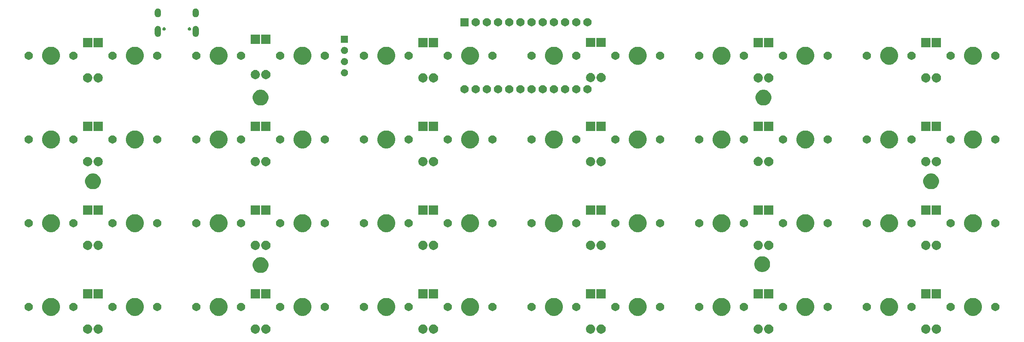
<source format=gbr>
G04 #@! TF.GenerationSoftware,KiCad,Pcbnew,(5.1.2-1)-1*
G04 #@! TF.CreationDate,2019-11-27T15:24:53-06:00*
G04 #@! TF.ProjectId,therick_THT,74686572-6963-46b5-9f54-48542e6b6963,rev?*
G04 #@! TF.SameCoordinates,Original*
G04 #@! TF.FileFunction,Soldermask,Top*
G04 #@! TF.FilePolarity,Negative*
%FSLAX46Y46*%
G04 Gerber Fmt 4.6, Leading zero omitted, Abs format (unit mm)*
G04 Created by KiCad (PCBNEW (5.1.2-1)-1) date 2019-11-27 15:24:53*
%MOMM*%
%LPD*%
G04 APERTURE LIST*
%ADD10C,0.100000*%
G04 APERTURE END LIST*
D10*
G36*
X257087924Y-105621869D02*
G01*
X257279193Y-105701095D01*
X257279195Y-105701096D01*
X257449492Y-105814885D01*
X257451333Y-105816115D01*
X257597725Y-105962507D01*
X257712745Y-106134647D01*
X257791971Y-106325916D01*
X257832360Y-106528964D01*
X257832360Y-106735996D01*
X257791971Y-106939044D01*
X257712745Y-107130313D01*
X257712744Y-107130315D01*
X257597725Y-107302453D01*
X257451333Y-107448845D01*
X257279195Y-107563864D01*
X257279194Y-107563865D01*
X257279193Y-107563865D01*
X257087924Y-107643091D01*
X256884876Y-107683480D01*
X256677844Y-107683480D01*
X256474796Y-107643091D01*
X256283527Y-107563865D01*
X256283526Y-107563865D01*
X256283525Y-107563864D01*
X256111387Y-107448845D01*
X255964995Y-107302453D01*
X255849976Y-107130315D01*
X255849975Y-107130313D01*
X255770749Y-106939044D01*
X255730360Y-106735996D01*
X255730360Y-106528964D01*
X255770749Y-106325916D01*
X255849975Y-106134647D01*
X255964995Y-105962507D01*
X256111387Y-105816115D01*
X256113228Y-105814885D01*
X256283525Y-105701096D01*
X256283527Y-105701095D01*
X256474796Y-105621869D01*
X256677844Y-105581480D01*
X256884876Y-105581480D01*
X257087924Y-105621869D01*
X257087924Y-105621869D01*
G37*
G36*
X254706644Y-105621869D02*
G01*
X254897913Y-105701095D01*
X254897915Y-105701096D01*
X255068212Y-105814885D01*
X255070053Y-105816115D01*
X255216445Y-105962507D01*
X255331465Y-106134647D01*
X255410691Y-106325916D01*
X255451080Y-106528964D01*
X255451080Y-106735996D01*
X255410691Y-106939044D01*
X255331465Y-107130313D01*
X255331464Y-107130315D01*
X255216445Y-107302453D01*
X255070053Y-107448845D01*
X254897915Y-107563864D01*
X254897914Y-107563865D01*
X254897913Y-107563865D01*
X254706644Y-107643091D01*
X254503596Y-107683480D01*
X254296564Y-107683480D01*
X254093516Y-107643091D01*
X253902247Y-107563865D01*
X253902246Y-107563865D01*
X253902245Y-107563864D01*
X253730107Y-107448845D01*
X253583715Y-107302453D01*
X253468696Y-107130315D01*
X253468695Y-107130313D01*
X253389469Y-106939044D01*
X253349080Y-106735996D01*
X253349080Y-106528964D01*
X253389469Y-106325916D01*
X253468695Y-106134647D01*
X253583715Y-105962507D01*
X253730107Y-105816115D01*
X253731948Y-105814885D01*
X253902245Y-105701096D01*
X253902247Y-105701095D01*
X254093516Y-105621869D01*
X254296564Y-105581480D01*
X254503596Y-105581480D01*
X254706644Y-105621869D01*
X254706644Y-105621869D01*
G37*
G36*
X180886964Y-105621869D02*
G01*
X181078233Y-105701095D01*
X181078235Y-105701096D01*
X181248532Y-105814885D01*
X181250373Y-105816115D01*
X181396765Y-105962507D01*
X181511785Y-106134647D01*
X181591011Y-106325916D01*
X181631400Y-106528964D01*
X181631400Y-106735996D01*
X181591011Y-106939044D01*
X181511785Y-107130313D01*
X181511784Y-107130315D01*
X181396765Y-107302453D01*
X181250373Y-107448845D01*
X181078235Y-107563864D01*
X181078234Y-107563865D01*
X181078233Y-107563865D01*
X180886964Y-107643091D01*
X180683916Y-107683480D01*
X180476884Y-107683480D01*
X180273836Y-107643091D01*
X180082567Y-107563865D01*
X180082566Y-107563865D01*
X180082565Y-107563864D01*
X179910427Y-107448845D01*
X179764035Y-107302453D01*
X179649016Y-107130315D01*
X179649015Y-107130313D01*
X179569789Y-106939044D01*
X179529400Y-106735996D01*
X179529400Y-106528964D01*
X179569789Y-106325916D01*
X179649015Y-106134647D01*
X179764035Y-105962507D01*
X179910427Y-105816115D01*
X179912268Y-105814885D01*
X180082565Y-105701096D01*
X180082567Y-105701095D01*
X180273836Y-105621869D01*
X180476884Y-105581480D01*
X180683916Y-105581480D01*
X180886964Y-105621869D01*
X180886964Y-105621869D01*
G37*
G36*
X178505684Y-105621869D02*
G01*
X178696953Y-105701095D01*
X178696955Y-105701096D01*
X178867252Y-105814885D01*
X178869093Y-105816115D01*
X179015485Y-105962507D01*
X179130505Y-106134647D01*
X179209731Y-106325916D01*
X179250120Y-106528964D01*
X179250120Y-106735996D01*
X179209731Y-106939044D01*
X179130505Y-107130313D01*
X179130504Y-107130315D01*
X179015485Y-107302453D01*
X178869093Y-107448845D01*
X178696955Y-107563864D01*
X178696954Y-107563865D01*
X178696953Y-107563865D01*
X178505684Y-107643091D01*
X178302636Y-107683480D01*
X178095604Y-107683480D01*
X177892556Y-107643091D01*
X177701287Y-107563865D01*
X177701286Y-107563865D01*
X177701285Y-107563864D01*
X177529147Y-107448845D01*
X177382755Y-107302453D01*
X177267736Y-107130315D01*
X177267735Y-107130313D01*
X177188509Y-106939044D01*
X177148120Y-106735996D01*
X177148120Y-106528964D01*
X177188509Y-106325916D01*
X177267735Y-106134647D01*
X177382755Y-105962507D01*
X177529147Y-105816115D01*
X177530988Y-105814885D01*
X177701285Y-105701096D01*
X177701287Y-105701095D01*
X177892556Y-105621869D01*
X178095604Y-105581480D01*
X178302636Y-105581480D01*
X178505684Y-105621869D01*
X178505684Y-105621869D01*
G37*
G36*
X142786484Y-105621869D02*
G01*
X142977753Y-105701095D01*
X142977755Y-105701096D01*
X143148052Y-105814885D01*
X143149893Y-105816115D01*
X143296285Y-105962507D01*
X143411305Y-106134647D01*
X143490531Y-106325916D01*
X143530920Y-106528964D01*
X143530920Y-106735996D01*
X143490531Y-106939044D01*
X143411305Y-107130313D01*
X143411304Y-107130315D01*
X143296285Y-107302453D01*
X143149893Y-107448845D01*
X142977755Y-107563864D01*
X142977754Y-107563865D01*
X142977753Y-107563865D01*
X142786484Y-107643091D01*
X142583436Y-107683480D01*
X142376404Y-107683480D01*
X142173356Y-107643091D01*
X141982087Y-107563865D01*
X141982086Y-107563865D01*
X141982085Y-107563864D01*
X141809947Y-107448845D01*
X141663555Y-107302453D01*
X141548536Y-107130315D01*
X141548535Y-107130313D01*
X141469309Y-106939044D01*
X141428920Y-106735996D01*
X141428920Y-106528964D01*
X141469309Y-106325916D01*
X141548535Y-106134647D01*
X141663555Y-105962507D01*
X141809947Y-105816115D01*
X141811788Y-105814885D01*
X141982085Y-105701096D01*
X141982087Y-105701095D01*
X142173356Y-105621869D01*
X142376404Y-105581480D01*
X142583436Y-105581480D01*
X142786484Y-105621869D01*
X142786484Y-105621869D01*
G37*
G36*
X140405204Y-105621869D02*
G01*
X140596473Y-105701095D01*
X140596475Y-105701096D01*
X140766772Y-105814885D01*
X140768613Y-105816115D01*
X140915005Y-105962507D01*
X141030025Y-106134647D01*
X141109251Y-106325916D01*
X141149640Y-106528964D01*
X141149640Y-106735996D01*
X141109251Y-106939044D01*
X141030025Y-107130313D01*
X141030024Y-107130315D01*
X140915005Y-107302453D01*
X140768613Y-107448845D01*
X140596475Y-107563864D01*
X140596474Y-107563865D01*
X140596473Y-107563865D01*
X140405204Y-107643091D01*
X140202156Y-107683480D01*
X139995124Y-107683480D01*
X139792076Y-107643091D01*
X139600807Y-107563865D01*
X139600806Y-107563865D01*
X139600805Y-107563864D01*
X139428667Y-107448845D01*
X139282275Y-107302453D01*
X139167256Y-107130315D01*
X139167255Y-107130313D01*
X139088029Y-106939044D01*
X139047640Y-106735996D01*
X139047640Y-106528964D01*
X139088029Y-106325916D01*
X139167255Y-106134647D01*
X139282275Y-105962507D01*
X139428667Y-105816115D01*
X139430508Y-105814885D01*
X139600805Y-105701096D01*
X139600807Y-105701095D01*
X139792076Y-105621869D01*
X139995124Y-105581480D01*
X140202156Y-105581480D01*
X140405204Y-105621869D01*
X140405204Y-105621869D01*
G37*
G36*
X104686004Y-105621869D02*
G01*
X104877273Y-105701095D01*
X104877275Y-105701096D01*
X105047572Y-105814885D01*
X105049413Y-105816115D01*
X105195805Y-105962507D01*
X105310825Y-106134647D01*
X105390051Y-106325916D01*
X105430440Y-106528964D01*
X105430440Y-106735996D01*
X105390051Y-106939044D01*
X105310825Y-107130313D01*
X105310824Y-107130315D01*
X105195805Y-107302453D01*
X105049413Y-107448845D01*
X104877275Y-107563864D01*
X104877274Y-107563865D01*
X104877273Y-107563865D01*
X104686004Y-107643091D01*
X104482956Y-107683480D01*
X104275924Y-107683480D01*
X104072876Y-107643091D01*
X103881607Y-107563865D01*
X103881606Y-107563865D01*
X103881605Y-107563864D01*
X103709467Y-107448845D01*
X103563075Y-107302453D01*
X103448056Y-107130315D01*
X103448055Y-107130313D01*
X103368829Y-106939044D01*
X103328440Y-106735996D01*
X103328440Y-106528964D01*
X103368829Y-106325916D01*
X103448055Y-106134647D01*
X103563075Y-105962507D01*
X103709467Y-105816115D01*
X103711308Y-105814885D01*
X103881605Y-105701096D01*
X103881607Y-105701095D01*
X104072876Y-105621869D01*
X104275924Y-105581480D01*
X104482956Y-105581480D01*
X104686004Y-105621869D01*
X104686004Y-105621869D01*
G37*
G36*
X102304724Y-105621869D02*
G01*
X102495993Y-105701095D01*
X102495995Y-105701096D01*
X102666292Y-105814885D01*
X102668133Y-105816115D01*
X102814525Y-105962507D01*
X102929545Y-106134647D01*
X103008771Y-106325916D01*
X103049160Y-106528964D01*
X103049160Y-106735996D01*
X103008771Y-106939044D01*
X102929545Y-107130313D01*
X102929544Y-107130315D01*
X102814525Y-107302453D01*
X102668133Y-107448845D01*
X102495995Y-107563864D01*
X102495994Y-107563865D01*
X102495993Y-107563865D01*
X102304724Y-107643091D01*
X102101676Y-107683480D01*
X101894644Y-107683480D01*
X101691596Y-107643091D01*
X101500327Y-107563865D01*
X101500326Y-107563865D01*
X101500325Y-107563864D01*
X101328187Y-107448845D01*
X101181795Y-107302453D01*
X101066776Y-107130315D01*
X101066775Y-107130313D01*
X100987549Y-106939044D01*
X100947160Y-106735996D01*
X100947160Y-106528964D01*
X100987549Y-106325916D01*
X101066775Y-106134647D01*
X101181795Y-105962507D01*
X101328187Y-105816115D01*
X101330028Y-105814885D01*
X101500325Y-105701096D01*
X101500327Y-105701095D01*
X101691596Y-105621869D01*
X101894644Y-105581480D01*
X102101676Y-105581480D01*
X102304724Y-105621869D01*
X102304724Y-105621869D01*
G37*
G36*
X66585524Y-105621869D02*
G01*
X66776793Y-105701095D01*
X66776795Y-105701096D01*
X66947092Y-105814885D01*
X66948933Y-105816115D01*
X67095325Y-105962507D01*
X67210345Y-106134647D01*
X67289571Y-106325916D01*
X67329960Y-106528964D01*
X67329960Y-106735996D01*
X67289571Y-106939044D01*
X67210345Y-107130313D01*
X67210344Y-107130315D01*
X67095325Y-107302453D01*
X66948933Y-107448845D01*
X66776795Y-107563864D01*
X66776794Y-107563865D01*
X66776793Y-107563865D01*
X66585524Y-107643091D01*
X66382476Y-107683480D01*
X66175444Y-107683480D01*
X65972396Y-107643091D01*
X65781127Y-107563865D01*
X65781126Y-107563865D01*
X65781125Y-107563864D01*
X65608987Y-107448845D01*
X65462595Y-107302453D01*
X65347576Y-107130315D01*
X65347575Y-107130313D01*
X65268349Y-106939044D01*
X65227960Y-106735996D01*
X65227960Y-106528964D01*
X65268349Y-106325916D01*
X65347575Y-106134647D01*
X65462595Y-105962507D01*
X65608987Y-105816115D01*
X65610828Y-105814885D01*
X65781125Y-105701096D01*
X65781127Y-105701095D01*
X65972396Y-105621869D01*
X66175444Y-105581480D01*
X66382476Y-105581480D01*
X66585524Y-105621869D01*
X66585524Y-105621869D01*
G37*
G36*
X64204244Y-105621869D02*
G01*
X64395513Y-105701095D01*
X64395515Y-105701096D01*
X64565812Y-105814885D01*
X64567653Y-105816115D01*
X64714045Y-105962507D01*
X64829065Y-106134647D01*
X64908291Y-106325916D01*
X64948680Y-106528964D01*
X64948680Y-106735996D01*
X64908291Y-106939044D01*
X64829065Y-107130313D01*
X64829064Y-107130315D01*
X64714045Y-107302453D01*
X64567653Y-107448845D01*
X64395515Y-107563864D01*
X64395514Y-107563865D01*
X64395513Y-107563865D01*
X64204244Y-107643091D01*
X64001196Y-107683480D01*
X63794164Y-107683480D01*
X63591116Y-107643091D01*
X63399847Y-107563865D01*
X63399846Y-107563865D01*
X63399845Y-107563864D01*
X63227707Y-107448845D01*
X63081315Y-107302453D01*
X62966296Y-107130315D01*
X62966295Y-107130313D01*
X62887069Y-106939044D01*
X62846680Y-106735996D01*
X62846680Y-106528964D01*
X62887069Y-106325916D01*
X62966295Y-106134647D01*
X63081315Y-105962507D01*
X63227707Y-105816115D01*
X63229548Y-105814885D01*
X63399845Y-105701096D01*
X63399847Y-105701095D01*
X63591116Y-105621869D01*
X63794164Y-105581480D01*
X64001196Y-105581480D01*
X64204244Y-105621869D01*
X64204244Y-105621869D01*
G37*
G36*
X218987444Y-105620639D02*
G01*
X219178713Y-105699865D01*
X219178715Y-105699866D01*
X219350853Y-105814885D01*
X219497245Y-105961277D01*
X219612265Y-106133417D01*
X219691491Y-106324686D01*
X219731880Y-106527734D01*
X219731880Y-106734766D01*
X219691491Y-106937814D01*
X219690981Y-106939045D01*
X219612264Y-107129085D01*
X219497245Y-107301223D01*
X219350853Y-107447615D01*
X219178715Y-107562634D01*
X219178714Y-107562635D01*
X219178713Y-107562635D01*
X218987444Y-107641861D01*
X218784396Y-107682250D01*
X218577364Y-107682250D01*
X218374316Y-107641861D01*
X218183047Y-107562635D01*
X218183046Y-107562635D01*
X218183045Y-107562634D01*
X218010907Y-107447615D01*
X217864515Y-107301223D01*
X217749496Y-107129085D01*
X217670779Y-106939045D01*
X217670269Y-106937814D01*
X217629880Y-106734766D01*
X217629880Y-106527734D01*
X217670269Y-106324686D01*
X217749495Y-106133417D01*
X217864515Y-105961277D01*
X218010907Y-105814885D01*
X218183045Y-105699866D01*
X218183047Y-105699865D01*
X218374316Y-105620639D01*
X218577364Y-105580250D01*
X218784396Y-105580250D01*
X218987444Y-105620639D01*
X218987444Y-105620639D01*
G37*
G36*
X216606164Y-105620639D02*
G01*
X216797433Y-105699865D01*
X216797435Y-105699866D01*
X216969573Y-105814885D01*
X217115965Y-105961277D01*
X217230985Y-106133417D01*
X217310211Y-106324686D01*
X217350600Y-106527734D01*
X217350600Y-106734766D01*
X217310211Y-106937814D01*
X217309701Y-106939045D01*
X217230984Y-107129085D01*
X217115965Y-107301223D01*
X216969573Y-107447615D01*
X216797435Y-107562634D01*
X216797434Y-107562635D01*
X216797433Y-107562635D01*
X216606164Y-107641861D01*
X216403116Y-107682250D01*
X216196084Y-107682250D01*
X215993036Y-107641861D01*
X215801767Y-107562635D01*
X215801766Y-107562635D01*
X215801765Y-107562634D01*
X215629627Y-107447615D01*
X215483235Y-107301223D01*
X215368216Y-107129085D01*
X215289499Y-106939045D01*
X215288989Y-106937814D01*
X215248600Y-106734766D01*
X215248600Y-106527734D01*
X215288989Y-106324686D01*
X215368215Y-106133417D01*
X215483235Y-105961277D01*
X215629627Y-105814885D01*
X215801765Y-105699866D01*
X215801767Y-105699865D01*
X215993036Y-105620639D01*
X216196084Y-105580250D01*
X216403116Y-105580250D01*
X216606164Y-105620639D01*
X216606164Y-105620639D01*
G37*
G36*
X113308974Y-99633684D02*
G01*
X113526974Y-99723983D01*
X113681123Y-99787833D01*
X114016048Y-100011623D01*
X114300877Y-100296452D01*
X114524667Y-100631377D01*
X114557062Y-100709586D01*
X114678816Y-101003526D01*
X114757400Y-101398594D01*
X114757400Y-101801406D01*
X114678816Y-102196474D01*
X114627951Y-102319272D01*
X114524667Y-102568623D01*
X114300877Y-102903548D01*
X114016048Y-103188377D01*
X113681123Y-103412167D01*
X113526974Y-103476017D01*
X113308974Y-103566316D01*
X112913906Y-103644900D01*
X112511094Y-103644900D01*
X112116026Y-103566316D01*
X111898026Y-103476017D01*
X111743877Y-103412167D01*
X111408952Y-103188377D01*
X111124123Y-102903548D01*
X110900333Y-102568623D01*
X110797049Y-102319272D01*
X110746184Y-102196474D01*
X110667600Y-101801406D01*
X110667600Y-101398594D01*
X110746184Y-101003526D01*
X110867938Y-100709586D01*
X110900333Y-100631377D01*
X111124123Y-100296452D01*
X111408952Y-100011623D01*
X111743877Y-99787833D01*
X111898026Y-99723983D01*
X112116026Y-99633684D01*
X112511094Y-99555100D01*
X112913906Y-99555100D01*
X113308974Y-99633684D01*
X113308974Y-99633684D01*
G37*
G36*
X94258974Y-99633684D02*
G01*
X94476974Y-99723983D01*
X94631123Y-99787833D01*
X94966048Y-100011623D01*
X95250877Y-100296452D01*
X95474667Y-100631377D01*
X95507062Y-100709586D01*
X95628816Y-101003526D01*
X95707400Y-101398594D01*
X95707400Y-101801406D01*
X95628816Y-102196474D01*
X95577951Y-102319272D01*
X95474667Y-102568623D01*
X95250877Y-102903548D01*
X94966048Y-103188377D01*
X94631123Y-103412167D01*
X94476974Y-103476017D01*
X94258974Y-103566316D01*
X93863906Y-103644900D01*
X93461094Y-103644900D01*
X93066026Y-103566316D01*
X92848026Y-103476017D01*
X92693877Y-103412167D01*
X92358952Y-103188377D01*
X92074123Y-102903548D01*
X91850333Y-102568623D01*
X91747049Y-102319272D01*
X91696184Y-102196474D01*
X91617600Y-101801406D01*
X91617600Y-101398594D01*
X91696184Y-101003526D01*
X91817938Y-100709586D01*
X91850333Y-100631377D01*
X92074123Y-100296452D01*
X92358952Y-100011623D01*
X92693877Y-99787833D01*
X92848026Y-99723983D01*
X93066026Y-99633684D01*
X93461094Y-99555100D01*
X93863906Y-99555100D01*
X94258974Y-99633684D01*
X94258974Y-99633684D01*
G37*
G36*
X75208974Y-99633684D02*
G01*
X75426974Y-99723983D01*
X75581123Y-99787833D01*
X75916048Y-100011623D01*
X76200877Y-100296452D01*
X76424667Y-100631377D01*
X76457062Y-100709586D01*
X76578816Y-101003526D01*
X76657400Y-101398594D01*
X76657400Y-101801406D01*
X76578816Y-102196474D01*
X76527951Y-102319272D01*
X76424667Y-102568623D01*
X76200877Y-102903548D01*
X75916048Y-103188377D01*
X75581123Y-103412167D01*
X75426974Y-103476017D01*
X75208974Y-103566316D01*
X74813906Y-103644900D01*
X74411094Y-103644900D01*
X74016026Y-103566316D01*
X73798026Y-103476017D01*
X73643877Y-103412167D01*
X73308952Y-103188377D01*
X73024123Y-102903548D01*
X72800333Y-102568623D01*
X72697049Y-102319272D01*
X72646184Y-102196474D01*
X72567600Y-101801406D01*
X72567600Y-101398594D01*
X72646184Y-101003526D01*
X72767938Y-100709586D01*
X72800333Y-100631377D01*
X73024123Y-100296452D01*
X73308952Y-100011623D01*
X73643877Y-99787833D01*
X73798026Y-99723983D01*
X74016026Y-99633684D01*
X74411094Y-99555100D01*
X74813906Y-99555100D01*
X75208974Y-99633684D01*
X75208974Y-99633684D01*
G37*
G36*
X56158974Y-99633684D02*
G01*
X56376974Y-99723983D01*
X56531123Y-99787833D01*
X56866048Y-100011623D01*
X57150877Y-100296452D01*
X57374667Y-100631377D01*
X57407062Y-100709586D01*
X57528816Y-101003526D01*
X57607400Y-101398594D01*
X57607400Y-101801406D01*
X57528816Y-102196474D01*
X57477951Y-102319272D01*
X57374667Y-102568623D01*
X57150877Y-102903548D01*
X56866048Y-103188377D01*
X56531123Y-103412167D01*
X56376974Y-103476017D01*
X56158974Y-103566316D01*
X55763906Y-103644900D01*
X55361094Y-103644900D01*
X54966026Y-103566316D01*
X54748026Y-103476017D01*
X54593877Y-103412167D01*
X54258952Y-103188377D01*
X53974123Y-102903548D01*
X53750333Y-102568623D01*
X53647049Y-102319272D01*
X53596184Y-102196474D01*
X53517600Y-101801406D01*
X53517600Y-101398594D01*
X53596184Y-101003526D01*
X53717938Y-100709586D01*
X53750333Y-100631377D01*
X53974123Y-100296452D01*
X54258952Y-100011623D01*
X54593877Y-99787833D01*
X54748026Y-99723983D01*
X54966026Y-99633684D01*
X55361094Y-99555100D01*
X55763906Y-99555100D01*
X56158974Y-99633684D01*
X56158974Y-99633684D01*
G37*
G36*
X132358974Y-99633684D02*
G01*
X132576974Y-99723983D01*
X132731123Y-99787833D01*
X133066048Y-100011623D01*
X133350877Y-100296452D01*
X133574667Y-100631377D01*
X133607062Y-100709586D01*
X133728816Y-101003526D01*
X133807400Y-101398594D01*
X133807400Y-101801406D01*
X133728816Y-102196474D01*
X133677951Y-102319272D01*
X133574667Y-102568623D01*
X133350877Y-102903548D01*
X133066048Y-103188377D01*
X132731123Y-103412167D01*
X132576974Y-103476017D01*
X132358974Y-103566316D01*
X131963906Y-103644900D01*
X131561094Y-103644900D01*
X131166026Y-103566316D01*
X130948026Y-103476017D01*
X130793877Y-103412167D01*
X130458952Y-103188377D01*
X130174123Y-102903548D01*
X129950333Y-102568623D01*
X129847049Y-102319272D01*
X129796184Y-102196474D01*
X129717600Y-101801406D01*
X129717600Y-101398594D01*
X129796184Y-101003526D01*
X129917938Y-100709586D01*
X129950333Y-100631377D01*
X130174123Y-100296452D01*
X130458952Y-100011623D01*
X130793877Y-99787833D01*
X130948026Y-99723983D01*
X131166026Y-99633684D01*
X131561094Y-99555100D01*
X131963906Y-99555100D01*
X132358974Y-99633684D01*
X132358974Y-99633684D01*
G37*
G36*
X246658974Y-99633684D02*
G01*
X246876974Y-99723983D01*
X247031123Y-99787833D01*
X247366048Y-100011623D01*
X247650877Y-100296452D01*
X247874667Y-100631377D01*
X247907062Y-100709586D01*
X248028816Y-101003526D01*
X248107400Y-101398594D01*
X248107400Y-101801406D01*
X248028816Y-102196474D01*
X247977951Y-102319272D01*
X247874667Y-102568623D01*
X247650877Y-102903548D01*
X247366048Y-103188377D01*
X247031123Y-103412167D01*
X246876974Y-103476017D01*
X246658974Y-103566316D01*
X246263906Y-103644900D01*
X245861094Y-103644900D01*
X245466026Y-103566316D01*
X245248026Y-103476017D01*
X245093877Y-103412167D01*
X244758952Y-103188377D01*
X244474123Y-102903548D01*
X244250333Y-102568623D01*
X244147049Y-102319272D01*
X244096184Y-102196474D01*
X244017600Y-101801406D01*
X244017600Y-101398594D01*
X244096184Y-101003526D01*
X244217938Y-100709586D01*
X244250333Y-100631377D01*
X244474123Y-100296452D01*
X244758952Y-100011623D01*
X245093877Y-99787833D01*
X245248026Y-99723983D01*
X245466026Y-99633684D01*
X245861094Y-99555100D01*
X246263906Y-99555100D01*
X246658974Y-99633684D01*
X246658974Y-99633684D01*
G37*
G36*
X227608974Y-99633684D02*
G01*
X227826974Y-99723983D01*
X227981123Y-99787833D01*
X228316048Y-100011623D01*
X228600877Y-100296452D01*
X228824667Y-100631377D01*
X228857062Y-100709586D01*
X228978816Y-101003526D01*
X229057400Y-101398594D01*
X229057400Y-101801406D01*
X228978816Y-102196474D01*
X228927951Y-102319272D01*
X228824667Y-102568623D01*
X228600877Y-102903548D01*
X228316048Y-103188377D01*
X227981123Y-103412167D01*
X227826974Y-103476017D01*
X227608974Y-103566316D01*
X227213906Y-103644900D01*
X226811094Y-103644900D01*
X226416026Y-103566316D01*
X226198026Y-103476017D01*
X226043877Y-103412167D01*
X225708952Y-103188377D01*
X225424123Y-102903548D01*
X225200333Y-102568623D01*
X225097049Y-102319272D01*
X225046184Y-102196474D01*
X224967600Y-101801406D01*
X224967600Y-101398594D01*
X225046184Y-101003526D01*
X225167938Y-100709586D01*
X225200333Y-100631377D01*
X225424123Y-100296452D01*
X225708952Y-100011623D01*
X226043877Y-99787833D01*
X226198026Y-99723983D01*
X226416026Y-99633684D01*
X226811094Y-99555100D01*
X227213906Y-99555100D01*
X227608974Y-99633684D01*
X227608974Y-99633684D01*
G37*
G36*
X208558974Y-99633684D02*
G01*
X208776974Y-99723983D01*
X208931123Y-99787833D01*
X209266048Y-100011623D01*
X209550877Y-100296452D01*
X209774667Y-100631377D01*
X209807062Y-100709586D01*
X209928816Y-101003526D01*
X210007400Y-101398594D01*
X210007400Y-101801406D01*
X209928816Y-102196474D01*
X209877951Y-102319272D01*
X209774667Y-102568623D01*
X209550877Y-102903548D01*
X209266048Y-103188377D01*
X208931123Y-103412167D01*
X208776974Y-103476017D01*
X208558974Y-103566316D01*
X208163906Y-103644900D01*
X207761094Y-103644900D01*
X207366026Y-103566316D01*
X207148026Y-103476017D01*
X206993877Y-103412167D01*
X206658952Y-103188377D01*
X206374123Y-102903548D01*
X206150333Y-102568623D01*
X206047049Y-102319272D01*
X205996184Y-102196474D01*
X205917600Y-101801406D01*
X205917600Y-101398594D01*
X205996184Y-101003526D01*
X206117938Y-100709586D01*
X206150333Y-100631377D01*
X206374123Y-100296452D01*
X206658952Y-100011623D01*
X206993877Y-99787833D01*
X207148026Y-99723983D01*
X207366026Y-99633684D01*
X207761094Y-99555100D01*
X208163906Y-99555100D01*
X208558974Y-99633684D01*
X208558974Y-99633684D01*
G37*
G36*
X189508974Y-99633684D02*
G01*
X189726974Y-99723983D01*
X189881123Y-99787833D01*
X190216048Y-100011623D01*
X190500877Y-100296452D01*
X190724667Y-100631377D01*
X190757062Y-100709586D01*
X190878816Y-101003526D01*
X190957400Y-101398594D01*
X190957400Y-101801406D01*
X190878816Y-102196474D01*
X190827951Y-102319272D01*
X190724667Y-102568623D01*
X190500877Y-102903548D01*
X190216048Y-103188377D01*
X189881123Y-103412167D01*
X189726974Y-103476017D01*
X189508974Y-103566316D01*
X189113906Y-103644900D01*
X188711094Y-103644900D01*
X188316026Y-103566316D01*
X188098026Y-103476017D01*
X187943877Y-103412167D01*
X187608952Y-103188377D01*
X187324123Y-102903548D01*
X187100333Y-102568623D01*
X186997049Y-102319272D01*
X186946184Y-102196474D01*
X186867600Y-101801406D01*
X186867600Y-101398594D01*
X186946184Y-101003526D01*
X187067938Y-100709586D01*
X187100333Y-100631377D01*
X187324123Y-100296452D01*
X187608952Y-100011623D01*
X187943877Y-99787833D01*
X188098026Y-99723983D01*
X188316026Y-99633684D01*
X188711094Y-99555100D01*
X189113906Y-99555100D01*
X189508974Y-99633684D01*
X189508974Y-99633684D01*
G37*
G36*
X170458974Y-99633684D02*
G01*
X170676974Y-99723983D01*
X170831123Y-99787833D01*
X171166048Y-100011623D01*
X171450877Y-100296452D01*
X171674667Y-100631377D01*
X171707062Y-100709586D01*
X171828816Y-101003526D01*
X171907400Y-101398594D01*
X171907400Y-101801406D01*
X171828816Y-102196474D01*
X171777951Y-102319272D01*
X171674667Y-102568623D01*
X171450877Y-102903548D01*
X171166048Y-103188377D01*
X170831123Y-103412167D01*
X170676974Y-103476017D01*
X170458974Y-103566316D01*
X170063906Y-103644900D01*
X169661094Y-103644900D01*
X169266026Y-103566316D01*
X169048026Y-103476017D01*
X168893877Y-103412167D01*
X168558952Y-103188377D01*
X168274123Y-102903548D01*
X168050333Y-102568623D01*
X167947049Y-102319272D01*
X167896184Y-102196474D01*
X167817600Y-101801406D01*
X167817600Y-101398594D01*
X167896184Y-101003526D01*
X168017938Y-100709586D01*
X168050333Y-100631377D01*
X168274123Y-100296452D01*
X168558952Y-100011623D01*
X168893877Y-99787833D01*
X169048026Y-99723983D01*
X169266026Y-99633684D01*
X169661094Y-99555100D01*
X170063906Y-99555100D01*
X170458974Y-99633684D01*
X170458974Y-99633684D01*
G37*
G36*
X151408974Y-99633684D02*
G01*
X151626974Y-99723983D01*
X151781123Y-99787833D01*
X152116048Y-100011623D01*
X152400877Y-100296452D01*
X152624667Y-100631377D01*
X152657062Y-100709586D01*
X152778816Y-101003526D01*
X152857400Y-101398594D01*
X152857400Y-101801406D01*
X152778816Y-102196474D01*
X152727951Y-102319272D01*
X152624667Y-102568623D01*
X152400877Y-102903548D01*
X152116048Y-103188377D01*
X151781123Y-103412167D01*
X151626974Y-103476017D01*
X151408974Y-103566316D01*
X151013906Y-103644900D01*
X150611094Y-103644900D01*
X150216026Y-103566316D01*
X149998026Y-103476017D01*
X149843877Y-103412167D01*
X149508952Y-103188377D01*
X149224123Y-102903548D01*
X149000333Y-102568623D01*
X148897049Y-102319272D01*
X148846184Y-102196474D01*
X148767600Y-101801406D01*
X148767600Y-101398594D01*
X148846184Y-101003526D01*
X148967938Y-100709586D01*
X149000333Y-100631377D01*
X149224123Y-100296452D01*
X149508952Y-100011623D01*
X149843877Y-99787833D01*
X149998026Y-99723983D01*
X150216026Y-99633684D01*
X150611094Y-99555100D01*
X151013906Y-99555100D01*
X151408974Y-99633684D01*
X151408974Y-99633684D01*
G37*
G36*
X265708974Y-99633684D02*
G01*
X265926974Y-99723983D01*
X266081123Y-99787833D01*
X266416048Y-100011623D01*
X266700877Y-100296452D01*
X266924667Y-100631377D01*
X266957062Y-100709586D01*
X267078816Y-101003526D01*
X267157400Y-101398594D01*
X267157400Y-101801406D01*
X267078816Y-102196474D01*
X267027951Y-102319272D01*
X266924667Y-102568623D01*
X266700877Y-102903548D01*
X266416048Y-103188377D01*
X266081123Y-103412167D01*
X265926974Y-103476017D01*
X265708974Y-103566316D01*
X265313906Y-103644900D01*
X264911094Y-103644900D01*
X264516026Y-103566316D01*
X264298026Y-103476017D01*
X264143877Y-103412167D01*
X263808952Y-103188377D01*
X263524123Y-102903548D01*
X263300333Y-102568623D01*
X263197049Y-102319272D01*
X263146184Y-102196474D01*
X263067600Y-101801406D01*
X263067600Y-101398594D01*
X263146184Y-101003526D01*
X263267938Y-100709586D01*
X263300333Y-100631377D01*
X263524123Y-100296452D01*
X263808952Y-100011623D01*
X264143877Y-99787833D01*
X264298026Y-99723983D01*
X264516026Y-99633684D01*
X264911094Y-99555100D01*
X265313906Y-99555100D01*
X265708974Y-99633684D01*
X265708974Y-99633684D01*
G37*
G36*
X260302604Y-100709585D02*
G01*
X260471126Y-100779389D01*
X260622791Y-100880728D01*
X260751772Y-101009709D01*
X260853111Y-101161374D01*
X260922915Y-101329896D01*
X260958500Y-101508797D01*
X260958500Y-101691203D01*
X260922915Y-101870104D01*
X260853111Y-102038626D01*
X260751772Y-102190291D01*
X260622791Y-102319272D01*
X260471126Y-102420611D01*
X260302604Y-102490415D01*
X260123703Y-102526000D01*
X259941297Y-102526000D01*
X259762396Y-102490415D01*
X259593874Y-102420611D01*
X259442209Y-102319272D01*
X259313228Y-102190291D01*
X259211889Y-102038626D01*
X259142085Y-101870104D01*
X259106500Y-101691203D01*
X259106500Y-101508797D01*
X259142085Y-101329896D01*
X259211889Y-101161374D01*
X259313228Y-101009709D01*
X259442209Y-100880728D01*
X259593874Y-100779389D01*
X259762396Y-100709585D01*
X259941297Y-100674000D01*
X260123703Y-100674000D01*
X260302604Y-100709585D01*
X260302604Y-100709585D01*
G37*
G36*
X118062604Y-100709585D02*
G01*
X118231126Y-100779389D01*
X118382791Y-100880728D01*
X118511772Y-101009709D01*
X118613111Y-101161374D01*
X118682915Y-101329896D01*
X118718500Y-101508797D01*
X118718500Y-101691203D01*
X118682915Y-101870104D01*
X118613111Y-102038626D01*
X118511772Y-102190291D01*
X118382791Y-102319272D01*
X118231126Y-102420611D01*
X118062604Y-102490415D01*
X117883703Y-102526000D01*
X117701297Y-102526000D01*
X117522396Y-102490415D01*
X117353874Y-102420611D01*
X117202209Y-102319272D01*
X117073228Y-102190291D01*
X116971889Y-102038626D01*
X116902085Y-101870104D01*
X116866500Y-101691203D01*
X116866500Y-101508797D01*
X116902085Y-101329896D01*
X116971889Y-101161374D01*
X117073228Y-101009709D01*
X117202209Y-100880728D01*
X117353874Y-100779389D01*
X117522396Y-100709585D01*
X117701297Y-100674000D01*
X117883703Y-100674000D01*
X118062604Y-100709585D01*
X118062604Y-100709585D01*
G37*
G36*
X60912604Y-100709585D02*
G01*
X61081126Y-100779389D01*
X61232791Y-100880728D01*
X61361772Y-101009709D01*
X61463111Y-101161374D01*
X61532915Y-101329896D01*
X61568500Y-101508797D01*
X61568500Y-101691203D01*
X61532915Y-101870104D01*
X61463111Y-102038626D01*
X61361772Y-102190291D01*
X61232791Y-102319272D01*
X61081126Y-102420611D01*
X60912604Y-102490415D01*
X60733703Y-102526000D01*
X60551297Y-102526000D01*
X60372396Y-102490415D01*
X60203874Y-102420611D01*
X60052209Y-102319272D01*
X59923228Y-102190291D01*
X59821889Y-102038626D01*
X59752085Y-101870104D01*
X59716500Y-101691203D01*
X59716500Y-101508797D01*
X59752085Y-101329896D01*
X59821889Y-101161374D01*
X59923228Y-101009709D01*
X60052209Y-100880728D01*
X60203874Y-100779389D01*
X60372396Y-100709585D01*
X60551297Y-100674000D01*
X60733703Y-100674000D01*
X60912604Y-100709585D01*
X60912604Y-100709585D01*
G37*
G36*
X50752604Y-100709585D02*
G01*
X50921126Y-100779389D01*
X51072791Y-100880728D01*
X51201772Y-101009709D01*
X51303111Y-101161374D01*
X51372915Y-101329896D01*
X51408500Y-101508797D01*
X51408500Y-101691203D01*
X51372915Y-101870104D01*
X51303111Y-102038626D01*
X51201772Y-102190291D01*
X51072791Y-102319272D01*
X50921126Y-102420611D01*
X50752604Y-102490415D01*
X50573703Y-102526000D01*
X50391297Y-102526000D01*
X50212396Y-102490415D01*
X50043874Y-102420611D01*
X49892209Y-102319272D01*
X49763228Y-102190291D01*
X49661889Y-102038626D01*
X49592085Y-101870104D01*
X49556500Y-101691203D01*
X49556500Y-101508797D01*
X49592085Y-101329896D01*
X49661889Y-101161374D01*
X49763228Y-101009709D01*
X49892209Y-100880728D01*
X50043874Y-100779389D01*
X50212396Y-100709585D01*
X50391297Y-100674000D01*
X50573703Y-100674000D01*
X50752604Y-100709585D01*
X50752604Y-100709585D01*
G37*
G36*
X69802604Y-100709585D02*
G01*
X69971126Y-100779389D01*
X70122791Y-100880728D01*
X70251772Y-101009709D01*
X70353111Y-101161374D01*
X70422915Y-101329896D01*
X70458500Y-101508797D01*
X70458500Y-101691203D01*
X70422915Y-101870104D01*
X70353111Y-102038626D01*
X70251772Y-102190291D01*
X70122791Y-102319272D01*
X69971126Y-102420611D01*
X69802604Y-102490415D01*
X69623703Y-102526000D01*
X69441297Y-102526000D01*
X69262396Y-102490415D01*
X69093874Y-102420611D01*
X68942209Y-102319272D01*
X68813228Y-102190291D01*
X68711889Y-102038626D01*
X68642085Y-101870104D01*
X68606500Y-101691203D01*
X68606500Y-101508797D01*
X68642085Y-101329896D01*
X68711889Y-101161374D01*
X68813228Y-101009709D01*
X68942209Y-100880728D01*
X69093874Y-100779389D01*
X69262396Y-100709585D01*
X69441297Y-100674000D01*
X69623703Y-100674000D01*
X69802604Y-100709585D01*
X69802604Y-100709585D01*
G37*
G36*
X79962604Y-100709585D02*
G01*
X80131126Y-100779389D01*
X80282791Y-100880728D01*
X80411772Y-101009709D01*
X80513111Y-101161374D01*
X80582915Y-101329896D01*
X80618500Y-101508797D01*
X80618500Y-101691203D01*
X80582915Y-101870104D01*
X80513111Y-102038626D01*
X80411772Y-102190291D01*
X80282791Y-102319272D01*
X80131126Y-102420611D01*
X79962604Y-102490415D01*
X79783703Y-102526000D01*
X79601297Y-102526000D01*
X79422396Y-102490415D01*
X79253874Y-102420611D01*
X79102209Y-102319272D01*
X78973228Y-102190291D01*
X78871889Y-102038626D01*
X78802085Y-101870104D01*
X78766500Y-101691203D01*
X78766500Y-101508797D01*
X78802085Y-101329896D01*
X78871889Y-101161374D01*
X78973228Y-101009709D01*
X79102209Y-100880728D01*
X79253874Y-100779389D01*
X79422396Y-100709585D01*
X79601297Y-100674000D01*
X79783703Y-100674000D01*
X79962604Y-100709585D01*
X79962604Y-100709585D01*
G37*
G36*
X88852604Y-100709585D02*
G01*
X89021126Y-100779389D01*
X89172791Y-100880728D01*
X89301772Y-101009709D01*
X89403111Y-101161374D01*
X89472915Y-101329896D01*
X89508500Y-101508797D01*
X89508500Y-101691203D01*
X89472915Y-101870104D01*
X89403111Y-102038626D01*
X89301772Y-102190291D01*
X89172791Y-102319272D01*
X89021126Y-102420611D01*
X88852604Y-102490415D01*
X88673703Y-102526000D01*
X88491297Y-102526000D01*
X88312396Y-102490415D01*
X88143874Y-102420611D01*
X87992209Y-102319272D01*
X87863228Y-102190291D01*
X87761889Y-102038626D01*
X87692085Y-101870104D01*
X87656500Y-101691203D01*
X87656500Y-101508797D01*
X87692085Y-101329896D01*
X87761889Y-101161374D01*
X87863228Y-101009709D01*
X87992209Y-100880728D01*
X88143874Y-100779389D01*
X88312396Y-100709585D01*
X88491297Y-100674000D01*
X88673703Y-100674000D01*
X88852604Y-100709585D01*
X88852604Y-100709585D01*
G37*
G36*
X99012604Y-100709585D02*
G01*
X99181126Y-100779389D01*
X99332791Y-100880728D01*
X99461772Y-101009709D01*
X99563111Y-101161374D01*
X99632915Y-101329896D01*
X99668500Y-101508797D01*
X99668500Y-101691203D01*
X99632915Y-101870104D01*
X99563111Y-102038626D01*
X99461772Y-102190291D01*
X99332791Y-102319272D01*
X99181126Y-102420611D01*
X99012604Y-102490415D01*
X98833703Y-102526000D01*
X98651297Y-102526000D01*
X98472396Y-102490415D01*
X98303874Y-102420611D01*
X98152209Y-102319272D01*
X98023228Y-102190291D01*
X97921889Y-102038626D01*
X97852085Y-101870104D01*
X97816500Y-101691203D01*
X97816500Y-101508797D01*
X97852085Y-101329896D01*
X97921889Y-101161374D01*
X98023228Y-101009709D01*
X98152209Y-100880728D01*
X98303874Y-100779389D01*
X98472396Y-100709585D01*
X98651297Y-100674000D01*
X98833703Y-100674000D01*
X99012604Y-100709585D01*
X99012604Y-100709585D01*
G37*
G36*
X107902604Y-100709585D02*
G01*
X108071126Y-100779389D01*
X108222791Y-100880728D01*
X108351772Y-101009709D01*
X108453111Y-101161374D01*
X108522915Y-101329896D01*
X108558500Y-101508797D01*
X108558500Y-101691203D01*
X108522915Y-101870104D01*
X108453111Y-102038626D01*
X108351772Y-102190291D01*
X108222791Y-102319272D01*
X108071126Y-102420611D01*
X107902604Y-102490415D01*
X107723703Y-102526000D01*
X107541297Y-102526000D01*
X107362396Y-102490415D01*
X107193874Y-102420611D01*
X107042209Y-102319272D01*
X106913228Y-102190291D01*
X106811889Y-102038626D01*
X106742085Y-101870104D01*
X106706500Y-101691203D01*
X106706500Y-101508797D01*
X106742085Y-101329896D01*
X106811889Y-101161374D01*
X106913228Y-101009709D01*
X107042209Y-100880728D01*
X107193874Y-100779389D01*
X107362396Y-100709585D01*
X107541297Y-100674000D01*
X107723703Y-100674000D01*
X107902604Y-100709585D01*
X107902604Y-100709585D01*
G37*
G36*
X126952604Y-100709585D02*
G01*
X127121126Y-100779389D01*
X127272791Y-100880728D01*
X127401772Y-101009709D01*
X127503111Y-101161374D01*
X127572915Y-101329896D01*
X127608500Y-101508797D01*
X127608500Y-101691203D01*
X127572915Y-101870104D01*
X127503111Y-102038626D01*
X127401772Y-102190291D01*
X127272791Y-102319272D01*
X127121126Y-102420611D01*
X126952604Y-102490415D01*
X126773703Y-102526000D01*
X126591297Y-102526000D01*
X126412396Y-102490415D01*
X126243874Y-102420611D01*
X126092209Y-102319272D01*
X125963228Y-102190291D01*
X125861889Y-102038626D01*
X125792085Y-101870104D01*
X125756500Y-101691203D01*
X125756500Y-101508797D01*
X125792085Y-101329896D01*
X125861889Y-101161374D01*
X125963228Y-101009709D01*
X126092209Y-100880728D01*
X126243874Y-100779389D01*
X126412396Y-100709585D01*
X126591297Y-100674000D01*
X126773703Y-100674000D01*
X126952604Y-100709585D01*
X126952604Y-100709585D01*
G37*
G36*
X137112604Y-100709585D02*
G01*
X137281126Y-100779389D01*
X137432791Y-100880728D01*
X137561772Y-101009709D01*
X137663111Y-101161374D01*
X137732915Y-101329896D01*
X137768500Y-101508797D01*
X137768500Y-101691203D01*
X137732915Y-101870104D01*
X137663111Y-102038626D01*
X137561772Y-102190291D01*
X137432791Y-102319272D01*
X137281126Y-102420611D01*
X137112604Y-102490415D01*
X136933703Y-102526000D01*
X136751297Y-102526000D01*
X136572396Y-102490415D01*
X136403874Y-102420611D01*
X136252209Y-102319272D01*
X136123228Y-102190291D01*
X136021889Y-102038626D01*
X135952085Y-101870104D01*
X135916500Y-101691203D01*
X135916500Y-101508797D01*
X135952085Y-101329896D01*
X136021889Y-101161374D01*
X136123228Y-101009709D01*
X136252209Y-100880728D01*
X136403874Y-100779389D01*
X136572396Y-100709585D01*
X136751297Y-100674000D01*
X136933703Y-100674000D01*
X137112604Y-100709585D01*
X137112604Y-100709585D01*
G37*
G36*
X146002604Y-100709585D02*
G01*
X146171126Y-100779389D01*
X146322791Y-100880728D01*
X146451772Y-101009709D01*
X146553111Y-101161374D01*
X146622915Y-101329896D01*
X146658500Y-101508797D01*
X146658500Y-101691203D01*
X146622915Y-101870104D01*
X146553111Y-102038626D01*
X146451772Y-102190291D01*
X146322791Y-102319272D01*
X146171126Y-102420611D01*
X146002604Y-102490415D01*
X145823703Y-102526000D01*
X145641297Y-102526000D01*
X145462396Y-102490415D01*
X145293874Y-102420611D01*
X145142209Y-102319272D01*
X145013228Y-102190291D01*
X144911889Y-102038626D01*
X144842085Y-101870104D01*
X144806500Y-101691203D01*
X144806500Y-101508797D01*
X144842085Y-101329896D01*
X144911889Y-101161374D01*
X145013228Y-101009709D01*
X145142209Y-100880728D01*
X145293874Y-100779389D01*
X145462396Y-100709585D01*
X145641297Y-100674000D01*
X145823703Y-100674000D01*
X146002604Y-100709585D01*
X146002604Y-100709585D01*
G37*
G36*
X156162604Y-100709585D02*
G01*
X156331126Y-100779389D01*
X156482791Y-100880728D01*
X156611772Y-101009709D01*
X156713111Y-101161374D01*
X156782915Y-101329896D01*
X156818500Y-101508797D01*
X156818500Y-101691203D01*
X156782915Y-101870104D01*
X156713111Y-102038626D01*
X156611772Y-102190291D01*
X156482791Y-102319272D01*
X156331126Y-102420611D01*
X156162604Y-102490415D01*
X155983703Y-102526000D01*
X155801297Y-102526000D01*
X155622396Y-102490415D01*
X155453874Y-102420611D01*
X155302209Y-102319272D01*
X155173228Y-102190291D01*
X155071889Y-102038626D01*
X155002085Y-101870104D01*
X154966500Y-101691203D01*
X154966500Y-101508797D01*
X155002085Y-101329896D01*
X155071889Y-101161374D01*
X155173228Y-101009709D01*
X155302209Y-100880728D01*
X155453874Y-100779389D01*
X155622396Y-100709585D01*
X155801297Y-100674000D01*
X155983703Y-100674000D01*
X156162604Y-100709585D01*
X156162604Y-100709585D01*
G37*
G36*
X165052604Y-100709585D02*
G01*
X165221126Y-100779389D01*
X165372791Y-100880728D01*
X165501772Y-101009709D01*
X165603111Y-101161374D01*
X165672915Y-101329896D01*
X165708500Y-101508797D01*
X165708500Y-101691203D01*
X165672915Y-101870104D01*
X165603111Y-102038626D01*
X165501772Y-102190291D01*
X165372791Y-102319272D01*
X165221126Y-102420611D01*
X165052604Y-102490415D01*
X164873703Y-102526000D01*
X164691297Y-102526000D01*
X164512396Y-102490415D01*
X164343874Y-102420611D01*
X164192209Y-102319272D01*
X164063228Y-102190291D01*
X163961889Y-102038626D01*
X163892085Y-101870104D01*
X163856500Y-101691203D01*
X163856500Y-101508797D01*
X163892085Y-101329896D01*
X163961889Y-101161374D01*
X164063228Y-101009709D01*
X164192209Y-100880728D01*
X164343874Y-100779389D01*
X164512396Y-100709585D01*
X164691297Y-100674000D01*
X164873703Y-100674000D01*
X165052604Y-100709585D01*
X165052604Y-100709585D01*
G37*
G36*
X175212604Y-100709585D02*
G01*
X175381126Y-100779389D01*
X175532791Y-100880728D01*
X175661772Y-101009709D01*
X175763111Y-101161374D01*
X175832915Y-101329896D01*
X175868500Y-101508797D01*
X175868500Y-101691203D01*
X175832915Y-101870104D01*
X175763111Y-102038626D01*
X175661772Y-102190291D01*
X175532791Y-102319272D01*
X175381126Y-102420611D01*
X175212604Y-102490415D01*
X175033703Y-102526000D01*
X174851297Y-102526000D01*
X174672396Y-102490415D01*
X174503874Y-102420611D01*
X174352209Y-102319272D01*
X174223228Y-102190291D01*
X174121889Y-102038626D01*
X174052085Y-101870104D01*
X174016500Y-101691203D01*
X174016500Y-101508797D01*
X174052085Y-101329896D01*
X174121889Y-101161374D01*
X174223228Y-101009709D01*
X174352209Y-100880728D01*
X174503874Y-100779389D01*
X174672396Y-100709585D01*
X174851297Y-100674000D01*
X175033703Y-100674000D01*
X175212604Y-100709585D01*
X175212604Y-100709585D01*
G37*
G36*
X184102604Y-100709585D02*
G01*
X184271126Y-100779389D01*
X184422791Y-100880728D01*
X184551772Y-101009709D01*
X184653111Y-101161374D01*
X184722915Y-101329896D01*
X184758500Y-101508797D01*
X184758500Y-101691203D01*
X184722915Y-101870104D01*
X184653111Y-102038626D01*
X184551772Y-102190291D01*
X184422791Y-102319272D01*
X184271126Y-102420611D01*
X184102604Y-102490415D01*
X183923703Y-102526000D01*
X183741297Y-102526000D01*
X183562396Y-102490415D01*
X183393874Y-102420611D01*
X183242209Y-102319272D01*
X183113228Y-102190291D01*
X183011889Y-102038626D01*
X182942085Y-101870104D01*
X182906500Y-101691203D01*
X182906500Y-101508797D01*
X182942085Y-101329896D01*
X183011889Y-101161374D01*
X183113228Y-101009709D01*
X183242209Y-100880728D01*
X183393874Y-100779389D01*
X183562396Y-100709585D01*
X183741297Y-100674000D01*
X183923703Y-100674000D01*
X184102604Y-100709585D01*
X184102604Y-100709585D01*
G37*
G36*
X194262604Y-100709585D02*
G01*
X194431126Y-100779389D01*
X194582791Y-100880728D01*
X194711772Y-101009709D01*
X194813111Y-101161374D01*
X194882915Y-101329896D01*
X194918500Y-101508797D01*
X194918500Y-101691203D01*
X194882915Y-101870104D01*
X194813111Y-102038626D01*
X194711772Y-102190291D01*
X194582791Y-102319272D01*
X194431126Y-102420611D01*
X194262604Y-102490415D01*
X194083703Y-102526000D01*
X193901297Y-102526000D01*
X193722396Y-102490415D01*
X193553874Y-102420611D01*
X193402209Y-102319272D01*
X193273228Y-102190291D01*
X193171889Y-102038626D01*
X193102085Y-101870104D01*
X193066500Y-101691203D01*
X193066500Y-101508797D01*
X193102085Y-101329896D01*
X193171889Y-101161374D01*
X193273228Y-101009709D01*
X193402209Y-100880728D01*
X193553874Y-100779389D01*
X193722396Y-100709585D01*
X193901297Y-100674000D01*
X194083703Y-100674000D01*
X194262604Y-100709585D01*
X194262604Y-100709585D01*
G37*
G36*
X203152604Y-100709585D02*
G01*
X203321126Y-100779389D01*
X203472791Y-100880728D01*
X203601772Y-101009709D01*
X203703111Y-101161374D01*
X203772915Y-101329896D01*
X203808500Y-101508797D01*
X203808500Y-101691203D01*
X203772915Y-101870104D01*
X203703111Y-102038626D01*
X203601772Y-102190291D01*
X203472791Y-102319272D01*
X203321126Y-102420611D01*
X203152604Y-102490415D01*
X202973703Y-102526000D01*
X202791297Y-102526000D01*
X202612396Y-102490415D01*
X202443874Y-102420611D01*
X202292209Y-102319272D01*
X202163228Y-102190291D01*
X202061889Y-102038626D01*
X201992085Y-101870104D01*
X201956500Y-101691203D01*
X201956500Y-101508797D01*
X201992085Y-101329896D01*
X202061889Y-101161374D01*
X202163228Y-101009709D01*
X202292209Y-100880728D01*
X202443874Y-100779389D01*
X202612396Y-100709585D01*
X202791297Y-100674000D01*
X202973703Y-100674000D01*
X203152604Y-100709585D01*
X203152604Y-100709585D01*
G37*
G36*
X213312604Y-100709585D02*
G01*
X213481126Y-100779389D01*
X213632791Y-100880728D01*
X213761772Y-101009709D01*
X213863111Y-101161374D01*
X213932915Y-101329896D01*
X213968500Y-101508797D01*
X213968500Y-101691203D01*
X213932915Y-101870104D01*
X213863111Y-102038626D01*
X213761772Y-102190291D01*
X213632791Y-102319272D01*
X213481126Y-102420611D01*
X213312604Y-102490415D01*
X213133703Y-102526000D01*
X212951297Y-102526000D01*
X212772396Y-102490415D01*
X212603874Y-102420611D01*
X212452209Y-102319272D01*
X212323228Y-102190291D01*
X212221889Y-102038626D01*
X212152085Y-101870104D01*
X212116500Y-101691203D01*
X212116500Y-101508797D01*
X212152085Y-101329896D01*
X212221889Y-101161374D01*
X212323228Y-101009709D01*
X212452209Y-100880728D01*
X212603874Y-100779389D01*
X212772396Y-100709585D01*
X212951297Y-100674000D01*
X213133703Y-100674000D01*
X213312604Y-100709585D01*
X213312604Y-100709585D01*
G37*
G36*
X222202604Y-100709585D02*
G01*
X222371126Y-100779389D01*
X222522791Y-100880728D01*
X222651772Y-101009709D01*
X222753111Y-101161374D01*
X222822915Y-101329896D01*
X222858500Y-101508797D01*
X222858500Y-101691203D01*
X222822915Y-101870104D01*
X222753111Y-102038626D01*
X222651772Y-102190291D01*
X222522791Y-102319272D01*
X222371126Y-102420611D01*
X222202604Y-102490415D01*
X222023703Y-102526000D01*
X221841297Y-102526000D01*
X221662396Y-102490415D01*
X221493874Y-102420611D01*
X221342209Y-102319272D01*
X221213228Y-102190291D01*
X221111889Y-102038626D01*
X221042085Y-101870104D01*
X221006500Y-101691203D01*
X221006500Y-101508797D01*
X221042085Y-101329896D01*
X221111889Y-101161374D01*
X221213228Y-101009709D01*
X221342209Y-100880728D01*
X221493874Y-100779389D01*
X221662396Y-100709585D01*
X221841297Y-100674000D01*
X222023703Y-100674000D01*
X222202604Y-100709585D01*
X222202604Y-100709585D01*
G37*
G36*
X232362604Y-100709585D02*
G01*
X232531126Y-100779389D01*
X232682791Y-100880728D01*
X232811772Y-101009709D01*
X232913111Y-101161374D01*
X232982915Y-101329896D01*
X233018500Y-101508797D01*
X233018500Y-101691203D01*
X232982915Y-101870104D01*
X232913111Y-102038626D01*
X232811772Y-102190291D01*
X232682791Y-102319272D01*
X232531126Y-102420611D01*
X232362604Y-102490415D01*
X232183703Y-102526000D01*
X232001297Y-102526000D01*
X231822396Y-102490415D01*
X231653874Y-102420611D01*
X231502209Y-102319272D01*
X231373228Y-102190291D01*
X231271889Y-102038626D01*
X231202085Y-101870104D01*
X231166500Y-101691203D01*
X231166500Y-101508797D01*
X231202085Y-101329896D01*
X231271889Y-101161374D01*
X231373228Y-101009709D01*
X231502209Y-100880728D01*
X231653874Y-100779389D01*
X231822396Y-100709585D01*
X232001297Y-100674000D01*
X232183703Y-100674000D01*
X232362604Y-100709585D01*
X232362604Y-100709585D01*
G37*
G36*
X241252604Y-100709585D02*
G01*
X241421126Y-100779389D01*
X241572791Y-100880728D01*
X241701772Y-101009709D01*
X241803111Y-101161374D01*
X241872915Y-101329896D01*
X241908500Y-101508797D01*
X241908500Y-101691203D01*
X241872915Y-101870104D01*
X241803111Y-102038626D01*
X241701772Y-102190291D01*
X241572791Y-102319272D01*
X241421126Y-102420611D01*
X241252604Y-102490415D01*
X241073703Y-102526000D01*
X240891297Y-102526000D01*
X240712396Y-102490415D01*
X240543874Y-102420611D01*
X240392209Y-102319272D01*
X240263228Y-102190291D01*
X240161889Y-102038626D01*
X240092085Y-101870104D01*
X240056500Y-101691203D01*
X240056500Y-101508797D01*
X240092085Y-101329896D01*
X240161889Y-101161374D01*
X240263228Y-101009709D01*
X240392209Y-100880728D01*
X240543874Y-100779389D01*
X240712396Y-100709585D01*
X240891297Y-100674000D01*
X241073703Y-100674000D01*
X241252604Y-100709585D01*
X241252604Y-100709585D01*
G37*
G36*
X251412604Y-100709585D02*
G01*
X251581126Y-100779389D01*
X251732791Y-100880728D01*
X251861772Y-101009709D01*
X251963111Y-101161374D01*
X252032915Y-101329896D01*
X252068500Y-101508797D01*
X252068500Y-101691203D01*
X252032915Y-101870104D01*
X251963111Y-102038626D01*
X251861772Y-102190291D01*
X251732791Y-102319272D01*
X251581126Y-102420611D01*
X251412604Y-102490415D01*
X251233703Y-102526000D01*
X251051297Y-102526000D01*
X250872396Y-102490415D01*
X250703874Y-102420611D01*
X250552209Y-102319272D01*
X250423228Y-102190291D01*
X250321889Y-102038626D01*
X250252085Y-101870104D01*
X250216500Y-101691203D01*
X250216500Y-101508797D01*
X250252085Y-101329896D01*
X250321889Y-101161374D01*
X250423228Y-101009709D01*
X250552209Y-100880728D01*
X250703874Y-100779389D01*
X250872396Y-100709585D01*
X251051297Y-100674000D01*
X251233703Y-100674000D01*
X251412604Y-100709585D01*
X251412604Y-100709585D01*
G37*
G36*
X270462604Y-100709585D02*
G01*
X270631126Y-100779389D01*
X270782791Y-100880728D01*
X270911772Y-101009709D01*
X271013111Y-101161374D01*
X271082915Y-101329896D01*
X271118500Y-101508797D01*
X271118500Y-101691203D01*
X271082915Y-101870104D01*
X271013111Y-102038626D01*
X270911772Y-102190291D01*
X270782791Y-102319272D01*
X270631126Y-102420611D01*
X270462604Y-102490415D01*
X270283703Y-102526000D01*
X270101297Y-102526000D01*
X269922396Y-102490415D01*
X269753874Y-102420611D01*
X269602209Y-102319272D01*
X269473228Y-102190291D01*
X269371889Y-102038626D01*
X269302085Y-101870104D01*
X269266500Y-101691203D01*
X269266500Y-101508797D01*
X269302085Y-101329896D01*
X269371889Y-101161374D01*
X269473228Y-101009709D01*
X269602209Y-100880728D01*
X269753874Y-100779389D01*
X269922396Y-100709585D01*
X270101297Y-100674000D01*
X270283703Y-100674000D01*
X270462604Y-100709585D01*
X270462604Y-100709585D01*
G37*
G36*
X255451080Y-99683480D02*
G01*
X253349080Y-99683480D01*
X253349080Y-97581480D01*
X255451080Y-97581480D01*
X255451080Y-99683480D01*
X255451080Y-99683480D01*
G37*
G36*
X257832360Y-99683480D02*
G01*
X255730360Y-99683480D01*
X255730360Y-97581480D01*
X257832360Y-97581480D01*
X257832360Y-99683480D01*
X257832360Y-99683480D01*
G37*
G36*
X64948680Y-99683480D02*
G01*
X62846680Y-99683480D01*
X62846680Y-97581480D01*
X64948680Y-97581480D01*
X64948680Y-99683480D01*
X64948680Y-99683480D01*
G37*
G36*
X181631400Y-99683480D02*
G01*
X179529400Y-99683480D01*
X179529400Y-97581480D01*
X181631400Y-97581480D01*
X181631400Y-99683480D01*
X181631400Y-99683480D01*
G37*
G36*
X179250120Y-99683480D02*
G01*
X177148120Y-99683480D01*
X177148120Y-97581480D01*
X179250120Y-97581480D01*
X179250120Y-99683480D01*
X179250120Y-99683480D01*
G37*
G36*
X67329960Y-99683480D02*
G01*
X65227960Y-99683480D01*
X65227960Y-97581480D01*
X67329960Y-97581480D01*
X67329960Y-99683480D01*
X67329960Y-99683480D01*
G37*
G36*
X143530920Y-99683480D02*
G01*
X141428920Y-99683480D01*
X141428920Y-97581480D01*
X143530920Y-97581480D01*
X143530920Y-99683480D01*
X143530920Y-99683480D01*
G37*
G36*
X103049160Y-99683480D02*
G01*
X100947160Y-99683480D01*
X100947160Y-97581480D01*
X103049160Y-97581480D01*
X103049160Y-99683480D01*
X103049160Y-99683480D01*
G37*
G36*
X141149640Y-99683480D02*
G01*
X139047640Y-99683480D01*
X139047640Y-97581480D01*
X141149640Y-97581480D01*
X141149640Y-99683480D01*
X141149640Y-99683480D01*
G37*
G36*
X105430440Y-99683480D02*
G01*
X103328440Y-99683480D01*
X103328440Y-97581480D01*
X105430440Y-97581480D01*
X105430440Y-99683480D01*
X105430440Y-99683480D01*
G37*
G36*
X217350600Y-99682250D02*
G01*
X215248600Y-99682250D01*
X215248600Y-97580250D01*
X217350600Y-97580250D01*
X217350600Y-99682250D01*
X217350600Y-99682250D01*
G37*
G36*
X219731880Y-99682250D02*
G01*
X217629880Y-99682250D01*
X217629880Y-97580250D01*
X219731880Y-97580250D01*
X219731880Y-99682250D01*
X219731880Y-99682250D01*
G37*
G36*
X103712831Y-90343211D02*
G01*
X104040592Y-90478974D01*
X104335570Y-90676072D01*
X104586428Y-90926930D01*
X104783526Y-91221908D01*
X104919289Y-91549669D01*
X104988500Y-91897616D01*
X104988500Y-92252384D01*
X104919289Y-92600331D01*
X104783526Y-92928092D01*
X104586428Y-93223070D01*
X104335570Y-93473928D01*
X104040592Y-93671026D01*
X103712831Y-93806789D01*
X103364884Y-93876000D01*
X103010116Y-93876000D01*
X102662169Y-93806789D01*
X102334408Y-93671026D01*
X102039430Y-93473928D01*
X101788572Y-93223070D01*
X101591474Y-92928092D01*
X101455711Y-92600331D01*
X101386500Y-92252384D01*
X101386500Y-91897616D01*
X101455711Y-91549669D01*
X101591474Y-91221908D01*
X101788572Y-90926930D01*
X102039430Y-90676072D01*
X102334408Y-90478974D01*
X102662169Y-90343211D01*
X103010116Y-90274000D01*
X103364884Y-90274000D01*
X103712831Y-90343211D01*
X103712831Y-90343211D01*
G37*
G36*
X217731581Y-90149461D02*
G01*
X218059342Y-90285224D01*
X218354320Y-90482322D01*
X218605178Y-90733180D01*
X218802276Y-91028158D01*
X218938039Y-91355919D01*
X219007250Y-91703866D01*
X219007250Y-92058634D01*
X218938039Y-92406581D01*
X218802276Y-92734342D01*
X218605178Y-93029320D01*
X218354320Y-93280178D01*
X218059342Y-93477276D01*
X217731581Y-93613039D01*
X217383634Y-93682250D01*
X217028866Y-93682250D01*
X216680919Y-93613039D01*
X216353158Y-93477276D01*
X216058180Y-93280178D01*
X215807322Y-93029320D01*
X215610224Y-92734342D01*
X215474461Y-92406581D01*
X215405250Y-92058634D01*
X215405250Y-91703866D01*
X215474461Y-91355919D01*
X215610224Y-91028158D01*
X215807322Y-90733180D01*
X216058180Y-90482322D01*
X216353158Y-90285224D01*
X216680919Y-90149461D01*
X217028866Y-90080250D01*
X217383634Y-90080250D01*
X217731581Y-90149461D01*
X217731581Y-90149461D01*
G37*
G36*
X257087924Y-86571629D02*
G01*
X257276805Y-86649866D01*
X257279195Y-86650856D01*
X257451333Y-86765875D01*
X257597725Y-86912267D01*
X257712083Y-87083415D01*
X257712745Y-87084407D01*
X257791971Y-87275676D01*
X257832360Y-87478724D01*
X257832360Y-87685756D01*
X257791971Y-87888804D01*
X257713155Y-88079083D01*
X257712744Y-88080075D01*
X257597725Y-88252213D01*
X257451333Y-88398605D01*
X257279195Y-88513624D01*
X257279194Y-88513625D01*
X257279193Y-88513625D01*
X257087924Y-88592851D01*
X256884876Y-88633240D01*
X256677844Y-88633240D01*
X256474796Y-88592851D01*
X256283527Y-88513625D01*
X256283526Y-88513625D01*
X256283525Y-88513624D01*
X256111387Y-88398605D01*
X255964995Y-88252213D01*
X255849976Y-88080075D01*
X255849565Y-88079083D01*
X255770749Y-87888804D01*
X255730360Y-87685756D01*
X255730360Y-87478724D01*
X255770749Y-87275676D01*
X255849975Y-87084407D01*
X255850638Y-87083415D01*
X255964995Y-86912267D01*
X256111387Y-86765875D01*
X256283525Y-86650856D01*
X256285915Y-86649866D01*
X256474796Y-86571629D01*
X256677844Y-86531240D01*
X256884876Y-86531240D01*
X257087924Y-86571629D01*
X257087924Y-86571629D01*
G37*
G36*
X254706644Y-86571629D02*
G01*
X254895525Y-86649866D01*
X254897915Y-86650856D01*
X255070053Y-86765875D01*
X255216445Y-86912267D01*
X255330803Y-87083415D01*
X255331465Y-87084407D01*
X255410691Y-87275676D01*
X255451080Y-87478724D01*
X255451080Y-87685756D01*
X255410691Y-87888804D01*
X255331875Y-88079083D01*
X255331464Y-88080075D01*
X255216445Y-88252213D01*
X255070053Y-88398605D01*
X254897915Y-88513624D01*
X254897914Y-88513625D01*
X254897913Y-88513625D01*
X254706644Y-88592851D01*
X254503596Y-88633240D01*
X254296564Y-88633240D01*
X254093516Y-88592851D01*
X253902247Y-88513625D01*
X253902246Y-88513625D01*
X253902245Y-88513624D01*
X253730107Y-88398605D01*
X253583715Y-88252213D01*
X253468696Y-88080075D01*
X253468285Y-88079083D01*
X253389469Y-87888804D01*
X253349080Y-87685756D01*
X253349080Y-87478724D01*
X253389469Y-87275676D01*
X253468695Y-87084407D01*
X253469358Y-87083415D01*
X253583715Y-86912267D01*
X253730107Y-86765875D01*
X253902245Y-86650856D01*
X253904635Y-86649866D01*
X254093516Y-86571629D01*
X254296564Y-86531240D01*
X254503596Y-86531240D01*
X254706644Y-86571629D01*
X254706644Y-86571629D01*
G37*
G36*
X218987444Y-86571629D02*
G01*
X219176325Y-86649866D01*
X219178715Y-86650856D01*
X219350853Y-86765875D01*
X219497245Y-86912267D01*
X219611603Y-87083415D01*
X219612265Y-87084407D01*
X219691491Y-87275676D01*
X219731880Y-87478724D01*
X219731880Y-87685756D01*
X219691491Y-87888804D01*
X219612675Y-88079083D01*
X219612264Y-88080075D01*
X219497245Y-88252213D01*
X219350853Y-88398605D01*
X219178715Y-88513624D01*
X219178714Y-88513625D01*
X219178713Y-88513625D01*
X218987444Y-88592851D01*
X218784396Y-88633240D01*
X218577364Y-88633240D01*
X218374316Y-88592851D01*
X218183047Y-88513625D01*
X218183046Y-88513625D01*
X218183045Y-88513624D01*
X218010907Y-88398605D01*
X217864515Y-88252213D01*
X217749496Y-88080075D01*
X217749085Y-88079083D01*
X217670269Y-87888804D01*
X217629880Y-87685756D01*
X217629880Y-87478724D01*
X217670269Y-87275676D01*
X217749495Y-87084407D01*
X217750158Y-87083415D01*
X217864515Y-86912267D01*
X218010907Y-86765875D01*
X218183045Y-86650856D01*
X218185435Y-86649866D01*
X218374316Y-86571629D01*
X218577364Y-86531240D01*
X218784396Y-86531240D01*
X218987444Y-86571629D01*
X218987444Y-86571629D01*
G37*
G36*
X216606164Y-86571629D02*
G01*
X216795045Y-86649866D01*
X216797435Y-86650856D01*
X216969573Y-86765875D01*
X217115965Y-86912267D01*
X217230323Y-87083415D01*
X217230985Y-87084407D01*
X217310211Y-87275676D01*
X217350600Y-87478724D01*
X217350600Y-87685756D01*
X217310211Y-87888804D01*
X217231395Y-88079083D01*
X217230984Y-88080075D01*
X217115965Y-88252213D01*
X216969573Y-88398605D01*
X216797435Y-88513624D01*
X216797434Y-88513625D01*
X216797433Y-88513625D01*
X216606164Y-88592851D01*
X216403116Y-88633240D01*
X216196084Y-88633240D01*
X215993036Y-88592851D01*
X215801767Y-88513625D01*
X215801766Y-88513625D01*
X215801765Y-88513624D01*
X215629627Y-88398605D01*
X215483235Y-88252213D01*
X215368216Y-88080075D01*
X215367805Y-88079083D01*
X215288989Y-87888804D01*
X215248600Y-87685756D01*
X215248600Y-87478724D01*
X215288989Y-87275676D01*
X215368215Y-87084407D01*
X215368878Y-87083415D01*
X215483235Y-86912267D01*
X215629627Y-86765875D01*
X215801765Y-86650856D01*
X215804155Y-86649866D01*
X215993036Y-86571629D01*
X216196084Y-86531240D01*
X216403116Y-86531240D01*
X216606164Y-86571629D01*
X216606164Y-86571629D01*
G37*
G36*
X180886964Y-86571629D02*
G01*
X181075845Y-86649866D01*
X181078235Y-86650856D01*
X181250373Y-86765875D01*
X181396765Y-86912267D01*
X181511123Y-87083415D01*
X181511785Y-87084407D01*
X181591011Y-87275676D01*
X181631400Y-87478724D01*
X181631400Y-87685756D01*
X181591011Y-87888804D01*
X181512195Y-88079083D01*
X181511784Y-88080075D01*
X181396765Y-88252213D01*
X181250373Y-88398605D01*
X181078235Y-88513624D01*
X181078234Y-88513625D01*
X181078233Y-88513625D01*
X180886964Y-88592851D01*
X180683916Y-88633240D01*
X180476884Y-88633240D01*
X180273836Y-88592851D01*
X180082567Y-88513625D01*
X180082566Y-88513625D01*
X180082565Y-88513624D01*
X179910427Y-88398605D01*
X179764035Y-88252213D01*
X179649016Y-88080075D01*
X179648605Y-88079083D01*
X179569789Y-87888804D01*
X179529400Y-87685756D01*
X179529400Y-87478724D01*
X179569789Y-87275676D01*
X179649015Y-87084407D01*
X179649678Y-87083415D01*
X179764035Y-86912267D01*
X179910427Y-86765875D01*
X180082565Y-86650856D01*
X180084955Y-86649866D01*
X180273836Y-86571629D01*
X180476884Y-86531240D01*
X180683916Y-86531240D01*
X180886964Y-86571629D01*
X180886964Y-86571629D01*
G37*
G36*
X178505684Y-86571629D02*
G01*
X178694565Y-86649866D01*
X178696955Y-86650856D01*
X178869093Y-86765875D01*
X179015485Y-86912267D01*
X179129843Y-87083415D01*
X179130505Y-87084407D01*
X179209731Y-87275676D01*
X179250120Y-87478724D01*
X179250120Y-87685756D01*
X179209731Y-87888804D01*
X179130915Y-88079083D01*
X179130504Y-88080075D01*
X179015485Y-88252213D01*
X178869093Y-88398605D01*
X178696955Y-88513624D01*
X178696954Y-88513625D01*
X178696953Y-88513625D01*
X178505684Y-88592851D01*
X178302636Y-88633240D01*
X178095604Y-88633240D01*
X177892556Y-88592851D01*
X177701287Y-88513625D01*
X177701286Y-88513625D01*
X177701285Y-88513624D01*
X177529147Y-88398605D01*
X177382755Y-88252213D01*
X177267736Y-88080075D01*
X177267325Y-88079083D01*
X177188509Y-87888804D01*
X177148120Y-87685756D01*
X177148120Y-87478724D01*
X177188509Y-87275676D01*
X177267735Y-87084407D01*
X177268398Y-87083415D01*
X177382755Y-86912267D01*
X177529147Y-86765875D01*
X177701285Y-86650856D01*
X177703675Y-86649866D01*
X177892556Y-86571629D01*
X178095604Y-86531240D01*
X178302636Y-86531240D01*
X178505684Y-86571629D01*
X178505684Y-86571629D01*
G37*
G36*
X64204244Y-86571629D02*
G01*
X64393125Y-86649866D01*
X64395515Y-86650856D01*
X64567653Y-86765875D01*
X64714045Y-86912267D01*
X64828403Y-87083415D01*
X64829065Y-87084407D01*
X64908291Y-87275676D01*
X64948680Y-87478724D01*
X64948680Y-87685756D01*
X64908291Y-87888804D01*
X64829475Y-88079083D01*
X64829064Y-88080075D01*
X64714045Y-88252213D01*
X64567653Y-88398605D01*
X64395515Y-88513624D01*
X64395514Y-88513625D01*
X64395513Y-88513625D01*
X64204244Y-88592851D01*
X64001196Y-88633240D01*
X63794164Y-88633240D01*
X63591116Y-88592851D01*
X63399847Y-88513625D01*
X63399846Y-88513625D01*
X63399845Y-88513624D01*
X63227707Y-88398605D01*
X63081315Y-88252213D01*
X62966296Y-88080075D01*
X62965885Y-88079083D01*
X62887069Y-87888804D01*
X62846680Y-87685756D01*
X62846680Y-87478724D01*
X62887069Y-87275676D01*
X62966295Y-87084407D01*
X62966958Y-87083415D01*
X63081315Y-86912267D01*
X63227707Y-86765875D01*
X63399845Y-86650856D01*
X63402235Y-86649866D01*
X63591116Y-86571629D01*
X63794164Y-86531240D01*
X64001196Y-86531240D01*
X64204244Y-86571629D01*
X64204244Y-86571629D01*
G37*
G36*
X140405204Y-86571629D02*
G01*
X140594085Y-86649866D01*
X140596475Y-86650856D01*
X140768613Y-86765875D01*
X140915005Y-86912267D01*
X141029363Y-87083415D01*
X141030025Y-87084407D01*
X141109251Y-87275676D01*
X141149640Y-87478724D01*
X141149640Y-87685756D01*
X141109251Y-87888804D01*
X141030435Y-88079083D01*
X141030024Y-88080075D01*
X140915005Y-88252213D01*
X140768613Y-88398605D01*
X140596475Y-88513624D01*
X140596474Y-88513625D01*
X140596473Y-88513625D01*
X140405204Y-88592851D01*
X140202156Y-88633240D01*
X139995124Y-88633240D01*
X139792076Y-88592851D01*
X139600807Y-88513625D01*
X139600806Y-88513625D01*
X139600805Y-88513624D01*
X139428667Y-88398605D01*
X139282275Y-88252213D01*
X139167256Y-88080075D01*
X139166845Y-88079083D01*
X139088029Y-87888804D01*
X139047640Y-87685756D01*
X139047640Y-87478724D01*
X139088029Y-87275676D01*
X139167255Y-87084407D01*
X139167918Y-87083415D01*
X139282275Y-86912267D01*
X139428667Y-86765875D01*
X139600805Y-86650856D01*
X139603195Y-86649866D01*
X139792076Y-86571629D01*
X139995124Y-86531240D01*
X140202156Y-86531240D01*
X140405204Y-86571629D01*
X140405204Y-86571629D01*
G37*
G36*
X66585524Y-86571629D02*
G01*
X66774405Y-86649866D01*
X66776795Y-86650856D01*
X66948933Y-86765875D01*
X67095325Y-86912267D01*
X67209683Y-87083415D01*
X67210345Y-87084407D01*
X67289571Y-87275676D01*
X67329960Y-87478724D01*
X67329960Y-87685756D01*
X67289571Y-87888804D01*
X67210755Y-88079083D01*
X67210344Y-88080075D01*
X67095325Y-88252213D01*
X66948933Y-88398605D01*
X66776795Y-88513624D01*
X66776794Y-88513625D01*
X66776793Y-88513625D01*
X66585524Y-88592851D01*
X66382476Y-88633240D01*
X66175444Y-88633240D01*
X65972396Y-88592851D01*
X65781127Y-88513625D01*
X65781126Y-88513625D01*
X65781125Y-88513624D01*
X65608987Y-88398605D01*
X65462595Y-88252213D01*
X65347576Y-88080075D01*
X65347165Y-88079083D01*
X65268349Y-87888804D01*
X65227960Y-87685756D01*
X65227960Y-87478724D01*
X65268349Y-87275676D01*
X65347575Y-87084407D01*
X65348238Y-87083415D01*
X65462595Y-86912267D01*
X65608987Y-86765875D01*
X65781125Y-86650856D01*
X65783515Y-86649866D01*
X65972396Y-86571629D01*
X66175444Y-86531240D01*
X66382476Y-86531240D01*
X66585524Y-86571629D01*
X66585524Y-86571629D01*
G37*
G36*
X104686004Y-86571629D02*
G01*
X104874885Y-86649866D01*
X104877275Y-86650856D01*
X105049413Y-86765875D01*
X105195805Y-86912267D01*
X105310163Y-87083415D01*
X105310825Y-87084407D01*
X105390051Y-87275676D01*
X105430440Y-87478724D01*
X105430440Y-87685756D01*
X105390051Y-87888804D01*
X105311235Y-88079083D01*
X105310824Y-88080075D01*
X105195805Y-88252213D01*
X105049413Y-88398605D01*
X104877275Y-88513624D01*
X104877274Y-88513625D01*
X104877273Y-88513625D01*
X104686004Y-88592851D01*
X104482956Y-88633240D01*
X104275924Y-88633240D01*
X104072876Y-88592851D01*
X103881607Y-88513625D01*
X103881606Y-88513625D01*
X103881605Y-88513624D01*
X103709467Y-88398605D01*
X103563075Y-88252213D01*
X103448056Y-88080075D01*
X103447645Y-88079083D01*
X103368829Y-87888804D01*
X103328440Y-87685756D01*
X103328440Y-87478724D01*
X103368829Y-87275676D01*
X103448055Y-87084407D01*
X103448718Y-87083415D01*
X103563075Y-86912267D01*
X103709467Y-86765875D01*
X103881605Y-86650856D01*
X103883995Y-86649866D01*
X104072876Y-86571629D01*
X104275924Y-86531240D01*
X104482956Y-86531240D01*
X104686004Y-86571629D01*
X104686004Y-86571629D01*
G37*
G36*
X102304724Y-86571629D02*
G01*
X102493605Y-86649866D01*
X102495995Y-86650856D01*
X102668133Y-86765875D01*
X102814525Y-86912267D01*
X102928883Y-87083415D01*
X102929545Y-87084407D01*
X103008771Y-87275676D01*
X103049160Y-87478724D01*
X103049160Y-87685756D01*
X103008771Y-87888804D01*
X102929955Y-88079083D01*
X102929544Y-88080075D01*
X102814525Y-88252213D01*
X102668133Y-88398605D01*
X102495995Y-88513624D01*
X102495994Y-88513625D01*
X102495993Y-88513625D01*
X102304724Y-88592851D01*
X102101676Y-88633240D01*
X101894644Y-88633240D01*
X101691596Y-88592851D01*
X101500327Y-88513625D01*
X101500326Y-88513625D01*
X101500325Y-88513624D01*
X101328187Y-88398605D01*
X101181795Y-88252213D01*
X101066776Y-88080075D01*
X101066365Y-88079083D01*
X100987549Y-87888804D01*
X100947160Y-87685756D01*
X100947160Y-87478724D01*
X100987549Y-87275676D01*
X101066775Y-87084407D01*
X101067438Y-87083415D01*
X101181795Y-86912267D01*
X101328187Y-86765875D01*
X101500325Y-86650856D01*
X101502715Y-86649866D01*
X101691596Y-86571629D01*
X101894644Y-86531240D01*
X102101676Y-86531240D01*
X102304724Y-86571629D01*
X102304724Y-86571629D01*
G37*
G36*
X142786484Y-86570639D02*
G01*
X142977753Y-86649865D01*
X142977755Y-86649866D01*
X143149893Y-86764885D01*
X143296285Y-86911277D01*
X143411305Y-87083417D01*
X143490531Y-87274686D01*
X143530920Y-87477734D01*
X143530920Y-87684766D01*
X143490531Y-87887814D01*
X143411305Y-88079083D01*
X143411304Y-88079085D01*
X143296285Y-88251223D01*
X143149893Y-88397615D01*
X142977755Y-88512634D01*
X142977754Y-88512635D01*
X142977753Y-88512635D01*
X142786484Y-88591861D01*
X142583436Y-88632250D01*
X142376404Y-88632250D01*
X142173356Y-88591861D01*
X141982087Y-88512635D01*
X141982086Y-88512635D01*
X141982085Y-88512634D01*
X141809947Y-88397615D01*
X141663555Y-88251223D01*
X141548536Y-88079085D01*
X141548535Y-88079083D01*
X141469309Y-87887814D01*
X141428920Y-87684766D01*
X141428920Y-87477734D01*
X141469309Y-87274686D01*
X141548535Y-87083417D01*
X141663555Y-86911277D01*
X141809947Y-86764885D01*
X141982085Y-86649866D01*
X141982087Y-86649865D01*
X142173356Y-86570639D01*
X142376404Y-86530250D01*
X142583436Y-86530250D01*
X142786484Y-86570639D01*
X142786484Y-86570639D01*
G37*
G36*
X246658974Y-80583684D02*
G01*
X246876974Y-80673983D01*
X247031123Y-80737833D01*
X247366048Y-80961623D01*
X247650877Y-81246452D01*
X247874667Y-81581377D01*
X247907062Y-81659586D01*
X248028816Y-81953526D01*
X248107400Y-82348594D01*
X248107400Y-82751406D01*
X248028816Y-83146474D01*
X247977951Y-83269272D01*
X247874667Y-83518623D01*
X247650877Y-83853548D01*
X247366048Y-84138377D01*
X247031123Y-84362167D01*
X246876974Y-84426017D01*
X246658974Y-84516316D01*
X246263906Y-84594900D01*
X245861094Y-84594900D01*
X245466026Y-84516316D01*
X245248026Y-84426017D01*
X245093877Y-84362167D01*
X244758952Y-84138377D01*
X244474123Y-83853548D01*
X244250333Y-83518623D01*
X244147049Y-83269272D01*
X244096184Y-83146474D01*
X244017600Y-82751406D01*
X244017600Y-82348594D01*
X244096184Y-81953526D01*
X244217938Y-81659586D01*
X244250333Y-81581377D01*
X244474123Y-81246452D01*
X244758952Y-80961623D01*
X245093877Y-80737833D01*
X245248026Y-80673983D01*
X245466026Y-80583684D01*
X245861094Y-80505100D01*
X246263906Y-80505100D01*
X246658974Y-80583684D01*
X246658974Y-80583684D01*
G37*
G36*
X265708974Y-80583684D02*
G01*
X265926974Y-80673983D01*
X266081123Y-80737833D01*
X266416048Y-80961623D01*
X266700877Y-81246452D01*
X266924667Y-81581377D01*
X266957062Y-81659586D01*
X267078816Y-81953526D01*
X267157400Y-82348594D01*
X267157400Y-82751406D01*
X267078816Y-83146474D01*
X267027951Y-83269272D01*
X266924667Y-83518623D01*
X266700877Y-83853548D01*
X266416048Y-84138377D01*
X266081123Y-84362167D01*
X265926974Y-84426017D01*
X265708974Y-84516316D01*
X265313906Y-84594900D01*
X264911094Y-84594900D01*
X264516026Y-84516316D01*
X264298026Y-84426017D01*
X264143877Y-84362167D01*
X263808952Y-84138377D01*
X263524123Y-83853548D01*
X263300333Y-83518623D01*
X263197049Y-83269272D01*
X263146184Y-83146474D01*
X263067600Y-82751406D01*
X263067600Y-82348594D01*
X263146184Y-81953526D01*
X263267938Y-81659586D01*
X263300333Y-81581377D01*
X263524123Y-81246452D01*
X263808952Y-80961623D01*
X264143877Y-80737833D01*
X264298026Y-80673983D01*
X264516026Y-80583684D01*
X264911094Y-80505100D01*
X265313906Y-80505100D01*
X265708974Y-80583684D01*
X265708974Y-80583684D01*
G37*
G36*
X227608974Y-80583684D02*
G01*
X227826974Y-80673983D01*
X227981123Y-80737833D01*
X228316048Y-80961623D01*
X228600877Y-81246452D01*
X228824667Y-81581377D01*
X228857062Y-81659586D01*
X228978816Y-81953526D01*
X229057400Y-82348594D01*
X229057400Y-82751406D01*
X228978816Y-83146474D01*
X228927951Y-83269272D01*
X228824667Y-83518623D01*
X228600877Y-83853548D01*
X228316048Y-84138377D01*
X227981123Y-84362167D01*
X227826974Y-84426017D01*
X227608974Y-84516316D01*
X227213906Y-84594900D01*
X226811094Y-84594900D01*
X226416026Y-84516316D01*
X226198026Y-84426017D01*
X226043877Y-84362167D01*
X225708952Y-84138377D01*
X225424123Y-83853548D01*
X225200333Y-83518623D01*
X225097049Y-83269272D01*
X225046184Y-83146474D01*
X224967600Y-82751406D01*
X224967600Y-82348594D01*
X225046184Y-81953526D01*
X225167938Y-81659586D01*
X225200333Y-81581377D01*
X225424123Y-81246452D01*
X225708952Y-80961623D01*
X226043877Y-80737833D01*
X226198026Y-80673983D01*
X226416026Y-80583684D01*
X226811094Y-80505100D01*
X227213906Y-80505100D01*
X227608974Y-80583684D01*
X227608974Y-80583684D01*
G37*
G36*
X208558974Y-80583684D02*
G01*
X208776974Y-80673983D01*
X208931123Y-80737833D01*
X209266048Y-80961623D01*
X209550877Y-81246452D01*
X209774667Y-81581377D01*
X209807062Y-81659586D01*
X209928816Y-81953526D01*
X210007400Y-82348594D01*
X210007400Y-82751406D01*
X209928816Y-83146474D01*
X209877951Y-83269272D01*
X209774667Y-83518623D01*
X209550877Y-83853548D01*
X209266048Y-84138377D01*
X208931123Y-84362167D01*
X208776974Y-84426017D01*
X208558974Y-84516316D01*
X208163906Y-84594900D01*
X207761094Y-84594900D01*
X207366026Y-84516316D01*
X207148026Y-84426017D01*
X206993877Y-84362167D01*
X206658952Y-84138377D01*
X206374123Y-83853548D01*
X206150333Y-83518623D01*
X206047049Y-83269272D01*
X205996184Y-83146474D01*
X205917600Y-82751406D01*
X205917600Y-82348594D01*
X205996184Y-81953526D01*
X206117938Y-81659586D01*
X206150333Y-81581377D01*
X206374123Y-81246452D01*
X206658952Y-80961623D01*
X206993877Y-80737833D01*
X207148026Y-80673983D01*
X207366026Y-80583684D01*
X207761094Y-80505100D01*
X208163906Y-80505100D01*
X208558974Y-80583684D01*
X208558974Y-80583684D01*
G37*
G36*
X189508974Y-80583684D02*
G01*
X189726974Y-80673983D01*
X189881123Y-80737833D01*
X190216048Y-80961623D01*
X190500877Y-81246452D01*
X190724667Y-81581377D01*
X190757062Y-81659586D01*
X190878816Y-81953526D01*
X190957400Y-82348594D01*
X190957400Y-82751406D01*
X190878816Y-83146474D01*
X190827951Y-83269272D01*
X190724667Y-83518623D01*
X190500877Y-83853548D01*
X190216048Y-84138377D01*
X189881123Y-84362167D01*
X189726974Y-84426017D01*
X189508974Y-84516316D01*
X189113906Y-84594900D01*
X188711094Y-84594900D01*
X188316026Y-84516316D01*
X188098026Y-84426017D01*
X187943877Y-84362167D01*
X187608952Y-84138377D01*
X187324123Y-83853548D01*
X187100333Y-83518623D01*
X186997049Y-83269272D01*
X186946184Y-83146474D01*
X186867600Y-82751406D01*
X186867600Y-82348594D01*
X186946184Y-81953526D01*
X187067938Y-81659586D01*
X187100333Y-81581377D01*
X187324123Y-81246452D01*
X187608952Y-80961623D01*
X187943877Y-80737833D01*
X188098026Y-80673983D01*
X188316026Y-80583684D01*
X188711094Y-80505100D01*
X189113906Y-80505100D01*
X189508974Y-80583684D01*
X189508974Y-80583684D01*
G37*
G36*
X170458974Y-80583684D02*
G01*
X170676974Y-80673983D01*
X170831123Y-80737833D01*
X171166048Y-80961623D01*
X171450877Y-81246452D01*
X171674667Y-81581377D01*
X171707062Y-81659586D01*
X171828816Y-81953526D01*
X171907400Y-82348594D01*
X171907400Y-82751406D01*
X171828816Y-83146474D01*
X171777951Y-83269272D01*
X171674667Y-83518623D01*
X171450877Y-83853548D01*
X171166048Y-84138377D01*
X170831123Y-84362167D01*
X170676974Y-84426017D01*
X170458974Y-84516316D01*
X170063906Y-84594900D01*
X169661094Y-84594900D01*
X169266026Y-84516316D01*
X169048026Y-84426017D01*
X168893877Y-84362167D01*
X168558952Y-84138377D01*
X168274123Y-83853548D01*
X168050333Y-83518623D01*
X167947049Y-83269272D01*
X167896184Y-83146474D01*
X167817600Y-82751406D01*
X167817600Y-82348594D01*
X167896184Y-81953526D01*
X168017938Y-81659586D01*
X168050333Y-81581377D01*
X168274123Y-81246452D01*
X168558952Y-80961623D01*
X168893877Y-80737833D01*
X169048026Y-80673983D01*
X169266026Y-80583684D01*
X169661094Y-80505100D01*
X170063906Y-80505100D01*
X170458974Y-80583684D01*
X170458974Y-80583684D01*
G37*
G36*
X151408974Y-80583684D02*
G01*
X151626974Y-80673983D01*
X151781123Y-80737833D01*
X152116048Y-80961623D01*
X152400877Y-81246452D01*
X152624667Y-81581377D01*
X152657062Y-81659586D01*
X152778816Y-81953526D01*
X152857400Y-82348594D01*
X152857400Y-82751406D01*
X152778816Y-83146474D01*
X152727951Y-83269272D01*
X152624667Y-83518623D01*
X152400877Y-83853548D01*
X152116048Y-84138377D01*
X151781123Y-84362167D01*
X151626974Y-84426017D01*
X151408974Y-84516316D01*
X151013906Y-84594900D01*
X150611094Y-84594900D01*
X150216026Y-84516316D01*
X149998026Y-84426017D01*
X149843877Y-84362167D01*
X149508952Y-84138377D01*
X149224123Y-83853548D01*
X149000333Y-83518623D01*
X148897049Y-83269272D01*
X148846184Y-83146474D01*
X148767600Y-82751406D01*
X148767600Y-82348594D01*
X148846184Y-81953526D01*
X148967938Y-81659586D01*
X149000333Y-81581377D01*
X149224123Y-81246452D01*
X149508952Y-80961623D01*
X149843877Y-80737833D01*
X149998026Y-80673983D01*
X150216026Y-80583684D01*
X150611094Y-80505100D01*
X151013906Y-80505100D01*
X151408974Y-80583684D01*
X151408974Y-80583684D01*
G37*
G36*
X132358974Y-80583684D02*
G01*
X132576974Y-80673983D01*
X132731123Y-80737833D01*
X133066048Y-80961623D01*
X133350877Y-81246452D01*
X133574667Y-81581377D01*
X133607062Y-81659586D01*
X133728816Y-81953526D01*
X133807400Y-82348594D01*
X133807400Y-82751406D01*
X133728816Y-83146474D01*
X133677951Y-83269272D01*
X133574667Y-83518623D01*
X133350877Y-83853548D01*
X133066048Y-84138377D01*
X132731123Y-84362167D01*
X132576974Y-84426017D01*
X132358974Y-84516316D01*
X131963906Y-84594900D01*
X131561094Y-84594900D01*
X131166026Y-84516316D01*
X130948026Y-84426017D01*
X130793877Y-84362167D01*
X130458952Y-84138377D01*
X130174123Y-83853548D01*
X129950333Y-83518623D01*
X129847049Y-83269272D01*
X129796184Y-83146474D01*
X129717600Y-82751406D01*
X129717600Y-82348594D01*
X129796184Y-81953526D01*
X129917938Y-81659586D01*
X129950333Y-81581377D01*
X130174123Y-81246452D01*
X130458952Y-80961623D01*
X130793877Y-80737833D01*
X130948026Y-80673983D01*
X131166026Y-80583684D01*
X131561094Y-80505100D01*
X131963906Y-80505100D01*
X132358974Y-80583684D01*
X132358974Y-80583684D01*
G37*
G36*
X113308974Y-80583684D02*
G01*
X113526974Y-80673983D01*
X113681123Y-80737833D01*
X114016048Y-80961623D01*
X114300877Y-81246452D01*
X114524667Y-81581377D01*
X114557062Y-81659586D01*
X114678816Y-81953526D01*
X114757400Y-82348594D01*
X114757400Y-82751406D01*
X114678816Y-83146474D01*
X114627951Y-83269272D01*
X114524667Y-83518623D01*
X114300877Y-83853548D01*
X114016048Y-84138377D01*
X113681123Y-84362167D01*
X113526974Y-84426017D01*
X113308974Y-84516316D01*
X112913906Y-84594900D01*
X112511094Y-84594900D01*
X112116026Y-84516316D01*
X111898026Y-84426017D01*
X111743877Y-84362167D01*
X111408952Y-84138377D01*
X111124123Y-83853548D01*
X110900333Y-83518623D01*
X110797049Y-83269272D01*
X110746184Y-83146474D01*
X110667600Y-82751406D01*
X110667600Y-82348594D01*
X110746184Y-81953526D01*
X110867938Y-81659586D01*
X110900333Y-81581377D01*
X111124123Y-81246452D01*
X111408952Y-80961623D01*
X111743877Y-80737833D01*
X111898026Y-80673983D01*
X112116026Y-80583684D01*
X112511094Y-80505100D01*
X112913906Y-80505100D01*
X113308974Y-80583684D01*
X113308974Y-80583684D01*
G37*
G36*
X94258974Y-80583684D02*
G01*
X94476974Y-80673983D01*
X94631123Y-80737833D01*
X94966048Y-80961623D01*
X95250877Y-81246452D01*
X95474667Y-81581377D01*
X95507062Y-81659586D01*
X95628816Y-81953526D01*
X95707400Y-82348594D01*
X95707400Y-82751406D01*
X95628816Y-83146474D01*
X95577951Y-83269272D01*
X95474667Y-83518623D01*
X95250877Y-83853548D01*
X94966048Y-84138377D01*
X94631123Y-84362167D01*
X94476974Y-84426017D01*
X94258974Y-84516316D01*
X93863906Y-84594900D01*
X93461094Y-84594900D01*
X93066026Y-84516316D01*
X92848026Y-84426017D01*
X92693877Y-84362167D01*
X92358952Y-84138377D01*
X92074123Y-83853548D01*
X91850333Y-83518623D01*
X91747049Y-83269272D01*
X91696184Y-83146474D01*
X91617600Y-82751406D01*
X91617600Y-82348594D01*
X91696184Y-81953526D01*
X91817938Y-81659586D01*
X91850333Y-81581377D01*
X92074123Y-81246452D01*
X92358952Y-80961623D01*
X92693877Y-80737833D01*
X92848026Y-80673983D01*
X93066026Y-80583684D01*
X93461094Y-80505100D01*
X93863906Y-80505100D01*
X94258974Y-80583684D01*
X94258974Y-80583684D01*
G37*
G36*
X75208974Y-80583684D02*
G01*
X75426974Y-80673983D01*
X75581123Y-80737833D01*
X75916048Y-80961623D01*
X76200877Y-81246452D01*
X76424667Y-81581377D01*
X76457062Y-81659586D01*
X76578816Y-81953526D01*
X76657400Y-82348594D01*
X76657400Y-82751406D01*
X76578816Y-83146474D01*
X76527951Y-83269272D01*
X76424667Y-83518623D01*
X76200877Y-83853548D01*
X75916048Y-84138377D01*
X75581123Y-84362167D01*
X75426974Y-84426017D01*
X75208974Y-84516316D01*
X74813906Y-84594900D01*
X74411094Y-84594900D01*
X74016026Y-84516316D01*
X73798026Y-84426017D01*
X73643877Y-84362167D01*
X73308952Y-84138377D01*
X73024123Y-83853548D01*
X72800333Y-83518623D01*
X72697049Y-83269272D01*
X72646184Y-83146474D01*
X72567600Y-82751406D01*
X72567600Y-82348594D01*
X72646184Y-81953526D01*
X72767938Y-81659586D01*
X72800333Y-81581377D01*
X73024123Y-81246452D01*
X73308952Y-80961623D01*
X73643877Y-80737833D01*
X73798026Y-80673983D01*
X74016026Y-80583684D01*
X74411094Y-80505100D01*
X74813906Y-80505100D01*
X75208974Y-80583684D01*
X75208974Y-80583684D01*
G37*
G36*
X56158974Y-80583684D02*
G01*
X56376974Y-80673983D01*
X56531123Y-80737833D01*
X56866048Y-80961623D01*
X57150877Y-81246452D01*
X57374667Y-81581377D01*
X57407062Y-81659586D01*
X57528816Y-81953526D01*
X57607400Y-82348594D01*
X57607400Y-82751406D01*
X57528816Y-83146474D01*
X57477951Y-83269272D01*
X57374667Y-83518623D01*
X57150877Y-83853548D01*
X56866048Y-84138377D01*
X56531123Y-84362167D01*
X56376974Y-84426017D01*
X56158974Y-84516316D01*
X55763906Y-84594900D01*
X55361094Y-84594900D01*
X54966026Y-84516316D01*
X54748026Y-84426017D01*
X54593877Y-84362167D01*
X54258952Y-84138377D01*
X53974123Y-83853548D01*
X53750333Y-83518623D01*
X53647049Y-83269272D01*
X53596184Y-83146474D01*
X53517600Y-82751406D01*
X53517600Y-82348594D01*
X53596184Y-81953526D01*
X53717938Y-81659586D01*
X53750333Y-81581377D01*
X53974123Y-81246452D01*
X54258952Y-80961623D01*
X54593877Y-80737833D01*
X54748026Y-80673983D01*
X54966026Y-80583684D01*
X55361094Y-80505100D01*
X55763906Y-80505100D01*
X56158974Y-80583684D01*
X56158974Y-80583684D01*
G37*
G36*
X165052604Y-81659585D02*
G01*
X165221126Y-81729389D01*
X165372791Y-81830728D01*
X165501772Y-81959709D01*
X165603111Y-82111374D01*
X165672915Y-82279896D01*
X165708500Y-82458797D01*
X165708500Y-82641203D01*
X165672915Y-82820104D01*
X165603111Y-82988626D01*
X165501772Y-83140291D01*
X165372791Y-83269272D01*
X165221126Y-83370611D01*
X165052604Y-83440415D01*
X164873703Y-83476000D01*
X164691297Y-83476000D01*
X164512396Y-83440415D01*
X164343874Y-83370611D01*
X164192209Y-83269272D01*
X164063228Y-83140291D01*
X163961889Y-82988626D01*
X163892085Y-82820104D01*
X163856500Y-82641203D01*
X163856500Y-82458797D01*
X163892085Y-82279896D01*
X163961889Y-82111374D01*
X164063228Y-81959709D01*
X164192209Y-81830728D01*
X164343874Y-81729389D01*
X164512396Y-81659585D01*
X164691297Y-81624000D01*
X164873703Y-81624000D01*
X165052604Y-81659585D01*
X165052604Y-81659585D01*
G37*
G36*
X194262604Y-81659585D02*
G01*
X194431126Y-81729389D01*
X194582791Y-81830728D01*
X194711772Y-81959709D01*
X194813111Y-82111374D01*
X194882915Y-82279896D01*
X194918500Y-82458797D01*
X194918500Y-82641203D01*
X194882915Y-82820104D01*
X194813111Y-82988626D01*
X194711772Y-83140291D01*
X194582791Y-83269272D01*
X194431126Y-83370611D01*
X194262604Y-83440415D01*
X194083703Y-83476000D01*
X193901297Y-83476000D01*
X193722396Y-83440415D01*
X193553874Y-83370611D01*
X193402209Y-83269272D01*
X193273228Y-83140291D01*
X193171889Y-82988626D01*
X193102085Y-82820104D01*
X193066500Y-82641203D01*
X193066500Y-82458797D01*
X193102085Y-82279896D01*
X193171889Y-82111374D01*
X193273228Y-81959709D01*
X193402209Y-81830728D01*
X193553874Y-81729389D01*
X193722396Y-81659585D01*
X193901297Y-81624000D01*
X194083703Y-81624000D01*
X194262604Y-81659585D01*
X194262604Y-81659585D01*
G37*
G36*
X60912604Y-81659585D02*
G01*
X61081126Y-81729389D01*
X61232791Y-81830728D01*
X61361772Y-81959709D01*
X61463111Y-82111374D01*
X61532915Y-82279896D01*
X61568500Y-82458797D01*
X61568500Y-82641203D01*
X61532915Y-82820104D01*
X61463111Y-82988626D01*
X61361772Y-83140291D01*
X61232791Y-83269272D01*
X61081126Y-83370611D01*
X60912604Y-83440415D01*
X60733703Y-83476000D01*
X60551297Y-83476000D01*
X60372396Y-83440415D01*
X60203874Y-83370611D01*
X60052209Y-83269272D01*
X59923228Y-83140291D01*
X59821889Y-82988626D01*
X59752085Y-82820104D01*
X59716500Y-82641203D01*
X59716500Y-82458797D01*
X59752085Y-82279896D01*
X59821889Y-82111374D01*
X59923228Y-81959709D01*
X60052209Y-81830728D01*
X60203874Y-81729389D01*
X60372396Y-81659585D01*
X60551297Y-81624000D01*
X60733703Y-81624000D01*
X60912604Y-81659585D01*
X60912604Y-81659585D01*
G37*
G36*
X156162604Y-81659585D02*
G01*
X156331126Y-81729389D01*
X156482791Y-81830728D01*
X156611772Y-81959709D01*
X156713111Y-82111374D01*
X156782915Y-82279896D01*
X156818500Y-82458797D01*
X156818500Y-82641203D01*
X156782915Y-82820104D01*
X156713111Y-82988626D01*
X156611772Y-83140291D01*
X156482791Y-83269272D01*
X156331126Y-83370611D01*
X156162604Y-83440415D01*
X155983703Y-83476000D01*
X155801297Y-83476000D01*
X155622396Y-83440415D01*
X155453874Y-83370611D01*
X155302209Y-83269272D01*
X155173228Y-83140291D01*
X155071889Y-82988626D01*
X155002085Y-82820104D01*
X154966500Y-82641203D01*
X154966500Y-82458797D01*
X155002085Y-82279896D01*
X155071889Y-82111374D01*
X155173228Y-81959709D01*
X155302209Y-81830728D01*
X155453874Y-81729389D01*
X155622396Y-81659585D01*
X155801297Y-81624000D01*
X155983703Y-81624000D01*
X156162604Y-81659585D01*
X156162604Y-81659585D01*
G37*
G36*
X50752604Y-81659585D02*
G01*
X50921126Y-81729389D01*
X51072791Y-81830728D01*
X51201772Y-81959709D01*
X51303111Y-82111374D01*
X51372915Y-82279896D01*
X51408500Y-82458797D01*
X51408500Y-82641203D01*
X51372915Y-82820104D01*
X51303111Y-82988626D01*
X51201772Y-83140291D01*
X51072791Y-83269272D01*
X50921126Y-83370611D01*
X50752604Y-83440415D01*
X50573703Y-83476000D01*
X50391297Y-83476000D01*
X50212396Y-83440415D01*
X50043874Y-83370611D01*
X49892209Y-83269272D01*
X49763228Y-83140291D01*
X49661889Y-82988626D01*
X49592085Y-82820104D01*
X49556500Y-82641203D01*
X49556500Y-82458797D01*
X49592085Y-82279896D01*
X49661889Y-82111374D01*
X49763228Y-81959709D01*
X49892209Y-81830728D01*
X50043874Y-81729389D01*
X50212396Y-81659585D01*
X50391297Y-81624000D01*
X50573703Y-81624000D01*
X50752604Y-81659585D01*
X50752604Y-81659585D01*
G37*
G36*
X146002604Y-81659585D02*
G01*
X146171126Y-81729389D01*
X146322791Y-81830728D01*
X146451772Y-81959709D01*
X146553111Y-82111374D01*
X146622915Y-82279896D01*
X146658500Y-82458797D01*
X146658500Y-82641203D01*
X146622915Y-82820104D01*
X146553111Y-82988626D01*
X146451772Y-83140291D01*
X146322791Y-83269272D01*
X146171126Y-83370611D01*
X146002604Y-83440415D01*
X145823703Y-83476000D01*
X145641297Y-83476000D01*
X145462396Y-83440415D01*
X145293874Y-83370611D01*
X145142209Y-83269272D01*
X145013228Y-83140291D01*
X144911889Y-82988626D01*
X144842085Y-82820104D01*
X144806500Y-82641203D01*
X144806500Y-82458797D01*
X144842085Y-82279896D01*
X144911889Y-82111374D01*
X145013228Y-81959709D01*
X145142209Y-81830728D01*
X145293874Y-81729389D01*
X145462396Y-81659585D01*
X145641297Y-81624000D01*
X145823703Y-81624000D01*
X146002604Y-81659585D01*
X146002604Y-81659585D01*
G37*
G36*
X79962604Y-81659585D02*
G01*
X80131126Y-81729389D01*
X80282791Y-81830728D01*
X80411772Y-81959709D01*
X80513111Y-82111374D01*
X80582915Y-82279896D01*
X80618500Y-82458797D01*
X80618500Y-82641203D01*
X80582915Y-82820104D01*
X80513111Y-82988626D01*
X80411772Y-83140291D01*
X80282791Y-83269272D01*
X80131126Y-83370611D01*
X79962604Y-83440415D01*
X79783703Y-83476000D01*
X79601297Y-83476000D01*
X79422396Y-83440415D01*
X79253874Y-83370611D01*
X79102209Y-83269272D01*
X78973228Y-83140291D01*
X78871889Y-82988626D01*
X78802085Y-82820104D01*
X78766500Y-82641203D01*
X78766500Y-82458797D01*
X78802085Y-82279896D01*
X78871889Y-82111374D01*
X78973228Y-81959709D01*
X79102209Y-81830728D01*
X79253874Y-81729389D01*
X79422396Y-81659585D01*
X79601297Y-81624000D01*
X79783703Y-81624000D01*
X79962604Y-81659585D01*
X79962604Y-81659585D01*
G37*
G36*
X137112604Y-81659585D02*
G01*
X137281126Y-81729389D01*
X137432791Y-81830728D01*
X137561772Y-81959709D01*
X137663111Y-82111374D01*
X137732915Y-82279896D01*
X137768500Y-82458797D01*
X137768500Y-82641203D01*
X137732915Y-82820104D01*
X137663111Y-82988626D01*
X137561772Y-83140291D01*
X137432791Y-83269272D01*
X137281126Y-83370611D01*
X137112604Y-83440415D01*
X136933703Y-83476000D01*
X136751297Y-83476000D01*
X136572396Y-83440415D01*
X136403874Y-83370611D01*
X136252209Y-83269272D01*
X136123228Y-83140291D01*
X136021889Y-82988626D01*
X135952085Y-82820104D01*
X135916500Y-82641203D01*
X135916500Y-82458797D01*
X135952085Y-82279896D01*
X136021889Y-82111374D01*
X136123228Y-81959709D01*
X136252209Y-81830728D01*
X136403874Y-81729389D01*
X136572396Y-81659585D01*
X136751297Y-81624000D01*
X136933703Y-81624000D01*
X137112604Y-81659585D01*
X137112604Y-81659585D01*
G37*
G36*
X69802604Y-81659585D02*
G01*
X69971126Y-81729389D01*
X70122791Y-81830728D01*
X70251772Y-81959709D01*
X70353111Y-82111374D01*
X70422915Y-82279896D01*
X70458500Y-82458797D01*
X70458500Y-82641203D01*
X70422915Y-82820104D01*
X70353111Y-82988626D01*
X70251772Y-83140291D01*
X70122791Y-83269272D01*
X69971126Y-83370611D01*
X69802604Y-83440415D01*
X69623703Y-83476000D01*
X69441297Y-83476000D01*
X69262396Y-83440415D01*
X69093874Y-83370611D01*
X68942209Y-83269272D01*
X68813228Y-83140291D01*
X68711889Y-82988626D01*
X68642085Y-82820104D01*
X68606500Y-82641203D01*
X68606500Y-82458797D01*
X68642085Y-82279896D01*
X68711889Y-82111374D01*
X68813228Y-81959709D01*
X68942209Y-81830728D01*
X69093874Y-81729389D01*
X69262396Y-81659585D01*
X69441297Y-81624000D01*
X69623703Y-81624000D01*
X69802604Y-81659585D01*
X69802604Y-81659585D01*
G37*
G36*
X99012604Y-81659585D02*
G01*
X99181126Y-81729389D01*
X99332791Y-81830728D01*
X99461772Y-81959709D01*
X99563111Y-82111374D01*
X99632915Y-82279896D01*
X99668500Y-82458797D01*
X99668500Y-82641203D01*
X99632915Y-82820104D01*
X99563111Y-82988626D01*
X99461772Y-83140291D01*
X99332791Y-83269272D01*
X99181126Y-83370611D01*
X99012604Y-83440415D01*
X98833703Y-83476000D01*
X98651297Y-83476000D01*
X98472396Y-83440415D01*
X98303874Y-83370611D01*
X98152209Y-83269272D01*
X98023228Y-83140291D01*
X97921889Y-82988626D01*
X97852085Y-82820104D01*
X97816500Y-82641203D01*
X97816500Y-82458797D01*
X97852085Y-82279896D01*
X97921889Y-82111374D01*
X98023228Y-81959709D01*
X98152209Y-81830728D01*
X98303874Y-81729389D01*
X98472396Y-81659585D01*
X98651297Y-81624000D01*
X98833703Y-81624000D01*
X99012604Y-81659585D01*
X99012604Y-81659585D01*
G37*
G36*
X88852604Y-81659585D02*
G01*
X89021126Y-81729389D01*
X89172791Y-81830728D01*
X89301772Y-81959709D01*
X89403111Y-82111374D01*
X89472915Y-82279896D01*
X89508500Y-82458797D01*
X89508500Y-82641203D01*
X89472915Y-82820104D01*
X89403111Y-82988626D01*
X89301772Y-83140291D01*
X89172791Y-83269272D01*
X89021126Y-83370611D01*
X88852604Y-83440415D01*
X88673703Y-83476000D01*
X88491297Y-83476000D01*
X88312396Y-83440415D01*
X88143874Y-83370611D01*
X87992209Y-83269272D01*
X87863228Y-83140291D01*
X87761889Y-82988626D01*
X87692085Y-82820104D01*
X87656500Y-82641203D01*
X87656500Y-82458797D01*
X87692085Y-82279896D01*
X87761889Y-82111374D01*
X87863228Y-81959709D01*
X87992209Y-81830728D01*
X88143874Y-81729389D01*
X88312396Y-81659585D01*
X88491297Y-81624000D01*
X88673703Y-81624000D01*
X88852604Y-81659585D01*
X88852604Y-81659585D01*
G37*
G36*
X118062604Y-81659585D02*
G01*
X118231126Y-81729389D01*
X118382791Y-81830728D01*
X118511772Y-81959709D01*
X118613111Y-82111374D01*
X118682915Y-82279896D01*
X118718500Y-82458797D01*
X118718500Y-82641203D01*
X118682915Y-82820104D01*
X118613111Y-82988626D01*
X118511772Y-83140291D01*
X118382791Y-83269272D01*
X118231126Y-83370611D01*
X118062604Y-83440415D01*
X117883703Y-83476000D01*
X117701297Y-83476000D01*
X117522396Y-83440415D01*
X117353874Y-83370611D01*
X117202209Y-83269272D01*
X117073228Y-83140291D01*
X116971889Y-82988626D01*
X116902085Y-82820104D01*
X116866500Y-82641203D01*
X116866500Y-82458797D01*
X116902085Y-82279896D01*
X116971889Y-82111374D01*
X117073228Y-81959709D01*
X117202209Y-81830728D01*
X117353874Y-81729389D01*
X117522396Y-81659585D01*
X117701297Y-81624000D01*
X117883703Y-81624000D01*
X118062604Y-81659585D01*
X118062604Y-81659585D01*
G37*
G36*
X107902604Y-81659585D02*
G01*
X108071126Y-81729389D01*
X108222791Y-81830728D01*
X108351772Y-81959709D01*
X108453111Y-82111374D01*
X108522915Y-82279896D01*
X108558500Y-82458797D01*
X108558500Y-82641203D01*
X108522915Y-82820104D01*
X108453111Y-82988626D01*
X108351772Y-83140291D01*
X108222791Y-83269272D01*
X108071126Y-83370611D01*
X107902604Y-83440415D01*
X107723703Y-83476000D01*
X107541297Y-83476000D01*
X107362396Y-83440415D01*
X107193874Y-83370611D01*
X107042209Y-83269272D01*
X106913228Y-83140291D01*
X106811889Y-82988626D01*
X106742085Y-82820104D01*
X106706500Y-82641203D01*
X106706500Y-82458797D01*
X106742085Y-82279896D01*
X106811889Y-82111374D01*
X106913228Y-81959709D01*
X107042209Y-81830728D01*
X107193874Y-81729389D01*
X107362396Y-81659585D01*
X107541297Y-81624000D01*
X107723703Y-81624000D01*
X107902604Y-81659585D01*
X107902604Y-81659585D01*
G37*
G36*
X184102604Y-81659585D02*
G01*
X184271126Y-81729389D01*
X184422791Y-81830728D01*
X184551772Y-81959709D01*
X184653111Y-82111374D01*
X184722915Y-82279896D01*
X184758500Y-82458797D01*
X184758500Y-82641203D01*
X184722915Y-82820104D01*
X184653111Y-82988626D01*
X184551772Y-83140291D01*
X184422791Y-83269272D01*
X184271126Y-83370611D01*
X184102604Y-83440415D01*
X183923703Y-83476000D01*
X183741297Y-83476000D01*
X183562396Y-83440415D01*
X183393874Y-83370611D01*
X183242209Y-83269272D01*
X183113228Y-83140291D01*
X183011889Y-82988626D01*
X182942085Y-82820104D01*
X182906500Y-82641203D01*
X182906500Y-82458797D01*
X182942085Y-82279896D01*
X183011889Y-82111374D01*
X183113228Y-81959709D01*
X183242209Y-81830728D01*
X183393874Y-81729389D01*
X183562396Y-81659585D01*
X183741297Y-81624000D01*
X183923703Y-81624000D01*
X184102604Y-81659585D01*
X184102604Y-81659585D01*
G37*
G36*
X203152604Y-81659585D02*
G01*
X203321126Y-81729389D01*
X203472791Y-81830728D01*
X203601772Y-81959709D01*
X203703111Y-82111374D01*
X203772915Y-82279896D01*
X203808500Y-82458797D01*
X203808500Y-82641203D01*
X203772915Y-82820104D01*
X203703111Y-82988626D01*
X203601772Y-83140291D01*
X203472791Y-83269272D01*
X203321126Y-83370611D01*
X203152604Y-83440415D01*
X202973703Y-83476000D01*
X202791297Y-83476000D01*
X202612396Y-83440415D01*
X202443874Y-83370611D01*
X202292209Y-83269272D01*
X202163228Y-83140291D01*
X202061889Y-82988626D01*
X201992085Y-82820104D01*
X201956500Y-82641203D01*
X201956500Y-82458797D01*
X201992085Y-82279896D01*
X202061889Y-82111374D01*
X202163228Y-81959709D01*
X202292209Y-81830728D01*
X202443874Y-81729389D01*
X202612396Y-81659585D01*
X202791297Y-81624000D01*
X202973703Y-81624000D01*
X203152604Y-81659585D01*
X203152604Y-81659585D01*
G37*
G36*
X213312604Y-81659585D02*
G01*
X213481126Y-81729389D01*
X213632791Y-81830728D01*
X213761772Y-81959709D01*
X213863111Y-82111374D01*
X213932915Y-82279896D01*
X213968500Y-82458797D01*
X213968500Y-82641203D01*
X213932915Y-82820104D01*
X213863111Y-82988626D01*
X213761772Y-83140291D01*
X213632791Y-83269272D01*
X213481126Y-83370611D01*
X213312604Y-83440415D01*
X213133703Y-83476000D01*
X212951297Y-83476000D01*
X212772396Y-83440415D01*
X212603874Y-83370611D01*
X212452209Y-83269272D01*
X212323228Y-83140291D01*
X212221889Y-82988626D01*
X212152085Y-82820104D01*
X212116500Y-82641203D01*
X212116500Y-82458797D01*
X212152085Y-82279896D01*
X212221889Y-82111374D01*
X212323228Y-81959709D01*
X212452209Y-81830728D01*
X212603874Y-81729389D01*
X212772396Y-81659585D01*
X212951297Y-81624000D01*
X213133703Y-81624000D01*
X213312604Y-81659585D01*
X213312604Y-81659585D01*
G37*
G36*
X222202604Y-81659585D02*
G01*
X222371126Y-81729389D01*
X222522791Y-81830728D01*
X222651772Y-81959709D01*
X222753111Y-82111374D01*
X222822915Y-82279896D01*
X222858500Y-82458797D01*
X222858500Y-82641203D01*
X222822915Y-82820104D01*
X222753111Y-82988626D01*
X222651772Y-83140291D01*
X222522791Y-83269272D01*
X222371126Y-83370611D01*
X222202604Y-83440415D01*
X222023703Y-83476000D01*
X221841297Y-83476000D01*
X221662396Y-83440415D01*
X221493874Y-83370611D01*
X221342209Y-83269272D01*
X221213228Y-83140291D01*
X221111889Y-82988626D01*
X221042085Y-82820104D01*
X221006500Y-82641203D01*
X221006500Y-82458797D01*
X221042085Y-82279896D01*
X221111889Y-82111374D01*
X221213228Y-81959709D01*
X221342209Y-81830728D01*
X221493874Y-81729389D01*
X221662396Y-81659585D01*
X221841297Y-81624000D01*
X222023703Y-81624000D01*
X222202604Y-81659585D01*
X222202604Y-81659585D01*
G37*
G36*
X232362604Y-81659585D02*
G01*
X232531126Y-81729389D01*
X232682791Y-81830728D01*
X232811772Y-81959709D01*
X232913111Y-82111374D01*
X232982915Y-82279896D01*
X233018500Y-82458797D01*
X233018500Y-82641203D01*
X232982915Y-82820104D01*
X232913111Y-82988626D01*
X232811772Y-83140291D01*
X232682791Y-83269272D01*
X232531126Y-83370611D01*
X232362604Y-83440415D01*
X232183703Y-83476000D01*
X232001297Y-83476000D01*
X231822396Y-83440415D01*
X231653874Y-83370611D01*
X231502209Y-83269272D01*
X231373228Y-83140291D01*
X231271889Y-82988626D01*
X231202085Y-82820104D01*
X231166500Y-82641203D01*
X231166500Y-82458797D01*
X231202085Y-82279896D01*
X231271889Y-82111374D01*
X231373228Y-81959709D01*
X231502209Y-81830728D01*
X231653874Y-81729389D01*
X231822396Y-81659585D01*
X232001297Y-81624000D01*
X232183703Y-81624000D01*
X232362604Y-81659585D01*
X232362604Y-81659585D01*
G37*
G36*
X241252604Y-81659585D02*
G01*
X241421126Y-81729389D01*
X241572791Y-81830728D01*
X241701772Y-81959709D01*
X241803111Y-82111374D01*
X241872915Y-82279896D01*
X241908500Y-82458797D01*
X241908500Y-82641203D01*
X241872915Y-82820104D01*
X241803111Y-82988626D01*
X241701772Y-83140291D01*
X241572791Y-83269272D01*
X241421126Y-83370611D01*
X241252604Y-83440415D01*
X241073703Y-83476000D01*
X240891297Y-83476000D01*
X240712396Y-83440415D01*
X240543874Y-83370611D01*
X240392209Y-83269272D01*
X240263228Y-83140291D01*
X240161889Y-82988626D01*
X240092085Y-82820104D01*
X240056500Y-82641203D01*
X240056500Y-82458797D01*
X240092085Y-82279896D01*
X240161889Y-82111374D01*
X240263228Y-81959709D01*
X240392209Y-81830728D01*
X240543874Y-81729389D01*
X240712396Y-81659585D01*
X240891297Y-81624000D01*
X241073703Y-81624000D01*
X241252604Y-81659585D01*
X241252604Y-81659585D01*
G37*
G36*
X251412604Y-81659585D02*
G01*
X251581126Y-81729389D01*
X251732791Y-81830728D01*
X251861772Y-81959709D01*
X251963111Y-82111374D01*
X252032915Y-82279896D01*
X252068500Y-82458797D01*
X252068500Y-82641203D01*
X252032915Y-82820104D01*
X251963111Y-82988626D01*
X251861772Y-83140291D01*
X251732791Y-83269272D01*
X251581126Y-83370611D01*
X251412604Y-83440415D01*
X251233703Y-83476000D01*
X251051297Y-83476000D01*
X250872396Y-83440415D01*
X250703874Y-83370611D01*
X250552209Y-83269272D01*
X250423228Y-83140291D01*
X250321889Y-82988626D01*
X250252085Y-82820104D01*
X250216500Y-82641203D01*
X250216500Y-82458797D01*
X250252085Y-82279896D01*
X250321889Y-82111374D01*
X250423228Y-81959709D01*
X250552209Y-81830728D01*
X250703874Y-81729389D01*
X250872396Y-81659585D01*
X251051297Y-81624000D01*
X251233703Y-81624000D01*
X251412604Y-81659585D01*
X251412604Y-81659585D01*
G37*
G36*
X260302604Y-81659585D02*
G01*
X260471126Y-81729389D01*
X260622791Y-81830728D01*
X260751772Y-81959709D01*
X260853111Y-82111374D01*
X260922915Y-82279896D01*
X260958500Y-82458797D01*
X260958500Y-82641203D01*
X260922915Y-82820104D01*
X260853111Y-82988626D01*
X260751772Y-83140291D01*
X260622791Y-83269272D01*
X260471126Y-83370611D01*
X260302604Y-83440415D01*
X260123703Y-83476000D01*
X259941297Y-83476000D01*
X259762396Y-83440415D01*
X259593874Y-83370611D01*
X259442209Y-83269272D01*
X259313228Y-83140291D01*
X259211889Y-82988626D01*
X259142085Y-82820104D01*
X259106500Y-82641203D01*
X259106500Y-82458797D01*
X259142085Y-82279896D01*
X259211889Y-82111374D01*
X259313228Y-81959709D01*
X259442209Y-81830728D01*
X259593874Y-81729389D01*
X259762396Y-81659585D01*
X259941297Y-81624000D01*
X260123703Y-81624000D01*
X260302604Y-81659585D01*
X260302604Y-81659585D01*
G37*
G36*
X270462604Y-81659585D02*
G01*
X270631126Y-81729389D01*
X270782791Y-81830728D01*
X270911772Y-81959709D01*
X271013111Y-82111374D01*
X271082915Y-82279896D01*
X271118500Y-82458797D01*
X271118500Y-82641203D01*
X271082915Y-82820104D01*
X271013111Y-82988626D01*
X270911772Y-83140291D01*
X270782791Y-83269272D01*
X270631126Y-83370611D01*
X270462604Y-83440415D01*
X270283703Y-83476000D01*
X270101297Y-83476000D01*
X269922396Y-83440415D01*
X269753874Y-83370611D01*
X269602209Y-83269272D01*
X269473228Y-83140291D01*
X269371889Y-82988626D01*
X269302085Y-82820104D01*
X269266500Y-82641203D01*
X269266500Y-82458797D01*
X269302085Y-82279896D01*
X269371889Y-82111374D01*
X269473228Y-81959709D01*
X269602209Y-81830728D01*
X269753874Y-81729389D01*
X269922396Y-81659585D01*
X270101297Y-81624000D01*
X270283703Y-81624000D01*
X270462604Y-81659585D01*
X270462604Y-81659585D01*
G37*
G36*
X126952604Y-81659585D02*
G01*
X127121126Y-81729389D01*
X127272791Y-81830728D01*
X127401772Y-81959709D01*
X127503111Y-82111374D01*
X127572915Y-82279896D01*
X127608500Y-82458797D01*
X127608500Y-82641203D01*
X127572915Y-82820104D01*
X127503111Y-82988626D01*
X127401772Y-83140291D01*
X127272791Y-83269272D01*
X127121126Y-83370611D01*
X126952604Y-83440415D01*
X126773703Y-83476000D01*
X126591297Y-83476000D01*
X126412396Y-83440415D01*
X126243874Y-83370611D01*
X126092209Y-83269272D01*
X125963228Y-83140291D01*
X125861889Y-82988626D01*
X125792085Y-82820104D01*
X125756500Y-82641203D01*
X125756500Y-82458797D01*
X125792085Y-82279896D01*
X125861889Y-82111374D01*
X125963228Y-81959709D01*
X126092209Y-81830728D01*
X126243874Y-81729389D01*
X126412396Y-81659585D01*
X126591297Y-81624000D01*
X126773703Y-81624000D01*
X126952604Y-81659585D01*
X126952604Y-81659585D01*
G37*
G36*
X175212604Y-81659585D02*
G01*
X175381126Y-81729389D01*
X175532791Y-81830728D01*
X175661772Y-81959709D01*
X175763111Y-82111374D01*
X175832915Y-82279896D01*
X175868500Y-82458797D01*
X175868500Y-82641203D01*
X175832915Y-82820104D01*
X175763111Y-82988626D01*
X175661772Y-83140291D01*
X175532791Y-83269272D01*
X175381126Y-83370611D01*
X175212604Y-83440415D01*
X175033703Y-83476000D01*
X174851297Y-83476000D01*
X174672396Y-83440415D01*
X174503874Y-83370611D01*
X174352209Y-83269272D01*
X174223228Y-83140291D01*
X174121889Y-82988626D01*
X174052085Y-82820104D01*
X174016500Y-82641203D01*
X174016500Y-82458797D01*
X174052085Y-82279896D01*
X174121889Y-82111374D01*
X174223228Y-81959709D01*
X174352209Y-81830728D01*
X174503874Y-81729389D01*
X174672396Y-81659585D01*
X174851297Y-81624000D01*
X175033703Y-81624000D01*
X175212604Y-81659585D01*
X175212604Y-81659585D01*
G37*
G36*
X255451080Y-80633240D02*
G01*
X253349080Y-80633240D01*
X253349080Y-78531240D01*
X255451080Y-78531240D01*
X255451080Y-80633240D01*
X255451080Y-80633240D01*
G37*
G36*
X257832360Y-80633240D02*
G01*
X255730360Y-80633240D01*
X255730360Y-78531240D01*
X257832360Y-78531240D01*
X257832360Y-80633240D01*
X257832360Y-80633240D01*
G37*
G36*
X64948680Y-80633240D02*
G01*
X62846680Y-80633240D01*
X62846680Y-78531240D01*
X64948680Y-78531240D01*
X64948680Y-80633240D01*
X64948680Y-80633240D01*
G37*
G36*
X219731880Y-80633240D02*
G01*
X217629880Y-80633240D01*
X217629880Y-78531240D01*
X219731880Y-78531240D01*
X219731880Y-80633240D01*
X219731880Y-80633240D01*
G37*
G36*
X67329960Y-80633240D02*
G01*
X65227960Y-80633240D01*
X65227960Y-78531240D01*
X67329960Y-78531240D01*
X67329960Y-80633240D01*
X67329960Y-80633240D01*
G37*
G36*
X217350600Y-80633240D02*
G01*
X215248600Y-80633240D01*
X215248600Y-78531240D01*
X217350600Y-78531240D01*
X217350600Y-80633240D01*
X217350600Y-80633240D01*
G37*
G36*
X181631400Y-80633240D02*
G01*
X179529400Y-80633240D01*
X179529400Y-78531240D01*
X181631400Y-78531240D01*
X181631400Y-80633240D01*
X181631400Y-80633240D01*
G37*
G36*
X103049160Y-80633240D02*
G01*
X100947160Y-80633240D01*
X100947160Y-78531240D01*
X103049160Y-78531240D01*
X103049160Y-80633240D01*
X103049160Y-80633240D01*
G37*
G36*
X179250120Y-80633240D02*
G01*
X177148120Y-80633240D01*
X177148120Y-78531240D01*
X179250120Y-78531240D01*
X179250120Y-80633240D01*
X179250120Y-80633240D01*
G37*
G36*
X105430440Y-80633240D02*
G01*
X103328440Y-80633240D01*
X103328440Y-78531240D01*
X105430440Y-78531240D01*
X105430440Y-80633240D01*
X105430440Y-80633240D01*
G37*
G36*
X141149640Y-80633240D02*
G01*
X139047640Y-80633240D01*
X139047640Y-78531240D01*
X141149640Y-78531240D01*
X141149640Y-80633240D01*
X141149640Y-80633240D01*
G37*
G36*
X143530920Y-80632250D02*
G01*
X141428920Y-80632250D01*
X141428920Y-78530250D01*
X143530920Y-78530250D01*
X143530920Y-80632250D01*
X143530920Y-80632250D01*
G37*
G36*
X256112831Y-71293211D02*
G01*
X256440592Y-71428974D01*
X256735570Y-71626072D01*
X256986428Y-71876930D01*
X257183526Y-72171908D01*
X257319289Y-72499669D01*
X257388500Y-72847616D01*
X257388500Y-73202384D01*
X257319289Y-73550331D01*
X257183526Y-73878092D01*
X256986428Y-74173070D01*
X256735570Y-74423928D01*
X256440592Y-74621026D01*
X256112831Y-74756789D01*
X255764884Y-74826000D01*
X255410116Y-74826000D01*
X255062169Y-74756789D01*
X254734408Y-74621026D01*
X254439430Y-74423928D01*
X254188572Y-74173070D01*
X253991474Y-73878092D01*
X253855711Y-73550331D01*
X253786500Y-73202384D01*
X253786500Y-72847616D01*
X253855711Y-72499669D01*
X253991474Y-72171908D01*
X254188572Y-71876930D01*
X254439430Y-71626072D01*
X254734408Y-71428974D01*
X255062169Y-71293211D01*
X255410116Y-71224000D01*
X255764884Y-71224000D01*
X256112831Y-71293211D01*
X256112831Y-71293211D01*
G37*
G36*
X65612831Y-71293211D02*
G01*
X65940592Y-71428974D01*
X66235570Y-71626072D01*
X66486428Y-71876930D01*
X66683526Y-72171908D01*
X66819289Y-72499669D01*
X66888500Y-72847616D01*
X66888500Y-73202384D01*
X66819289Y-73550331D01*
X66683526Y-73878092D01*
X66486428Y-74173070D01*
X66235570Y-74423928D01*
X65940592Y-74621026D01*
X65612831Y-74756789D01*
X65264884Y-74826000D01*
X64910116Y-74826000D01*
X64562169Y-74756789D01*
X64234408Y-74621026D01*
X63939430Y-74423928D01*
X63688572Y-74173070D01*
X63491474Y-73878092D01*
X63355711Y-73550331D01*
X63286500Y-73202384D01*
X63286500Y-72847616D01*
X63355711Y-72499669D01*
X63491474Y-72171908D01*
X63688572Y-71876930D01*
X63939430Y-71626072D01*
X64234408Y-71428974D01*
X64562169Y-71293211D01*
X64910116Y-71224000D01*
X65264884Y-71224000D01*
X65612831Y-71293211D01*
X65612831Y-71293211D01*
G37*
G36*
X180886964Y-67521389D02*
G01*
X181078233Y-67600615D01*
X181078235Y-67600616D01*
X181203679Y-67684435D01*
X181250373Y-67715635D01*
X181396765Y-67862027D01*
X181511785Y-68034167D01*
X181591011Y-68225436D01*
X181631400Y-68428484D01*
X181631400Y-68635516D01*
X181591011Y-68838564D01*
X181512095Y-69029085D01*
X181511784Y-69029835D01*
X181396765Y-69201973D01*
X181250373Y-69348365D01*
X181078235Y-69463384D01*
X181078234Y-69463385D01*
X181078233Y-69463385D01*
X180886964Y-69542611D01*
X180683916Y-69583000D01*
X180476884Y-69583000D01*
X180273836Y-69542611D01*
X180082567Y-69463385D01*
X180082566Y-69463385D01*
X180082565Y-69463384D01*
X179910427Y-69348365D01*
X179764035Y-69201973D01*
X179649016Y-69029835D01*
X179648705Y-69029085D01*
X179569789Y-68838564D01*
X179529400Y-68635516D01*
X179529400Y-68428484D01*
X179569789Y-68225436D01*
X179649015Y-68034167D01*
X179764035Y-67862027D01*
X179910427Y-67715635D01*
X179957121Y-67684435D01*
X180082565Y-67600616D01*
X180082567Y-67600615D01*
X180273836Y-67521389D01*
X180476884Y-67481000D01*
X180683916Y-67481000D01*
X180886964Y-67521389D01*
X180886964Y-67521389D01*
G37*
G36*
X254706644Y-67521389D02*
G01*
X254897913Y-67600615D01*
X254897915Y-67600616D01*
X255023359Y-67684435D01*
X255070053Y-67715635D01*
X255216445Y-67862027D01*
X255331465Y-68034167D01*
X255410691Y-68225436D01*
X255451080Y-68428484D01*
X255451080Y-68635516D01*
X255410691Y-68838564D01*
X255331775Y-69029085D01*
X255331464Y-69029835D01*
X255216445Y-69201973D01*
X255070053Y-69348365D01*
X254897915Y-69463384D01*
X254897914Y-69463385D01*
X254897913Y-69463385D01*
X254706644Y-69542611D01*
X254503596Y-69583000D01*
X254296564Y-69583000D01*
X254093516Y-69542611D01*
X253902247Y-69463385D01*
X253902246Y-69463385D01*
X253902245Y-69463384D01*
X253730107Y-69348365D01*
X253583715Y-69201973D01*
X253468696Y-69029835D01*
X253468385Y-69029085D01*
X253389469Y-68838564D01*
X253349080Y-68635516D01*
X253349080Y-68428484D01*
X253389469Y-68225436D01*
X253468695Y-68034167D01*
X253583715Y-67862027D01*
X253730107Y-67715635D01*
X253776801Y-67684435D01*
X253902245Y-67600616D01*
X253902247Y-67600615D01*
X254093516Y-67521389D01*
X254296564Y-67481000D01*
X254503596Y-67481000D01*
X254706644Y-67521389D01*
X254706644Y-67521389D01*
G37*
G36*
X104686004Y-67521389D02*
G01*
X104877273Y-67600615D01*
X104877275Y-67600616D01*
X105002719Y-67684435D01*
X105049413Y-67715635D01*
X105195805Y-67862027D01*
X105310825Y-68034167D01*
X105390051Y-68225436D01*
X105430440Y-68428484D01*
X105430440Y-68635516D01*
X105390051Y-68838564D01*
X105311135Y-69029085D01*
X105310824Y-69029835D01*
X105195805Y-69201973D01*
X105049413Y-69348365D01*
X104877275Y-69463384D01*
X104877274Y-69463385D01*
X104877273Y-69463385D01*
X104686004Y-69542611D01*
X104482956Y-69583000D01*
X104275924Y-69583000D01*
X104072876Y-69542611D01*
X103881607Y-69463385D01*
X103881606Y-69463385D01*
X103881605Y-69463384D01*
X103709467Y-69348365D01*
X103563075Y-69201973D01*
X103448056Y-69029835D01*
X103447745Y-69029085D01*
X103368829Y-68838564D01*
X103328440Y-68635516D01*
X103328440Y-68428484D01*
X103368829Y-68225436D01*
X103448055Y-68034167D01*
X103563075Y-67862027D01*
X103709467Y-67715635D01*
X103756161Y-67684435D01*
X103881605Y-67600616D01*
X103881607Y-67600615D01*
X104072876Y-67521389D01*
X104275924Y-67481000D01*
X104482956Y-67481000D01*
X104686004Y-67521389D01*
X104686004Y-67521389D01*
G37*
G36*
X102304724Y-67521389D02*
G01*
X102495993Y-67600615D01*
X102495995Y-67600616D01*
X102621439Y-67684435D01*
X102668133Y-67715635D01*
X102814525Y-67862027D01*
X102929545Y-68034167D01*
X103008771Y-68225436D01*
X103049160Y-68428484D01*
X103049160Y-68635516D01*
X103008771Y-68838564D01*
X102929855Y-69029085D01*
X102929544Y-69029835D01*
X102814525Y-69201973D01*
X102668133Y-69348365D01*
X102495995Y-69463384D01*
X102495994Y-69463385D01*
X102495993Y-69463385D01*
X102304724Y-69542611D01*
X102101676Y-69583000D01*
X101894644Y-69583000D01*
X101691596Y-69542611D01*
X101500327Y-69463385D01*
X101500326Y-69463385D01*
X101500325Y-69463384D01*
X101328187Y-69348365D01*
X101181795Y-69201973D01*
X101066776Y-69029835D01*
X101066465Y-69029085D01*
X100987549Y-68838564D01*
X100947160Y-68635516D01*
X100947160Y-68428484D01*
X100987549Y-68225436D01*
X101066775Y-68034167D01*
X101181795Y-67862027D01*
X101328187Y-67715635D01*
X101374881Y-67684435D01*
X101500325Y-67600616D01*
X101500327Y-67600615D01*
X101691596Y-67521389D01*
X101894644Y-67481000D01*
X102101676Y-67481000D01*
X102304724Y-67521389D01*
X102304724Y-67521389D01*
G37*
G36*
X66585524Y-67521389D02*
G01*
X66776793Y-67600615D01*
X66776795Y-67600616D01*
X66902239Y-67684435D01*
X66948933Y-67715635D01*
X67095325Y-67862027D01*
X67210345Y-68034167D01*
X67289571Y-68225436D01*
X67329960Y-68428484D01*
X67329960Y-68635516D01*
X67289571Y-68838564D01*
X67210655Y-69029085D01*
X67210344Y-69029835D01*
X67095325Y-69201973D01*
X66948933Y-69348365D01*
X66776795Y-69463384D01*
X66776794Y-69463385D01*
X66776793Y-69463385D01*
X66585524Y-69542611D01*
X66382476Y-69583000D01*
X66175444Y-69583000D01*
X65972396Y-69542611D01*
X65781127Y-69463385D01*
X65781126Y-69463385D01*
X65781125Y-69463384D01*
X65608987Y-69348365D01*
X65462595Y-69201973D01*
X65347576Y-69029835D01*
X65347265Y-69029085D01*
X65268349Y-68838564D01*
X65227960Y-68635516D01*
X65227960Y-68428484D01*
X65268349Y-68225436D01*
X65347575Y-68034167D01*
X65462595Y-67862027D01*
X65608987Y-67715635D01*
X65655681Y-67684435D01*
X65781125Y-67600616D01*
X65781127Y-67600615D01*
X65972396Y-67521389D01*
X66175444Y-67481000D01*
X66382476Y-67481000D01*
X66585524Y-67521389D01*
X66585524Y-67521389D01*
G37*
G36*
X140405204Y-67520639D02*
G01*
X140522962Y-67569416D01*
X140596475Y-67599866D01*
X140597597Y-67600616D01*
X140768613Y-67714885D01*
X140915005Y-67861277D01*
X141030025Y-68033417D01*
X141109251Y-68224686D01*
X141149640Y-68427734D01*
X141149640Y-68634766D01*
X141109251Y-68837814D01*
X141042638Y-68998633D01*
X141030024Y-69029085D01*
X140915005Y-69201223D01*
X140768613Y-69347615D01*
X140596475Y-69462634D01*
X140596474Y-69462635D01*
X140596473Y-69462635D01*
X140405204Y-69541861D01*
X140202156Y-69582250D01*
X139995124Y-69582250D01*
X139792076Y-69541861D01*
X139600807Y-69462635D01*
X139600806Y-69462635D01*
X139600805Y-69462634D01*
X139428667Y-69347615D01*
X139282275Y-69201223D01*
X139167256Y-69029085D01*
X139154642Y-68998633D01*
X139088029Y-68837814D01*
X139047640Y-68634766D01*
X139047640Y-68427734D01*
X139088029Y-68224686D01*
X139167255Y-68033417D01*
X139282275Y-67861277D01*
X139428667Y-67714885D01*
X139599683Y-67600616D01*
X139600805Y-67599866D01*
X139674318Y-67569416D01*
X139792076Y-67520639D01*
X139995124Y-67480250D01*
X140202156Y-67480250D01*
X140405204Y-67520639D01*
X140405204Y-67520639D01*
G37*
G36*
X178505684Y-67520639D02*
G01*
X178623442Y-67569416D01*
X178696955Y-67599866D01*
X178698077Y-67600616D01*
X178869093Y-67714885D01*
X179015485Y-67861277D01*
X179130505Y-68033417D01*
X179209731Y-68224686D01*
X179250120Y-68427734D01*
X179250120Y-68634766D01*
X179209731Y-68837814D01*
X179143118Y-68998633D01*
X179130504Y-69029085D01*
X179015485Y-69201223D01*
X178869093Y-69347615D01*
X178696955Y-69462634D01*
X178696954Y-69462635D01*
X178696953Y-69462635D01*
X178505684Y-69541861D01*
X178302636Y-69582250D01*
X178095604Y-69582250D01*
X177892556Y-69541861D01*
X177701287Y-69462635D01*
X177701286Y-69462635D01*
X177701285Y-69462634D01*
X177529147Y-69347615D01*
X177382755Y-69201223D01*
X177267736Y-69029085D01*
X177255122Y-68998633D01*
X177188509Y-68837814D01*
X177148120Y-68634766D01*
X177148120Y-68427734D01*
X177188509Y-68224686D01*
X177267735Y-68033417D01*
X177382755Y-67861277D01*
X177529147Y-67714885D01*
X177700163Y-67600616D01*
X177701285Y-67599866D01*
X177774798Y-67569416D01*
X177892556Y-67520639D01*
X178095604Y-67480250D01*
X178302636Y-67480250D01*
X178505684Y-67520639D01*
X178505684Y-67520639D01*
G37*
G36*
X64204244Y-67520639D02*
G01*
X64322002Y-67569416D01*
X64395515Y-67599866D01*
X64396637Y-67600616D01*
X64567653Y-67714885D01*
X64714045Y-67861277D01*
X64829065Y-68033417D01*
X64908291Y-68224686D01*
X64948680Y-68427734D01*
X64948680Y-68634766D01*
X64908291Y-68837814D01*
X64841678Y-68998633D01*
X64829064Y-69029085D01*
X64714045Y-69201223D01*
X64567653Y-69347615D01*
X64395515Y-69462634D01*
X64395514Y-69462635D01*
X64395513Y-69462635D01*
X64204244Y-69541861D01*
X64001196Y-69582250D01*
X63794164Y-69582250D01*
X63591116Y-69541861D01*
X63399847Y-69462635D01*
X63399846Y-69462635D01*
X63399845Y-69462634D01*
X63227707Y-69347615D01*
X63081315Y-69201223D01*
X62966296Y-69029085D01*
X62953682Y-68998633D01*
X62887069Y-68837814D01*
X62846680Y-68634766D01*
X62846680Y-68427734D01*
X62887069Y-68224686D01*
X62966295Y-68033417D01*
X63081315Y-67861277D01*
X63227707Y-67714885D01*
X63398723Y-67600616D01*
X63399845Y-67599866D01*
X63473358Y-67569416D01*
X63591116Y-67520639D01*
X63794164Y-67480250D01*
X64001196Y-67480250D01*
X64204244Y-67520639D01*
X64204244Y-67520639D01*
G37*
G36*
X257087924Y-67520639D02*
G01*
X257205682Y-67569416D01*
X257279195Y-67599866D01*
X257280317Y-67600616D01*
X257451333Y-67714885D01*
X257597725Y-67861277D01*
X257712745Y-68033417D01*
X257791971Y-68224686D01*
X257832360Y-68427734D01*
X257832360Y-68634766D01*
X257791971Y-68837814D01*
X257725358Y-68998633D01*
X257712744Y-69029085D01*
X257597725Y-69201223D01*
X257451333Y-69347615D01*
X257279195Y-69462634D01*
X257279194Y-69462635D01*
X257279193Y-69462635D01*
X257087924Y-69541861D01*
X256884876Y-69582250D01*
X256677844Y-69582250D01*
X256474796Y-69541861D01*
X256283527Y-69462635D01*
X256283526Y-69462635D01*
X256283525Y-69462634D01*
X256111387Y-69347615D01*
X255964995Y-69201223D01*
X255849976Y-69029085D01*
X255837362Y-68998633D01*
X255770749Y-68837814D01*
X255730360Y-68634766D01*
X255730360Y-68427734D01*
X255770749Y-68224686D01*
X255849975Y-68033417D01*
X255964995Y-67861277D01*
X256111387Y-67714885D01*
X256282403Y-67600616D01*
X256283525Y-67599866D01*
X256357038Y-67569416D01*
X256474796Y-67520639D01*
X256677844Y-67480250D01*
X256884876Y-67480250D01*
X257087924Y-67520639D01*
X257087924Y-67520639D01*
G37*
G36*
X142786484Y-67520639D02*
G01*
X142904242Y-67569416D01*
X142977755Y-67599866D01*
X142978877Y-67600616D01*
X143149893Y-67714885D01*
X143296285Y-67861277D01*
X143411305Y-68033417D01*
X143490531Y-68224686D01*
X143530920Y-68427734D01*
X143530920Y-68634766D01*
X143490531Y-68837814D01*
X143423918Y-68998633D01*
X143411304Y-69029085D01*
X143296285Y-69201223D01*
X143149893Y-69347615D01*
X142977755Y-69462634D01*
X142977754Y-69462635D01*
X142977753Y-69462635D01*
X142786484Y-69541861D01*
X142583436Y-69582250D01*
X142376404Y-69582250D01*
X142173356Y-69541861D01*
X141982087Y-69462635D01*
X141982086Y-69462635D01*
X141982085Y-69462634D01*
X141809947Y-69347615D01*
X141663555Y-69201223D01*
X141548536Y-69029085D01*
X141535922Y-68998633D01*
X141469309Y-68837814D01*
X141428920Y-68634766D01*
X141428920Y-68427734D01*
X141469309Y-68224686D01*
X141548535Y-68033417D01*
X141663555Y-67861277D01*
X141809947Y-67714885D01*
X141980963Y-67600616D01*
X141982085Y-67599866D01*
X142055598Y-67569416D01*
X142173356Y-67520639D01*
X142376404Y-67480250D01*
X142583436Y-67480250D01*
X142786484Y-67520639D01*
X142786484Y-67520639D01*
G37*
G36*
X218987444Y-67520639D02*
G01*
X219105202Y-67569416D01*
X219178715Y-67599866D01*
X219179837Y-67600616D01*
X219350853Y-67714885D01*
X219497245Y-67861277D01*
X219612265Y-68033417D01*
X219691491Y-68224686D01*
X219731880Y-68427734D01*
X219731880Y-68634766D01*
X219691491Y-68837814D01*
X219624878Y-68998633D01*
X219612264Y-69029085D01*
X219497245Y-69201223D01*
X219350853Y-69347615D01*
X219178715Y-69462634D01*
X219178714Y-69462635D01*
X219178713Y-69462635D01*
X218987444Y-69541861D01*
X218784396Y-69582250D01*
X218577364Y-69582250D01*
X218374316Y-69541861D01*
X218183047Y-69462635D01*
X218183046Y-69462635D01*
X218183045Y-69462634D01*
X218010907Y-69347615D01*
X217864515Y-69201223D01*
X217749496Y-69029085D01*
X217736882Y-68998633D01*
X217670269Y-68837814D01*
X217629880Y-68634766D01*
X217629880Y-68427734D01*
X217670269Y-68224686D01*
X217749495Y-68033417D01*
X217864515Y-67861277D01*
X218010907Y-67714885D01*
X218181923Y-67600616D01*
X218183045Y-67599866D01*
X218256558Y-67569416D01*
X218374316Y-67520639D01*
X218577364Y-67480250D01*
X218784396Y-67480250D01*
X218987444Y-67520639D01*
X218987444Y-67520639D01*
G37*
G36*
X216606164Y-67490189D02*
G01*
X216797433Y-67569415D01*
X216797435Y-67569416D01*
X216844129Y-67600616D01*
X216969573Y-67684435D01*
X217115965Y-67830827D01*
X217230985Y-68002967D01*
X217310211Y-68194236D01*
X217350600Y-68397284D01*
X217350600Y-68604316D01*
X217310211Y-68807364D01*
X217297287Y-68838565D01*
X217230984Y-68998635D01*
X217115965Y-69170773D01*
X216969573Y-69317165D01*
X216797435Y-69432184D01*
X216797434Y-69432185D01*
X216797433Y-69432185D01*
X216606164Y-69511411D01*
X216403116Y-69551800D01*
X216196084Y-69551800D01*
X215993036Y-69511411D01*
X215801767Y-69432185D01*
X215801766Y-69432185D01*
X215801765Y-69432184D01*
X215629627Y-69317165D01*
X215483235Y-69170773D01*
X215368216Y-68998635D01*
X215301913Y-68838565D01*
X215288989Y-68807364D01*
X215248600Y-68604316D01*
X215248600Y-68397284D01*
X215288989Y-68194236D01*
X215368215Y-68002967D01*
X215483235Y-67830827D01*
X215629627Y-67684435D01*
X215755071Y-67600616D01*
X215801765Y-67569416D01*
X215801767Y-67569415D01*
X215993036Y-67490189D01*
X216196084Y-67449800D01*
X216403116Y-67449800D01*
X216606164Y-67490189D01*
X216606164Y-67490189D01*
G37*
G36*
X189508974Y-61533684D02*
G01*
X189628033Y-61583000D01*
X189881123Y-61687833D01*
X190216048Y-61911623D01*
X190500877Y-62196452D01*
X190724667Y-62531377D01*
X190757062Y-62609586D01*
X190878816Y-62903526D01*
X190957400Y-63298594D01*
X190957400Y-63701406D01*
X190878816Y-64096474D01*
X190827951Y-64219272D01*
X190724667Y-64468623D01*
X190500877Y-64803548D01*
X190216048Y-65088377D01*
X189881123Y-65312167D01*
X189726974Y-65376017D01*
X189508974Y-65466316D01*
X189113906Y-65544900D01*
X188711094Y-65544900D01*
X188316026Y-65466316D01*
X188098026Y-65376017D01*
X187943877Y-65312167D01*
X187608952Y-65088377D01*
X187324123Y-64803548D01*
X187100333Y-64468623D01*
X186997049Y-64219272D01*
X186946184Y-64096474D01*
X186867600Y-63701406D01*
X186867600Y-63298594D01*
X186946184Y-62903526D01*
X187067938Y-62609586D01*
X187100333Y-62531377D01*
X187324123Y-62196452D01*
X187608952Y-61911623D01*
X187943877Y-61687833D01*
X188196967Y-61583000D01*
X188316026Y-61533684D01*
X188711094Y-61455100D01*
X189113906Y-61455100D01*
X189508974Y-61533684D01*
X189508974Y-61533684D01*
G37*
G36*
X56158974Y-61533684D02*
G01*
X56278033Y-61583000D01*
X56531123Y-61687833D01*
X56866048Y-61911623D01*
X57150877Y-62196452D01*
X57374667Y-62531377D01*
X57407062Y-62609586D01*
X57528816Y-62903526D01*
X57607400Y-63298594D01*
X57607400Y-63701406D01*
X57528816Y-64096474D01*
X57477951Y-64219272D01*
X57374667Y-64468623D01*
X57150877Y-64803548D01*
X56866048Y-65088377D01*
X56531123Y-65312167D01*
X56376974Y-65376017D01*
X56158974Y-65466316D01*
X55763906Y-65544900D01*
X55361094Y-65544900D01*
X54966026Y-65466316D01*
X54748026Y-65376017D01*
X54593877Y-65312167D01*
X54258952Y-65088377D01*
X53974123Y-64803548D01*
X53750333Y-64468623D01*
X53647049Y-64219272D01*
X53596184Y-64096474D01*
X53517600Y-63701406D01*
X53517600Y-63298594D01*
X53596184Y-62903526D01*
X53717938Y-62609586D01*
X53750333Y-62531377D01*
X53974123Y-62196452D01*
X54258952Y-61911623D01*
X54593877Y-61687833D01*
X54846967Y-61583000D01*
X54966026Y-61533684D01*
X55361094Y-61455100D01*
X55763906Y-61455100D01*
X56158974Y-61533684D01*
X56158974Y-61533684D01*
G37*
G36*
X170458974Y-61533684D02*
G01*
X170578033Y-61583000D01*
X170831123Y-61687833D01*
X171166048Y-61911623D01*
X171450877Y-62196452D01*
X171674667Y-62531377D01*
X171707062Y-62609586D01*
X171828816Y-62903526D01*
X171907400Y-63298594D01*
X171907400Y-63701406D01*
X171828816Y-64096474D01*
X171777951Y-64219272D01*
X171674667Y-64468623D01*
X171450877Y-64803548D01*
X171166048Y-65088377D01*
X170831123Y-65312167D01*
X170676974Y-65376017D01*
X170458974Y-65466316D01*
X170063906Y-65544900D01*
X169661094Y-65544900D01*
X169266026Y-65466316D01*
X169048026Y-65376017D01*
X168893877Y-65312167D01*
X168558952Y-65088377D01*
X168274123Y-64803548D01*
X168050333Y-64468623D01*
X167947049Y-64219272D01*
X167896184Y-64096474D01*
X167817600Y-63701406D01*
X167817600Y-63298594D01*
X167896184Y-62903526D01*
X168017938Y-62609586D01*
X168050333Y-62531377D01*
X168274123Y-62196452D01*
X168558952Y-61911623D01*
X168893877Y-61687833D01*
X169146967Y-61583000D01*
X169266026Y-61533684D01*
X169661094Y-61455100D01*
X170063906Y-61455100D01*
X170458974Y-61533684D01*
X170458974Y-61533684D01*
G37*
G36*
X208558974Y-61533684D02*
G01*
X208678033Y-61583000D01*
X208931123Y-61687833D01*
X209266048Y-61911623D01*
X209550877Y-62196452D01*
X209774667Y-62531377D01*
X209807062Y-62609586D01*
X209928816Y-62903526D01*
X210007400Y-63298594D01*
X210007400Y-63701406D01*
X209928816Y-64096474D01*
X209877951Y-64219272D01*
X209774667Y-64468623D01*
X209550877Y-64803548D01*
X209266048Y-65088377D01*
X208931123Y-65312167D01*
X208776974Y-65376017D01*
X208558974Y-65466316D01*
X208163906Y-65544900D01*
X207761094Y-65544900D01*
X207366026Y-65466316D01*
X207148026Y-65376017D01*
X206993877Y-65312167D01*
X206658952Y-65088377D01*
X206374123Y-64803548D01*
X206150333Y-64468623D01*
X206047049Y-64219272D01*
X205996184Y-64096474D01*
X205917600Y-63701406D01*
X205917600Y-63298594D01*
X205996184Y-62903526D01*
X206117938Y-62609586D01*
X206150333Y-62531377D01*
X206374123Y-62196452D01*
X206658952Y-61911623D01*
X206993877Y-61687833D01*
X207246967Y-61583000D01*
X207366026Y-61533684D01*
X207761094Y-61455100D01*
X208163906Y-61455100D01*
X208558974Y-61533684D01*
X208558974Y-61533684D01*
G37*
G36*
X75208974Y-61533684D02*
G01*
X75328033Y-61583000D01*
X75581123Y-61687833D01*
X75916048Y-61911623D01*
X76200877Y-62196452D01*
X76424667Y-62531377D01*
X76457062Y-62609586D01*
X76578816Y-62903526D01*
X76657400Y-63298594D01*
X76657400Y-63701406D01*
X76578816Y-64096474D01*
X76527951Y-64219272D01*
X76424667Y-64468623D01*
X76200877Y-64803548D01*
X75916048Y-65088377D01*
X75581123Y-65312167D01*
X75426974Y-65376017D01*
X75208974Y-65466316D01*
X74813906Y-65544900D01*
X74411094Y-65544900D01*
X74016026Y-65466316D01*
X73798026Y-65376017D01*
X73643877Y-65312167D01*
X73308952Y-65088377D01*
X73024123Y-64803548D01*
X72800333Y-64468623D01*
X72697049Y-64219272D01*
X72646184Y-64096474D01*
X72567600Y-63701406D01*
X72567600Y-63298594D01*
X72646184Y-62903526D01*
X72767938Y-62609586D01*
X72800333Y-62531377D01*
X73024123Y-62196452D01*
X73308952Y-61911623D01*
X73643877Y-61687833D01*
X73896967Y-61583000D01*
X74016026Y-61533684D01*
X74411094Y-61455100D01*
X74813906Y-61455100D01*
X75208974Y-61533684D01*
X75208974Y-61533684D01*
G37*
G36*
X151408974Y-61533684D02*
G01*
X151528033Y-61583000D01*
X151781123Y-61687833D01*
X152116048Y-61911623D01*
X152400877Y-62196452D01*
X152624667Y-62531377D01*
X152657062Y-62609586D01*
X152778816Y-62903526D01*
X152857400Y-63298594D01*
X152857400Y-63701406D01*
X152778816Y-64096474D01*
X152727951Y-64219272D01*
X152624667Y-64468623D01*
X152400877Y-64803548D01*
X152116048Y-65088377D01*
X151781123Y-65312167D01*
X151626974Y-65376017D01*
X151408974Y-65466316D01*
X151013906Y-65544900D01*
X150611094Y-65544900D01*
X150216026Y-65466316D01*
X149998026Y-65376017D01*
X149843877Y-65312167D01*
X149508952Y-65088377D01*
X149224123Y-64803548D01*
X149000333Y-64468623D01*
X148897049Y-64219272D01*
X148846184Y-64096474D01*
X148767600Y-63701406D01*
X148767600Y-63298594D01*
X148846184Y-62903526D01*
X148967938Y-62609586D01*
X149000333Y-62531377D01*
X149224123Y-62196452D01*
X149508952Y-61911623D01*
X149843877Y-61687833D01*
X150096967Y-61583000D01*
X150216026Y-61533684D01*
X150611094Y-61455100D01*
X151013906Y-61455100D01*
X151408974Y-61533684D01*
X151408974Y-61533684D01*
G37*
G36*
X94258974Y-61533684D02*
G01*
X94378033Y-61583000D01*
X94631123Y-61687833D01*
X94966048Y-61911623D01*
X95250877Y-62196452D01*
X95474667Y-62531377D01*
X95507062Y-62609586D01*
X95628816Y-62903526D01*
X95707400Y-63298594D01*
X95707400Y-63701406D01*
X95628816Y-64096474D01*
X95577951Y-64219272D01*
X95474667Y-64468623D01*
X95250877Y-64803548D01*
X94966048Y-65088377D01*
X94631123Y-65312167D01*
X94476974Y-65376017D01*
X94258974Y-65466316D01*
X93863906Y-65544900D01*
X93461094Y-65544900D01*
X93066026Y-65466316D01*
X92848026Y-65376017D01*
X92693877Y-65312167D01*
X92358952Y-65088377D01*
X92074123Y-64803548D01*
X91850333Y-64468623D01*
X91747049Y-64219272D01*
X91696184Y-64096474D01*
X91617600Y-63701406D01*
X91617600Y-63298594D01*
X91696184Y-62903526D01*
X91817938Y-62609586D01*
X91850333Y-62531377D01*
X92074123Y-62196452D01*
X92358952Y-61911623D01*
X92693877Y-61687833D01*
X92946967Y-61583000D01*
X93066026Y-61533684D01*
X93461094Y-61455100D01*
X93863906Y-61455100D01*
X94258974Y-61533684D01*
X94258974Y-61533684D01*
G37*
G36*
X227608974Y-61533684D02*
G01*
X227728033Y-61583000D01*
X227981123Y-61687833D01*
X228316048Y-61911623D01*
X228600877Y-62196452D01*
X228824667Y-62531377D01*
X228857062Y-62609586D01*
X228978816Y-62903526D01*
X229057400Y-63298594D01*
X229057400Y-63701406D01*
X228978816Y-64096474D01*
X228927951Y-64219272D01*
X228824667Y-64468623D01*
X228600877Y-64803548D01*
X228316048Y-65088377D01*
X227981123Y-65312167D01*
X227826974Y-65376017D01*
X227608974Y-65466316D01*
X227213906Y-65544900D01*
X226811094Y-65544900D01*
X226416026Y-65466316D01*
X226198026Y-65376017D01*
X226043877Y-65312167D01*
X225708952Y-65088377D01*
X225424123Y-64803548D01*
X225200333Y-64468623D01*
X225097049Y-64219272D01*
X225046184Y-64096474D01*
X224967600Y-63701406D01*
X224967600Y-63298594D01*
X225046184Y-62903526D01*
X225167938Y-62609586D01*
X225200333Y-62531377D01*
X225424123Y-62196452D01*
X225708952Y-61911623D01*
X226043877Y-61687833D01*
X226296967Y-61583000D01*
X226416026Y-61533684D01*
X226811094Y-61455100D01*
X227213906Y-61455100D01*
X227608974Y-61533684D01*
X227608974Y-61533684D01*
G37*
G36*
X113308974Y-61533684D02*
G01*
X113428033Y-61583000D01*
X113681123Y-61687833D01*
X114016048Y-61911623D01*
X114300877Y-62196452D01*
X114524667Y-62531377D01*
X114557062Y-62609586D01*
X114678816Y-62903526D01*
X114757400Y-63298594D01*
X114757400Y-63701406D01*
X114678816Y-64096474D01*
X114627951Y-64219272D01*
X114524667Y-64468623D01*
X114300877Y-64803548D01*
X114016048Y-65088377D01*
X113681123Y-65312167D01*
X113526974Y-65376017D01*
X113308974Y-65466316D01*
X112913906Y-65544900D01*
X112511094Y-65544900D01*
X112116026Y-65466316D01*
X111898026Y-65376017D01*
X111743877Y-65312167D01*
X111408952Y-65088377D01*
X111124123Y-64803548D01*
X110900333Y-64468623D01*
X110797049Y-64219272D01*
X110746184Y-64096474D01*
X110667600Y-63701406D01*
X110667600Y-63298594D01*
X110746184Y-62903526D01*
X110867938Y-62609586D01*
X110900333Y-62531377D01*
X111124123Y-62196452D01*
X111408952Y-61911623D01*
X111743877Y-61687833D01*
X111996967Y-61583000D01*
X112116026Y-61533684D01*
X112511094Y-61455100D01*
X112913906Y-61455100D01*
X113308974Y-61533684D01*
X113308974Y-61533684D01*
G37*
G36*
X132358974Y-61533684D02*
G01*
X132478033Y-61583000D01*
X132731123Y-61687833D01*
X133066048Y-61911623D01*
X133350877Y-62196452D01*
X133574667Y-62531377D01*
X133607062Y-62609586D01*
X133728816Y-62903526D01*
X133807400Y-63298594D01*
X133807400Y-63701406D01*
X133728816Y-64096474D01*
X133677951Y-64219272D01*
X133574667Y-64468623D01*
X133350877Y-64803548D01*
X133066048Y-65088377D01*
X132731123Y-65312167D01*
X132576974Y-65376017D01*
X132358974Y-65466316D01*
X131963906Y-65544900D01*
X131561094Y-65544900D01*
X131166026Y-65466316D01*
X130948026Y-65376017D01*
X130793877Y-65312167D01*
X130458952Y-65088377D01*
X130174123Y-64803548D01*
X129950333Y-64468623D01*
X129847049Y-64219272D01*
X129796184Y-64096474D01*
X129717600Y-63701406D01*
X129717600Y-63298594D01*
X129796184Y-62903526D01*
X129917938Y-62609586D01*
X129950333Y-62531377D01*
X130174123Y-62196452D01*
X130458952Y-61911623D01*
X130793877Y-61687833D01*
X131046967Y-61583000D01*
X131166026Y-61533684D01*
X131561094Y-61455100D01*
X131963906Y-61455100D01*
X132358974Y-61533684D01*
X132358974Y-61533684D01*
G37*
G36*
X246658974Y-61533684D02*
G01*
X246778033Y-61583000D01*
X247031123Y-61687833D01*
X247366048Y-61911623D01*
X247650877Y-62196452D01*
X247874667Y-62531377D01*
X247907062Y-62609586D01*
X248028816Y-62903526D01*
X248107400Y-63298594D01*
X248107400Y-63701406D01*
X248028816Y-64096474D01*
X247977951Y-64219272D01*
X247874667Y-64468623D01*
X247650877Y-64803548D01*
X247366048Y-65088377D01*
X247031123Y-65312167D01*
X246876974Y-65376017D01*
X246658974Y-65466316D01*
X246263906Y-65544900D01*
X245861094Y-65544900D01*
X245466026Y-65466316D01*
X245248026Y-65376017D01*
X245093877Y-65312167D01*
X244758952Y-65088377D01*
X244474123Y-64803548D01*
X244250333Y-64468623D01*
X244147049Y-64219272D01*
X244096184Y-64096474D01*
X244017600Y-63701406D01*
X244017600Y-63298594D01*
X244096184Y-62903526D01*
X244217938Y-62609586D01*
X244250333Y-62531377D01*
X244474123Y-62196452D01*
X244758952Y-61911623D01*
X245093877Y-61687833D01*
X245346967Y-61583000D01*
X245466026Y-61533684D01*
X245861094Y-61455100D01*
X246263906Y-61455100D01*
X246658974Y-61533684D01*
X246658974Y-61533684D01*
G37*
G36*
X265708974Y-61533684D02*
G01*
X265828033Y-61583000D01*
X266081123Y-61687833D01*
X266416048Y-61911623D01*
X266700877Y-62196452D01*
X266924667Y-62531377D01*
X266957062Y-62609586D01*
X267078816Y-62903526D01*
X267157400Y-63298594D01*
X267157400Y-63701406D01*
X267078816Y-64096474D01*
X267027951Y-64219272D01*
X266924667Y-64468623D01*
X266700877Y-64803548D01*
X266416048Y-65088377D01*
X266081123Y-65312167D01*
X265926974Y-65376017D01*
X265708974Y-65466316D01*
X265313906Y-65544900D01*
X264911094Y-65544900D01*
X264516026Y-65466316D01*
X264298026Y-65376017D01*
X264143877Y-65312167D01*
X263808952Y-65088377D01*
X263524123Y-64803548D01*
X263300333Y-64468623D01*
X263197049Y-64219272D01*
X263146184Y-64096474D01*
X263067600Y-63701406D01*
X263067600Y-63298594D01*
X263146184Y-62903526D01*
X263267938Y-62609586D01*
X263300333Y-62531377D01*
X263524123Y-62196452D01*
X263808952Y-61911623D01*
X264143877Y-61687833D01*
X264396967Y-61583000D01*
X264516026Y-61533684D01*
X264911094Y-61455100D01*
X265313906Y-61455100D01*
X265708974Y-61533684D01*
X265708974Y-61533684D01*
G37*
G36*
X60912604Y-62609585D02*
G01*
X61081126Y-62679389D01*
X61232791Y-62780728D01*
X61361772Y-62909709D01*
X61463111Y-63061374D01*
X61532915Y-63229896D01*
X61568500Y-63408797D01*
X61568500Y-63591203D01*
X61532915Y-63770104D01*
X61463111Y-63938626D01*
X61361772Y-64090291D01*
X61232791Y-64219272D01*
X61081126Y-64320611D01*
X60912604Y-64390415D01*
X60733703Y-64426000D01*
X60551297Y-64426000D01*
X60372396Y-64390415D01*
X60203874Y-64320611D01*
X60052209Y-64219272D01*
X59923228Y-64090291D01*
X59821889Y-63938626D01*
X59752085Y-63770104D01*
X59716500Y-63591203D01*
X59716500Y-63408797D01*
X59752085Y-63229896D01*
X59821889Y-63061374D01*
X59923228Y-62909709D01*
X60052209Y-62780728D01*
X60203874Y-62679389D01*
X60372396Y-62609585D01*
X60551297Y-62574000D01*
X60733703Y-62574000D01*
X60912604Y-62609585D01*
X60912604Y-62609585D01*
G37*
G36*
X50752604Y-62609585D02*
G01*
X50921126Y-62679389D01*
X51072791Y-62780728D01*
X51201772Y-62909709D01*
X51303111Y-63061374D01*
X51372915Y-63229896D01*
X51408500Y-63408797D01*
X51408500Y-63591203D01*
X51372915Y-63770104D01*
X51303111Y-63938626D01*
X51201772Y-64090291D01*
X51072791Y-64219272D01*
X50921126Y-64320611D01*
X50752604Y-64390415D01*
X50573703Y-64426000D01*
X50391297Y-64426000D01*
X50212396Y-64390415D01*
X50043874Y-64320611D01*
X49892209Y-64219272D01*
X49763228Y-64090291D01*
X49661889Y-63938626D01*
X49592085Y-63770104D01*
X49556500Y-63591203D01*
X49556500Y-63408797D01*
X49592085Y-63229896D01*
X49661889Y-63061374D01*
X49763228Y-62909709D01*
X49892209Y-62780728D01*
X50043874Y-62679389D01*
X50212396Y-62609585D01*
X50391297Y-62574000D01*
X50573703Y-62574000D01*
X50752604Y-62609585D01*
X50752604Y-62609585D01*
G37*
G36*
X79962604Y-62609585D02*
G01*
X80131126Y-62679389D01*
X80282791Y-62780728D01*
X80411772Y-62909709D01*
X80513111Y-63061374D01*
X80582915Y-63229896D01*
X80618500Y-63408797D01*
X80618500Y-63591203D01*
X80582915Y-63770104D01*
X80513111Y-63938626D01*
X80411772Y-64090291D01*
X80282791Y-64219272D01*
X80131126Y-64320611D01*
X79962604Y-64390415D01*
X79783703Y-64426000D01*
X79601297Y-64426000D01*
X79422396Y-64390415D01*
X79253874Y-64320611D01*
X79102209Y-64219272D01*
X78973228Y-64090291D01*
X78871889Y-63938626D01*
X78802085Y-63770104D01*
X78766500Y-63591203D01*
X78766500Y-63408797D01*
X78802085Y-63229896D01*
X78871889Y-63061374D01*
X78973228Y-62909709D01*
X79102209Y-62780728D01*
X79253874Y-62679389D01*
X79422396Y-62609585D01*
X79601297Y-62574000D01*
X79783703Y-62574000D01*
X79962604Y-62609585D01*
X79962604Y-62609585D01*
G37*
G36*
X69802604Y-62609585D02*
G01*
X69971126Y-62679389D01*
X70122791Y-62780728D01*
X70251772Y-62909709D01*
X70353111Y-63061374D01*
X70422915Y-63229896D01*
X70458500Y-63408797D01*
X70458500Y-63591203D01*
X70422915Y-63770104D01*
X70353111Y-63938626D01*
X70251772Y-64090291D01*
X70122791Y-64219272D01*
X69971126Y-64320611D01*
X69802604Y-64390415D01*
X69623703Y-64426000D01*
X69441297Y-64426000D01*
X69262396Y-64390415D01*
X69093874Y-64320611D01*
X68942209Y-64219272D01*
X68813228Y-64090291D01*
X68711889Y-63938626D01*
X68642085Y-63770104D01*
X68606500Y-63591203D01*
X68606500Y-63408797D01*
X68642085Y-63229896D01*
X68711889Y-63061374D01*
X68813228Y-62909709D01*
X68942209Y-62780728D01*
X69093874Y-62679389D01*
X69262396Y-62609585D01*
X69441297Y-62574000D01*
X69623703Y-62574000D01*
X69802604Y-62609585D01*
X69802604Y-62609585D01*
G37*
G36*
X99012604Y-62609585D02*
G01*
X99181126Y-62679389D01*
X99332791Y-62780728D01*
X99461772Y-62909709D01*
X99563111Y-63061374D01*
X99632915Y-63229896D01*
X99668500Y-63408797D01*
X99668500Y-63591203D01*
X99632915Y-63770104D01*
X99563111Y-63938626D01*
X99461772Y-64090291D01*
X99332791Y-64219272D01*
X99181126Y-64320611D01*
X99012604Y-64390415D01*
X98833703Y-64426000D01*
X98651297Y-64426000D01*
X98472396Y-64390415D01*
X98303874Y-64320611D01*
X98152209Y-64219272D01*
X98023228Y-64090291D01*
X97921889Y-63938626D01*
X97852085Y-63770104D01*
X97816500Y-63591203D01*
X97816500Y-63408797D01*
X97852085Y-63229896D01*
X97921889Y-63061374D01*
X98023228Y-62909709D01*
X98152209Y-62780728D01*
X98303874Y-62679389D01*
X98472396Y-62609585D01*
X98651297Y-62574000D01*
X98833703Y-62574000D01*
X99012604Y-62609585D01*
X99012604Y-62609585D01*
G37*
G36*
X88852604Y-62609585D02*
G01*
X89021126Y-62679389D01*
X89172791Y-62780728D01*
X89301772Y-62909709D01*
X89403111Y-63061374D01*
X89472915Y-63229896D01*
X89508500Y-63408797D01*
X89508500Y-63591203D01*
X89472915Y-63770104D01*
X89403111Y-63938626D01*
X89301772Y-64090291D01*
X89172791Y-64219272D01*
X89021126Y-64320611D01*
X88852604Y-64390415D01*
X88673703Y-64426000D01*
X88491297Y-64426000D01*
X88312396Y-64390415D01*
X88143874Y-64320611D01*
X87992209Y-64219272D01*
X87863228Y-64090291D01*
X87761889Y-63938626D01*
X87692085Y-63770104D01*
X87656500Y-63591203D01*
X87656500Y-63408797D01*
X87692085Y-63229896D01*
X87761889Y-63061374D01*
X87863228Y-62909709D01*
X87992209Y-62780728D01*
X88143874Y-62679389D01*
X88312396Y-62609585D01*
X88491297Y-62574000D01*
X88673703Y-62574000D01*
X88852604Y-62609585D01*
X88852604Y-62609585D01*
G37*
G36*
X118062604Y-62609585D02*
G01*
X118231126Y-62679389D01*
X118382791Y-62780728D01*
X118511772Y-62909709D01*
X118613111Y-63061374D01*
X118682915Y-63229896D01*
X118718500Y-63408797D01*
X118718500Y-63591203D01*
X118682915Y-63770104D01*
X118613111Y-63938626D01*
X118511772Y-64090291D01*
X118382791Y-64219272D01*
X118231126Y-64320611D01*
X118062604Y-64390415D01*
X117883703Y-64426000D01*
X117701297Y-64426000D01*
X117522396Y-64390415D01*
X117353874Y-64320611D01*
X117202209Y-64219272D01*
X117073228Y-64090291D01*
X116971889Y-63938626D01*
X116902085Y-63770104D01*
X116866500Y-63591203D01*
X116866500Y-63408797D01*
X116902085Y-63229896D01*
X116971889Y-63061374D01*
X117073228Y-62909709D01*
X117202209Y-62780728D01*
X117353874Y-62679389D01*
X117522396Y-62609585D01*
X117701297Y-62574000D01*
X117883703Y-62574000D01*
X118062604Y-62609585D01*
X118062604Y-62609585D01*
G37*
G36*
X107902604Y-62609585D02*
G01*
X108071126Y-62679389D01*
X108222791Y-62780728D01*
X108351772Y-62909709D01*
X108453111Y-63061374D01*
X108522915Y-63229896D01*
X108558500Y-63408797D01*
X108558500Y-63591203D01*
X108522915Y-63770104D01*
X108453111Y-63938626D01*
X108351772Y-64090291D01*
X108222791Y-64219272D01*
X108071126Y-64320611D01*
X107902604Y-64390415D01*
X107723703Y-64426000D01*
X107541297Y-64426000D01*
X107362396Y-64390415D01*
X107193874Y-64320611D01*
X107042209Y-64219272D01*
X106913228Y-64090291D01*
X106811889Y-63938626D01*
X106742085Y-63770104D01*
X106706500Y-63591203D01*
X106706500Y-63408797D01*
X106742085Y-63229896D01*
X106811889Y-63061374D01*
X106913228Y-62909709D01*
X107042209Y-62780728D01*
X107193874Y-62679389D01*
X107362396Y-62609585D01*
X107541297Y-62574000D01*
X107723703Y-62574000D01*
X107902604Y-62609585D01*
X107902604Y-62609585D01*
G37*
G36*
X137112604Y-62609585D02*
G01*
X137281126Y-62679389D01*
X137432791Y-62780728D01*
X137561772Y-62909709D01*
X137663111Y-63061374D01*
X137732915Y-63229896D01*
X137768500Y-63408797D01*
X137768500Y-63591203D01*
X137732915Y-63770104D01*
X137663111Y-63938626D01*
X137561772Y-64090291D01*
X137432791Y-64219272D01*
X137281126Y-64320611D01*
X137112604Y-64390415D01*
X136933703Y-64426000D01*
X136751297Y-64426000D01*
X136572396Y-64390415D01*
X136403874Y-64320611D01*
X136252209Y-64219272D01*
X136123228Y-64090291D01*
X136021889Y-63938626D01*
X135952085Y-63770104D01*
X135916500Y-63591203D01*
X135916500Y-63408797D01*
X135952085Y-63229896D01*
X136021889Y-63061374D01*
X136123228Y-62909709D01*
X136252209Y-62780728D01*
X136403874Y-62679389D01*
X136572396Y-62609585D01*
X136751297Y-62574000D01*
X136933703Y-62574000D01*
X137112604Y-62609585D01*
X137112604Y-62609585D01*
G37*
G36*
X126952604Y-62609585D02*
G01*
X127121126Y-62679389D01*
X127272791Y-62780728D01*
X127401772Y-62909709D01*
X127503111Y-63061374D01*
X127572915Y-63229896D01*
X127608500Y-63408797D01*
X127608500Y-63591203D01*
X127572915Y-63770104D01*
X127503111Y-63938626D01*
X127401772Y-64090291D01*
X127272791Y-64219272D01*
X127121126Y-64320611D01*
X126952604Y-64390415D01*
X126773703Y-64426000D01*
X126591297Y-64426000D01*
X126412396Y-64390415D01*
X126243874Y-64320611D01*
X126092209Y-64219272D01*
X125963228Y-64090291D01*
X125861889Y-63938626D01*
X125792085Y-63770104D01*
X125756500Y-63591203D01*
X125756500Y-63408797D01*
X125792085Y-63229896D01*
X125861889Y-63061374D01*
X125963228Y-62909709D01*
X126092209Y-62780728D01*
X126243874Y-62679389D01*
X126412396Y-62609585D01*
X126591297Y-62574000D01*
X126773703Y-62574000D01*
X126952604Y-62609585D01*
X126952604Y-62609585D01*
G37*
G36*
X156162604Y-62609585D02*
G01*
X156331126Y-62679389D01*
X156482791Y-62780728D01*
X156611772Y-62909709D01*
X156713111Y-63061374D01*
X156782915Y-63229896D01*
X156818500Y-63408797D01*
X156818500Y-63591203D01*
X156782915Y-63770104D01*
X156713111Y-63938626D01*
X156611772Y-64090291D01*
X156482791Y-64219272D01*
X156331126Y-64320611D01*
X156162604Y-64390415D01*
X155983703Y-64426000D01*
X155801297Y-64426000D01*
X155622396Y-64390415D01*
X155453874Y-64320611D01*
X155302209Y-64219272D01*
X155173228Y-64090291D01*
X155071889Y-63938626D01*
X155002085Y-63770104D01*
X154966500Y-63591203D01*
X154966500Y-63408797D01*
X155002085Y-63229896D01*
X155071889Y-63061374D01*
X155173228Y-62909709D01*
X155302209Y-62780728D01*
X155453874Y-62679389D01*
X155622396Y-62609585D01*
X155801297Y-62574000D01*
X155983703Y-62574000D01*
X156162604Y-62609585D01*
X156162604Y-62609585D01*
G37*
G36*
X146002604Y-62609585D02*
G01*
X146171126Y-62679389D01*
X146322791Y-62780728D01*
X146451772Y-62909709D01*
X146553111Y-63061374D01*
X146622915Y-63229896D01*
X146658500Y-63408797D01*
X146658500Y-63591203D01*
X146622915Y-63770104D01*
X146553111Y-63938626D01*
X146451772Y-64090291D01*
X146322791Y-64219272D01*
X146171126Y-64320611D01*
X146002604Y-64390415D01*
X145823703Y-64426000D01*
X145641297Y-64426000D01*
X145462396Y-64390415D01*
X145293874Y-64320611D01*
X145142209Y-64219272D01*
X145013228Y-64090291D01*
X144911889Y-63938626D01*
X144842085Y-63770104D01*
X144806500Y-63591203D01*
X144806500Y-63408797D01*
X144842085Y-63229896D01*
X144911889Y-63061374D01*
X145013228Y-62909709D01*
X145142209Y-62780728D01*
X145293874Y-62679389D01*
X145462396Y-62609585D01*
X145641297Y-62574000D01*
X145823703Y-62574000D01*
X146002604Y-62609585D01*
X146002604Y-62609585D01*
G37*
G36*
X175212604Y-62609585D02*
G01*
X175381126Y-62679389D01*
X175532791Y-62780728D01*
X175661772Y-62909709D01*
X175763111Y-63061374D01*
X175832915Y-63229896D01*
X175868500Y-63408797D01*
X175868500Y-63591203D01*
X175832915Y-63770104D01*
X175763111Y-63938626D01*
X175661772Y-64090291D01*
X175532791Y-64219272D01*
X175381126Y-64320611D01*
X175212604Y-64390415D01*
X175033703Y-64426000D01*
X174851297Y-64426000D01*
X174672396Y-64390415D01*
X174503874Y-64320611D01*
X174352209Y-64219272D01*
X174223228Y-64090291D01*
X174121889Y-63938626D01*
X174052085Y-63770104D01*
X174016500Y-63591203D01*
X174016500Y-63408797D01*
X174052085Y-63229896D01*
X174121889Y-63061374D01*
X174223228Y-62909709D01*
X174352209Y-62780728D01*
X174503874Y-62679389D01*
X174672396Y-62609585D01*
X174851297Y-62574000D01*
X175033703Y-62574000D01*
X175212604Y-62609585D01*
X175212604Y-62609585D01*
G37*
G36*
X165052604Y-62609585D02*
G01*
X165221126Y-62679389D01*
X165372791Y-62780728D01*
X165501772Y-62909709D01*
X165603111Y-63061374D01*
X165672915Y-63229896D01*
X165708500Y-63408797D01*
X165708500Y-63591203D01*
X165672915Y-63770104D01*
X165603111Y-63938626D01*
X165501772Y-64090291D01*
X165372791Y-64219272D01*
X165221126Y-64320611D01*
X165052604Y-64390415D01*
X164873703Y-64426000D01*
X164691297Y-64426000D01*
X164512396Y-64390415D01*
X164343874Y-64320611D01*
X164192209Y-64219272D01*
X164063228Y-64090291D01*
X163961889Y-63938626D01*
X163892085Y-63770104D01*
X163856500Y-63591203D01*
X163856500Y-63408797D01*
X163892085Y-63229896D01*
X163961889Y-63061374D01*
X164063228Y-62909709D01*
X164192209Y-62780728D01*
X164343874Y-62679389D01*
X164512396Y-62609585D01*
X164691297Y-62574000D01*
X164873703Y-62574000D01*
X165052604Y-62609585D01*
X165052604Y-62609585D01*
G37*
G36*
X194262604Y-62609585D02*
G01*
X194431126Y-62679389D01*
X194582791Y-62780728D01*
X194711772Y-62909709D01*
X194813111Y-63061374D01*
X194882915Y-63229896D01*
X194918500Y-63408797D01*
X194918500Y-63591203D01*
X194882915Y-63770104D01*
X194813111Y-63938626D01*
X194711772Y-64090291D01*
X194582791Y-64219272D01*
X194431126Y-64320611D01*
X194262604Y-64390415D01*
X194083703Y-64426000D01*
X193901297Y-64426000D01*
X193722396Y-64390415D01*
X193553874Y-64320611D01*
X193402209Y-64219272D01*
X193273228Y-64090291D01*
X193171889Y-63938626D01*
X193102085Y-63770104D01*
X193066500Y-63591203D01*
X193066500Y-63408797D01*
X193102085Y-63229896D01*
X193171889Y-63061374D01*
X193273228Y-62909709D01*
X193402209Y-62780728D01*
X193553874Y-62679389D01*
X193722396Y-62609585D01*
X193901297Y-62574000D01*
X194083703Y-62574000D01*
X194262604Y-62609585D01*
X194262604Y-62609585D01*
G37*
G36*
X184102604Y-62609585D02*
G01*
X184271126Y-62679389D01*
X184422791Y-62780728D01*
X184551772Y-62909709D01*
X184653111Y-63061374D01*
X184722915Y-63229896D01*
X184758500Y-63408797D01*
X184758500Y-63591203D01*
X184722915Y-63770104D01*
X184653111Y-63938626D01*
X184551772Y-64090291D01*
X184422791Y-64219272D01*
X184271126Y-64320611D01*
X184102604Y-64390415D01*
X183923703Y-64426000D01*
X183741297Y-64426000D01*
X183562396Y-64390415D01*
X183393874Y-64320611D01*
X183242209Y-64219272D01*
X183113228Y-64090291D01*
X183011889Y-63938626D01*
X182942085Y-63770104D01*
X182906500Y-63591203D01*
X182906500Y-63408797D01*
X182942085Y-63229896D01*
X183011889Y-63061374D01*
X183113228Y-62909709D01*
X183242209Y-62780728D01*
X183393874Y-62679389D01*
X183562396Y-62609585D01*
X183741297Y-62574000D01*
X183923703Y-62574000D01*
X184102604Y-62609585D01*
X184102604Y-62609585D01*
G37*
G36*
X213312604Y-62609585D02*
G01*
X213481126Y-62679389D01*
X213632791Y-62780728D01*
X213761772Y-62909709D01*
X213863111Y-63061374D01*
X213932915Y-63229896D01*
X213968500Y-63408797D01*
X213968500Y-63591203D01*
X213932915Y-63770104D01*
X213863111Y-63938626D01*
X213761772Y-64090291D01*
X213632791Y-64219272D01*
X213481126Y-64320611D01*
X213312604Y-64390415D01*
X213133703Y-64426000D01*
X212951297Y-64426000D01*
X212772396Y-64390415D01*
X212603874Y-64320611D01*
X212452209Y-64219272D01*
X212323228Y-64090291D01*
X212221889Y-63938626D01*
X212152085Y-63770104D01*
X212116500Y-63591203D01*
X212116500Y-63408797D01*
X212152085Y-63229896D01*
X212221889Y-63061374D01*
X212323228Y-62909709D01*
X212452209Y-62780728D01*
X212603874Y-62679389D01*
X212772396Y-62609585D01*
X212951297Y-62574000D01*
X213133703Y-62574000D01*
X213312604Y-62609585D01*
X213312604Y-62609585D01*
G37*
G36*
X203152604Y-62609585D02*
G01*
X203321126Y-62679389D01*
X203472791Y-62780728D01*
X203601772Y-62909709D01*
X203703111Y-63061374D01*
X203772915Y-63229896D01*
X203808500Y-63408797D01*
X203808500Y-63591203D01*
X203772915Y-63770104D01*
X203703111Y-63938626D01*
X203601772Y-64090291D01*
X203472791Y-64219272D01*
X203321126Y-64320611D01*
X203152604Y-64390415D01*
X202973703Y-64426000D01*
X202791297Y-64426000D01*
X202612396Y-64390415D01*
X202443874Y-64320611D01*
X202292209Y-64219272D01*
X202163228Y-64090291D01*
X202061889Y-63938626D01*
X201992085Y-63770104D01*
X201956500Y-63591203D01*
X201956500Y-63408797D01*
X201992085Y-63229896D01*
X202061889Y-63061374D01*
X202163228Y-62909709D01*
X202292209Y-62780728D01*
X202443874Y-62679389D01*
X202612396Y-62609585D01*
X202791297Y-62574000D01*
X202973703Y-62574000D01*
X203152604Y-62609585D01*
X203152604Y-62609585D01*
G37*
G36*
X232362604Y-62609585D02*
G01*
X232531126Y-62679389D01*
X232682791Y-62780728D01*
X232811772Y-62909709D01*
X232913111Y-63061374D01*
X232982915Y-63229896D01*
X233018500Y-63408797D01*
X233018500Y-63591203D01*
X232982915Y-63770104D01*
X232913111Y-63938626D01*
X232811772Y-64090291D01*
X232682791Y-64219272D01*
X232531126Y-64320611D01*
X232362604Y-64390415D01*
X232183703Y-64426000D01*
X232001297Y-64426000D01*
X231822396Y-64390415D01*
X231653874Y-64320611D01*
X231502209Y-64219272D01*
X231373228Y-64090291D01*
X231271889Y-63938626D01*
X231202085Y-63770104D01*
X231166500Y-63591203D01*
X231166500Y-63408797D01*
X231202085Y-63229896D01*
X231271889Y-63061374D01*
X231373228Y-62909709D01*
X231502209Y-62780728D01*
X231653874Y-62679389D01*
X231822396Y-62609585D01*
X232001297Y-62574000D01*
X232183703Y-62574000D01*
X232362604Y-62609585D01*
X232362604Y-62609585D01*
G37*
G36*
X222202604Y-62609585D02*
G01*
X222371126Y-62679389D01*
X222522791Y-62780728D01*
X222651772Y-62909709D01*
X222753111Y-63061374D01*
X222822915Y-63229896D01*
X222858500Y-63408797D01*
X222858500Y-63591203D01*
X222822915Y-63770104D01*
X222753111Y-63938626D01*
X222651772Y-64090291D01*
X222522791Y-64219272D01*
X222371126Y-64320611D01*
X222202604Y-64390415D01*
X222023703Y-64426000D01*
X221841297Y-64426000D01*
X221662396Y-64390415D01*
X221493874Y-64320611D01*
X221342209Y-64219272D01*
X221213228Y-64090291D01*
X221111889Y-63938626D01*
X221042085Y-63770104D01*
X221006500Y-63591203D01*
X221006500Y-63408797D01*
X221042085Y-63229896D01*
X221111889Y-63061374D01*
X221213228Y-62909709D01*
X221342209Y-62780728D01*
X221493874Y-62679389D01*
X221662396Y-62609585D01*
X221841297Y-62574000D01*
X222023703Y-62574000D01*
X222202604Y-62609585D01*
X222202604Y-62609585D01*
G37*
G36*
X251412604Y-62609585D02*
G01*
X251581126Y-62679389D01*
X251732791Y-62780728D01*
X251861772Y-62909709D01*
X251963111Y-63061374D01*
X252032915Y-63229896D01*
X252068500Y-63408797D01*
X252068500Y-63591203D01*
X252032915Y-63770104D01*
X251963111Y-63938626D01*
X251861772Y-64090291D01*
X251732791Y-64219272D01*
X251581126Y-64320611D01*
X251412604Y-64390415D01*
X251233703Y-64426000D01*
X251051297Y-64426000D01*
X250872396Y-64390415D01*
X250703874Y-64320611D01*
X250552209Y-64219272D01*
X250423228Y-64090291D01*
X250321889Y-63938626D01*
X250252085Y-63770104D01*
X250216500Y-63591203D01*
X250216500Y-63408797D01*
X250252085Y-63229896D01*
X250321889Y-63061374D01*
X250423228Y-62909709D01*
X250552209Y-62780728D01*
X250703874Y-62679389D01*
X250872396Y-62609585D01*
X251051297Y-62574000D01*
X251233703Y-62574000D01*
X251412604Y-62609585D01*
X251412604Y-62609585D01*
G37*
G36*
X241252604Y-62609585D02*
G01*
X241421126Y-62679389D01*
X241572791Y-62780728D01*
X241701772Y-62909709D01*
X241803111Y-63061374D01*
X241872915Y-63229896D01*
X241908500Y-63408797D01*
X241908500Y-63591203D01*
X241872915Y-63770104D01*
X241803111Y-63938626D01*
X241701772Y-64090291D01*
X241572791Y-64219272D01*
X241421126Y-64320611D01*
X241252604Y-64390415D01*
X241073703Y-64426000D01*
X240891297Y-64426000D01*
X240712396Y-64390415D01*
X240543874Y-64320611D01*
X240392209Y-64219272D01*
X240263228Y-64090291D01*
X240161889Y-63938626D01*
X240092085Y-63770104D01*
X240056500Y-63591203D01*
X240056500Y-63408797D01*
X240092085Y-63229896D01*
X240161889Y-63061374D01*
X240263228Y-62909709D01*
X240392209Y-62780728D01*
X240543874Y-62679389D01*
X240712396Y-62609585D01*
X240891297Y-62574000D01*
X241073703Y-62574000D01*
X241252604Y-62609585D01*
X241252604Y-62609585D01*
G37*
G36*
X270462604Y-62609585D02*
G01*
X270631126Y-62679389D01*
X270782791Y-62780728D01*
X270911772Y-62909709D01*
X271013111Y-63061374D01*
X271082915Y-63229896D01*
X271118500Y-63408797D01*
X271118500Y-63591203D01*
X271082915Y-63770104D01*
X271013111Y-63938626D01*
X270911772Y-64090291D01*
X270782791Y-64219272D01*
X270631126Y-64320611D01*
X270462604Y-64390415D01*
X270283703Y-64426000D01*
X270101297Y-64426000D01*
X269922396Y-64390415D01*
X269753874Y-64320611D01*
X269602209Y-64219272D01*
X269473228Y-64090291D01*
X269371889Y-63938626D01*
X269302085Y-63770104D01*
X269266500Y-63591203D01*
X269266500Y-63408797D01*
X269302085Y-63229896D01*
X269371889Y-63061374D01*
X269473228Y-62909709D01*
X269602209Y-62780728D01*
X269753874Y-62679389D01*
X269922396Y-62609585D01*
X270101297Y-62574000D01*
X270283703Y-62574000D01*
X270462604Y-62609585D01*
X270462604Y-62609585D01*
G37*
G36*
X260302604Y-62609585D02*
G01*
X260471126Y-62679389D01*
X260622791Y-62780728D01*
X260751772Y-62909709D01*
X260853111Y-63061374D01*
X260922915Y-63229896D01*
X260958500Y-63408797D01*
X260958500Y-63591203D01*
X260922915Y-63770104D01*
X260853111Y-63938626D01*
X260751772Y-64090291D01*
X260622791Y-64219272D01*
X260471126Y-64320611D01*
X260302604Y-64390415D01*
X260123703Y-64426000D01*
X259941297Y-64426000D01*
X259762396Y-64390415D01*
X259593874Y-64320611D01*
X259442209Y-64219272D01*
X259313228Y-64090291D01*
X259211889Y-63938626D01*
X259142085Y-63770104D01*
X259106500Y-63591203D01*
X259106500Y-63408797D01*
X259142085Y-63229896D01*
X259211889Y-63061374D01*
X259313228Y-62909709D01*
X259442209Y-62780728D01*
X259593874Y-62679389D01*
X259762396Y-62609585D01*
X259941297Y-62574000D01*
X260123703Y-62574000D01*
X260302604Y-62609585D01*
X260302604Y-62609585D01*
G37*
G36*
X67329960Y-61583000D02*
G01*
X65227960Y-61583000D01*
X65227960Y-59481000D01*
X67329960Y-59481000D01*
X67329960Y-61583000D01*
X67329960Y-61583000D01*
G37*
G36*
X255451080Y-61583000D02*
G01*
X253349080Y-61583000D01*
X253349080Y-59481000D01*
X255451080Y-59481000D01*
X255451080Y-61583000D01*
X255451080Y-61583000D01*
G37*
G36*
X103049160Y-61583000D02*
G01*
X100947160Y-61583000D01*
X100947160Y-59481000D01*
X103049160Y-59481000D01*
X103049160Y-61583000D01*
X103049160Y-61583000D01*
G37*
G36*
X105430440Y-61583000D02*
G01*
X103328440Y-61583000D01*
X103328440Y-59481000D01*
X105430440Y-59481000D01*
X105430440Y-61583000D01*
X105430440Y-61583000D01*
G37*
G36*
X181631400Y-61583000D02*
G01*
X179529400Y-61583000D01*
X179529400Y-59481000D01*
X181631400Y-59481000D01*
X181631400Y-61583000D01*
X181631400Y-61583000D01*
G37*
G36*
X64948680Y-61582250D02*
G01*
X62846680Y-61582250D01*
X62846680Y-59480250D01*
X64948680Y-59480250D01*
X64948680Y-61582250D01*
X64948680Y-61582250D01*
G37*
G36*
X219731880Y-61582250D02*
G01*
X217629880Y-61582250D01*
X217629880Y-59480250D01*
X219731880Y-59480250D01*
X219731880Y-61582250D01*
X219731880Y-61582250D01*
G37*
G36*
X143530920Y-61582250D02*
G01*
X141428920Y-61582250D01*
X141428920Y-59480250D01*
X143530920Y-59480250D01*
X143530920Y-61582250D01*
X143530920Y-61582250D01*
G37*
G36*
X141149640Y-61582250D02*
G01*
X139047640Y-61582250D01*
X139047640Y-59480250D01*
X141149640Y-59480250D01*
X141149640Y-61582250D01*
X141149640Y-61582250D01*
G37*
G36*
X179250120Y-61582250D02*
G01*
X177148120Y-61582250D01*
X177148120Y-59480250D01*
X179250120Y-59480250D01*
X179250120Y-61582250D01*
X179250120Y-61582250D01*
G37*
G36*
X257832360Y-61582250D02*
G01*
X255730360Y-61582250D01*
X255730360Y-59480250D01*
X257832360Y-59480250D01*
X257832360Y-61582250D01*
X257832360Y-61582250D01*
G37*
G36*
X217350600Y-61551800D02*
G01*
X215248600Y-61551800D01*
X215248600Y-59449800D01*
X217350600Y-59449800D01*
X217350600Y-61551800D01*
X217350600Y-61551800D01*
G37*
G36*
X103712831Y-52243211D02*
G01*
X104040592Y-52378974D01*
X104335570Y-52576072D01*
X104586428Y-52826930D01*
X104783526Y-53121908D01*
X104919289Y-53449669D01*
X104988500Y-53797616D01*
X104988500Y-54152384D01*
X104919289Y-54500331D01*
X104783526Y-54828092D01*
X104586428Y-55123070D01*
X104335570Y-55373928D01*
X104040592Y-55571026D01*
X103712831Y-55706789D01*
X103364884Y-55776000D01*
X103010116Y-55776000D01*
X102662169Y-55706789D01*
X102334408Y-55571026D01*
X102039430Y-55373928D01*
X101788572Y-55123070D01*
X101591474Y-54828092D01*
X101455711Y-54500331D01*
X101386500Y-54152384D01*
X101386500Y-53797616D01*
X101455711Y-53449669D01*
X101591474Y-53121908D01*
X101788572Y-52826930D01*
X102039430Y-52576072D01*
X102334408Y-52378974D01*
X102662169Y-52243211D01*
X103010116Y-52174000D01*
X103364884Y-52174000D01*
X103712831Y-52243211D01*
X103712831Y-52243211D01*
G37*
G36*
X218012831Y-52243211D02*
G01*
X218340592Y-52378974D01*
X218635570Y-52576072D01*
X218886428Y-52826930D01*
X219083526Y-53121908D01*
X219219289Y-53449669D01*
X219288500Y-53797616D01*
X219288500Y-54152384D01*
X219219289Y-54500331D01*
X219083526Y-54828092D01*
X218886428Y-55123070D01*
X218635570Y-55373928D01*
X218340592Y-55571026D01*
X218012831Y-55706789D01*
X217664884Y-55776000D01*
X217310116Y-55776000D01*
X216962169Y-55706789D01*
X216634408Y-55571026D01*
X216339430Y-55373928D01*
X216088572Y-55123070D01*
X215891474Y-54828092D01*
X215755711Y-54500331D01*
X215686500Y-54152384D01*
X215686500Y-53797616D01*
X215755711Y-53449669D01*
X215891474Y-53121908D01*
X216088572Y-52826930D01*
X216339430Y-52576072D01*
X216634408Y-52378974D01*
X216962169Y-52243211D01*
X217310116Y-52174000D01*
X217664884Y-52174000D01*
X218012831Y-52243211D01*
X218012831Y-52243211D01*
G37*
G36*
X162512983Y-51178335D02*
G01*
X162681740Y-51248236D01*
X162833618Y-51349718D01*
X162962782Y-51478882D01*
X163064264Y-51630760D01*
X163134165Y-51799517D01*
X163169800Y-51978668D01*
X163169800Y-52161332D01*
X163134165Y-52340483D01*
X163064264Y-52509240D01*
X162962782Y-52661118D01*
X162833618Y-52790282D01*
X162681740Y-52891764D01*
X162512983Y-52961665D01*
X162333832Y-52997300D01*
X162151168Y-52997300D01*
X161972017Y-52961665D01*
X161803260Y-52891764D01*
X161651382Y-52790282D01*
X161522218Y-52661118D01*
X161420736Y-52509240D01*
X161350835Y-52340483D01*
X161315200Y-52161332D01*
X161315200Y-51978668D01*
X161350835Y-51799517D01*
X161420736Y-51630760D01*
X161522218Y-51478882D01*
X161651382Y-51349718D01*
X161803260Y-51248236D01*
X161972017Y-51178335D01*
X162151168Y-51142700D01*
X162333832Y-51142700D01*
X162512983Y-51178335D01*
X162512983Y-51178335D01*
G37*
G36*
X170132983Y-51178335D02*
G01*
X170301740Y-51248236D01*
X170453618Y-51349718D01*
X170582782Y-51478882D01*
X170684264Y-51630760D01*
X170754165Y-51799517D01*
X170789800Y-51978668D01*
X170789800Y-52161332D01*
X170754165Y-52340483D01*
X170684264Y-52509240D01*
X170582782Y-52661118D01*
X170453618Y-52790282D01*
X170301740Y-52891764D01*
X170132983Y-52961665D01*
X169953832Y-52997300D01*
X169771168Y-52997300D01*
X169592017Y-52961665D01*
X169423260Y-52891764D01*
X169271382Y-52790282D01*
X169142218Y-52661118D01*
X169040736Y-52509240D01*
X168970835Y-52340483D01*
X168935200Y-52161332D01*
X168935200Y-51978668D01*
X168970835Y-51799517D01*
X169040736Y-51630760D01*
X169142218Y-51478882D01*
X169271382Y-51349718D01*
X169423260Y-51248236D01*
X169592017Y-51178335D01*
X169771168Y-51142700D01*
X169953832Y-51142700D01*
X170132983Y-51178335D01*
X170132983Y-51178335D01*
G37*
G36*
X177752983Y-51178335D02*
G01*
X177921740Y-51248236D01*
X178073618Y-51349718D01*
X178202782Y-51478882D01*
X178304264Y-51630760D01*
X178374165Y-51799517D01*
X178409800Y-51978668D01*
X178409800Y-52161332D01*
X178374165Y-52340483D01*
X178304264Y-52509240D01*
X178202782Y-52661118D01*
X178073618Y-52790282D01*
X177921740Y-52891764D01*
X177752983Y-52961665D01*
X177573832Y-52997300D01*
X177391168Y-52997300D01*
X177212017Y-52961665D01*
X177043260Y-52891764D01*
X176891382Y-52790282D01*
X176762218Y-52661118D01*
X176660736Y-52509240D01*
X176590835Y-52340483D01*
X176555200Y-52161332D01*
X176555200Y-51978668D01*
X176590835Y-51799517D01*
X176660736Y-51630760D01*
X176762218Y-51478882D01*
X176891382Y-51349718D01*
X177043260Y-51248236D01*
X177212017Y-51178335D01*
X177391168Y-51142700D01*
X177573832Y-51142700D01*
X177752983Y-51178335D01*
X177752983Y-51178335D01*
G37*
G36*
X175212983Y-51178335D02*
G01*
X175381740Y-51248236D01*
X175533618Y-51349718D01*
X175662782Y-51478882D01*
X175764264Y-51630760D01*
X175834165Y-51799517D01*
X175869800Y-51978668D01*
X175869800Y-52161332D01*
X175834165Y-52340483D01*
X175764264Y-52509240D01*
X175662782Y-52661118D01*
X175533618Y-52790282D01*
X175381740Y-52891764D01*
X175212983Y-52961665D01*
X175033832Y-52997300D01*
X174851168Y-52997300D01*
X174672017Y-52961665D01*
X174503260Y-52891764D01*
X174351382Y-52790282D01*
X174222218Y-52661118D01*
X174120736Y-52509240D01*
X174050835Y-52340483D01*
X174015200Y-52161332D01*
X174015200Y-51978668D01*
X174050835Y-51799517D01*
X174120736Y-51630760D01*
X174222218Y-51478882D01*
X174351382Y-51349718D01*
X174503260Y-51248236D01*
X174672017Y-51178335D01*
X174851168Y-51142700D01*
X175033832Y-51142700D01*
X175212983Y-51178335D01*
X175212983Y-51178335D01*
G37*
G36*
X172672983Y-51178335D02*
G01*
X172841740Y-51248236D01*
X172993618Y-51349718D01*
X173122782Y-51478882D01*
X173224264Y-51630760D01*
X173294165Y-51799517D01*
X173329800Y-51978668D01*
X173329800Y-52161332D01*
X173294165Y-52340483D01*
X173224264Y-52509240D01*
X173122782Y-52661118D01*
X172993618Y-52790282D01*
X172841740Y-52891764D01*
X172672983Y-52961665D01*
X172493832Y-52997300D01*
X172311168Y-52997300D01*
X172132017Y-52961665D01*
X171963260Y-52891764D01*
X171811382Y-52790282D01*
X171682218Y-52661118D01*
X171580736Y-52509240D01*
X171510835Y-52340483D01*
X171475200Y-52161332D01*
X171475200Y-51978668D01*
X171510835Y-51799517D01*
X171580736Y-51630760D01*
X171682218Y-51478882D01*
X171811382Y-51349718D01*
X171963260Y-51248236D01*
X172132017Y-51178335D01*
X172311168Y-51142700D01*
X172493832Y-51142700D01*
X172672983Y-51178335D01*
X172672983Y-51178335D01*
G37*
G36*
X167592983Y-51178335D02*
G01*
X167761740Y-51248236D01*
X167913618Y-51349718D01*
X168042782Y-51478882D01*
X168144264Y-51630760D01*
X168214165Y-51799517D01*
X168249800Y-51978668D01*
X168249800Y-52161332D01*
X168214165Y-52340483D01*
X168144264Y-52509240D01*
X168042782Y-52661118D01*
X167913618Y-52790282D01*
X167761740Y-52891764D01*
X167592983Y-52961665D01*
X167413832Y-52997300D01*
X167231168Y-52997300D01*
X167052017Y-52961665D01*
X166883260Y-52891764D01*
X166731382Y-52790282D01*
X166602218Y-52661118D01*
X166500736Y-52509240D01*
X166430835Y-52340483D01*
X166395200Y-52161332D01*
X166395200Y-51978668D01*
X166430835Y-51799517D01*
X166500736Y-51630760D01*
X166602218Y-51478882D01*
X166731382Y-51349718D01*
X166883260Y-51248236D01*
X167052017Y-51178335D01*
X167231168Y-51142700D01*
X167413832Y-51142700D01*
X167592983Y-51178335D01*
X167592983Y-51178335D01*
G37*
G36*
X149812983Y-51178335D02*
G01*
X149981740Y-51248236D01*
X150133618Y-51349718D01*
X150262782Y-51478882D01*
X150364264Y-51630760D01*
X150434165Y-51799517D01*
X150469800Y-51978668D01*
X150469800Y-52161332D01*
X150434165Y-52340483D01*
X150364264Y-52509240D01*
X150262782Y-52661118D01*
X150133618Y-52790282D01*
X149981740Y-52891764D01*
X149812983Y-52961665D01*
X149633832Y-52997300D01*
X149451168Y-52997300D01*
X149272017Y-52961665D01*
X149103260Y-52891764D01*
X148951382Y-52790282D01*
X148822218Y-52661118D01*
X148720736Y-52509240D01*
X148650835Y-52340483D01*
X148615200Y-52161332D01*
X148615200Y-51978668D01*
X148650835Y-51799517D01*
X148720736Y-51630760D01*
X148822218Y-51478882D01*
X148951382Y-51349718D01*
X149103260Y-51248236D01*
X149272017Y-51178335D01*
X149451168Y-51142700D01*
X149633832Y-51142700D01*
X149812983Y-51178335D01*
X149812983Y-51178335D01*
G37*
G36*
X165052983Y-51178335D02*
G01*
X165221740Y-51248236D01*
X165373618Y-51349718D01*
X165502782Y-51478882D01*
X165604264Y-51630760D01*
X165674165Y-51799517D01*
X165709800Y-51978668D01*
X165709800Y-52161332D01*
X165674165Y-52340483D01*
X165604264Y-52509240D01*
X165502782Y-52661118D01*
X165373618Y-52790282D01*
X165221740Y-52891764D01*
X165052983Y-52961665D01*
X164873832Y-52997300D01*
X164691168Y-52997300D01*
X164512017Y-52961665D01*
X164343260Y-52891764D01*
X164191382Y-52790282D01*
X164062218Y-52661118D01*
X163960736Y-52509240D01*
X163890835Y-52340483D01*
X163855200Y-52161332D01*
X163855200Y-51978668D01*
X163890835Y-51799517D01*
X163960736Y-51630760D01*
X164062218Y-51478882D01*
X164191382Y-51349718D01*
X164343260Y-51248236D01*
X164512017Y-51178335D01*
X164691168Y-51142700D01*
X164873832Y-51142700D01*
X165052983Y-51178335D01*
X165052983Y-51178335D01*
G37*
G36*
X152352983Y-51178335D02*
G01*
X152521740Y-51248236D01*
X152673618Y-51349718D01*
X152802782Y-51478882D01*
X152904264Y-51630760D01*
X152974165Y-51799517D01*
X153009800Y-51978668D01*
X153009800Y-52161332D01*
X152974165Y-52340483D01*
X152904264Y-52509240D01*
X152802782Y-52661118D01*
X152673618Y-52790282D01*
X152521740Y-52891764D01*
X152352983Y-52961665D01*
X152173832Y-52997300D01*
X151991168Y-52997300D01*
X151812017Y-52961665D01*
X151643260Y-52891764D01*
X151491382Y-52790282D01*
X151362218Y-52661118D01*
X151260736Y-52509240D01*
X151190835Y-52340483D01*
X151155200Y-52161332D01*
X151155200Y-51978668D01*
X151190835Y-51799517D01*
X151260736Y-51630760D01*
X151362218Y-51478882D01*
X151491382Y-51349718D01*
X151643260Y-51248236D01*
X151812017Y-51178335D01*
X151991168Y-51142700D01*
X152173832Y-51142700D01*
X152352983Y-51178335D01*
X152352983Y-51178335D01*
G37*
G36*
X154892983Y-51178335D02*
G01*
X155061740Y-51248236D01*
X155213618Y-51349718D01*
X155342782Y-51478882D01*
X155444264Y-51630760D01*
X155514165Y-51799517D01*
X155549800Y-51978668D01*
X155549800Y-52161332D01*
X155514165Y-52340483D01*
X155444264Y-52509240D01*
X155342782Y-52661118D01*
X155213618Y-52790282D01*
X155061740Y-52891764D01*
X154892983Y-52961665D01*
X154713832Y-52997300D01*
X154531168Y-52997300D01*
X154352017Y-52961665D01*
X154183260Y-52891764D01*
X154031382Y-52790282D01*
X153902218Y-52661118D01*
X153800736Y-52509240D01*
X153730835Y-52340483D01*
X153695200Y-52161332D01*
X153695200Y-51978668D01*
X153730835Y-51799517D01*
X153800736Y-51630760D01*
X153902218Y-51478882D01*
X154031382Y-51349718D01*
X154183260Y-51248236D01*
X154352017Y-51178335D01*
X154531168Y-51142700D01*
X154713832Y-51142700D01*
X154892983Y-51178335D01*
X154892983Y-51178335D01*
G37*
G36*
X157432983Y-51178335D02*
G01*
X157601740Y-51248236D01*
X157753618Y-51349718D01*
X157882782Y-51478882D01*
X157984264Y-51630760D01*
X158054165Y-51799517D01*
X158089800Y-51978668D01*
X158089800Y-52161332D01*
X158054165Y-52340483D01*
X157984264Y-52509240D01*
X157882782Y-52661118D01*
X157753618Y-52790282D01*
X157601740Y-52891764D01*
X157432983Y-52961665D01*
X157253832Y-52997300D01*
X157071168Y-52997300D01*
X156892017Y-52961665D01*
X156723260Y-52891764D01*
X156571382Y-52790282D01*
X156442218Y-52661118D01*
X156340736Y-52509240D01*
X156270835Y-52340483D01*
X156235200Y-52161332D01*
X156235200Y-51978668D01*
X156270835Y-51799517D01*
X156340736Y-51630760D01*
X156442218Y-51478882D01*
X156571382Y-51349718D01*
X156723260Y-51248236D01*
X156892017Y-51178335D01*
X157071168Y-51142700D01*
X157253832Y-51142700D01*
X157432983Y-51178335D01*
X157432983Y-51178335D01*
G37*
G36*
X159972983Y-51178335D02*
G01*
X160141740Y-51248236D01*
X160293618Y-51349718D01*
X160422782Y-51478882D01*
X160524264Y-51630760D01*
X160594165Y-51799517D01*
X160629800Y-51978668D01*
X160629800Y-52161332D01*
X160594165Y-52340483D01*
X160524264Y-52509240D01*
X160422782Y-52661118D01*
X160293618Y-52790282D01*
X160141740Y-52891764D01*
X159972983Y-52961665D01*
X159793832Y-52997300D01*
X159611168Y-52997300D01*
X159432017Y-52961665D01*
X159263260Y-52891764D01*
X159111382Y-52790282D01*
X158982218Y-52661118D01*
X158880736Y-52509240D01*
X158810835Y-52340483D01*
X158775200Y-52161332D01*
X158775200Y-51978668D01*
X158810835Y-51799517D01*
X158880736Y-51630760D01*
X158982218Y-51478882D01*
X159111382Y-51349718D01*
X159263260Y-51248236D01*
X159432017Y-51178335D01*
X159611168Y-51142700D01*
X159793832Y-51142700D01*
X159972983Y-51178335D01*
X159972983Y-51178335D01*
G37*
G36*
X216606164Y-48471149D02*
G01*
X216796204Y-48549866D01*
X216797435Y-48550376D01*
X216969573Y-48665395D01*
X217115965Y-48811787D01*
X217230645Y-48983417D01*
X217230985Y-48983927D01*
X217310211Y-49175196D01*
X217350600Y-49378244D01*
X217350600Y-49585276D01*
X217310211Y-49788324D01*
X217255572Y-49920235D01*
X217230984Y-49979595D01*
X217115965Y-50151733D01*
X216969573Y-50298125D01*
X216797435Y-50413144D01*
X216797434Y-50413145D01*
X216797433Y-50413145D01*
X216606164Y-50492371D01*
X216403116Y-50532760D01*
X216196084Y-50532760D01*
X215993036Y-50492371D01*
X215801767Y-50413145D01*
X215801766Y-50413145D01*
X215801765Y-50413144D01*
X215629627Y-50298125D01*
X215483235Y-50151733D01*
X215368216Y-49979595D01*
X215343628Y-49920235D01*
X215288989Y-49788324D01*
X215248600Y-49585276D01*
X215248600Y-49378244D01*
X215288989Y-49175196D01*
X215368215Y-48983927D01*
X215368556Y-48983417D01*
X215483235Y-48811787D01*
X215629627Y-48665395D01*
X215801765Y-48550376D01*
X215802996Y-48549866D01*
X215993036Y-48471149D01*
X216196084Y-48430760D01*
X216403116Y-48430760D01*
X216606164Y-48471149D01*
X216606164Y-48471149D01*
G37*
G36*
X142786484Y-48471149D02*
G01*
X142976524Y-48549866D01*
X142977755Y-48550376D01*
X143149893Y-48665395D01*
X143296285Y-48811787D01*
X143410965Y-48983417D01*
X143411305Y-48983927D01*
X143490531Y-49175196D01*
X143530920Y-49378244D01*
X143530920Y-49585276D01*
X143490531Y-49788324D01*
X143435892Y-49920235D01*
X143411304Y-49979595D01*
X143296285Y-50151733D01*
X143149893Y-50298125D01*
X142977755Y-50413144D01*
X142977754Y-50413145D01*
X142977753Y-50413145D01*
X142786484Y-50492371D01*
X142583436Y-50532760D01*
X142376404Y-50532760D01*
X142173356Y-50492371D01*
X141982087Y-50413145D01*
X141982086Y-50413145D01*
X141982085Y-50413144D01*
X141809947Y-50298125D01*
X141663555Y-50151733D01*
X141548536Y-49979595D01*
X141523948Y-49920235D01*
X141469309Y-49788324D01*
X141428920Y-49585276D01*
X141428920Y-49378244D01*
X141469309Y-49175196D01*
X141548535Y-48983927D01*
X141548876Y-48983417D01*
X141663555Y-48811787D01*
X141809947Y-48665395D01*
X141982085Y-48550376D01*
X141983316Y-48549866D01*
X142173356Y-48471149D01*
X142376404Y-48430760D01*
X142583436Y-48430760D01*
X142786484Y-48471149D01*
X142786484Y-48471149D01*
G37*
G36*
X140405204Y-48471149D02*
G01*
X140595244Y-48549866D01*
X140596475Y-48550376D01*
X140768613Y-48665395D01*
X140915005Y-48811787D01*
X141029685Y-48983417D01*
X141030025Y-48983927D01*
X141109251Y-49175196D01*
X141149640Y-49378244D01*
X141149640Y-49585276D01*
X141109251Y-49788324D01*
X141054612Y-49920235D01*
X141030024Y-49979595D01*
X140915005Y-50151733D01*
X140768613Y-50298125D01*
X140596475Y-50413144D01*
X140596474Y-50413145D01*
X140596473Y-50413145D01*
X140405204Y-50492371D01*
X140202156Y-50532760D01*
X139995124Y-50532760D01*
X139792076Y-50492371D01*
X139600807Y-50413145D01*
X139600806Y-50413145D01*
X139600805Y-50413144D01*
X139428667Y-50298125D01*
X139282275Y-50151733D01*
X139167256Y-49979595D01*
X139142668Y-49920235D01*
X139088029Y-49788324D01*
X139047640Y-49585276D01*
X139047640Y-49378244D01*
X139088029Y-49175196D01*
X139167255Y-48983927D01*
X139167596Y-48983417D01*
X139282275Y-48811787D01*
X139428667Y-48665395D01*
X139600805Y-48550376D01*
X139602036Y-48549866D01*
X139792076Y-48471149D01*
X139995124Y-48430760D01*
X140202156Y-48430760D01*
X140405204Y-48471149D01*
X140405204Y-48471149D01*
G37*
G36*
X66585524Y-48471149D02*
G01*
X66775564Y-48549866D01*
X66776795Y-48550376D01*
X66948933Y-48665395D01*
X67095325Y-48811787D01*
X67210005Y-48983417D01*
X67210345Y-48983927D01*
X67289571Y-49175196D01*
X67329960Y-49378244D01*
X67329960Y-49585276D01*
X67289571Y-49788324D01*
X67234932Y-49920235D01*
X67210344Y-49979595D01*
X67095325Y-50151733D01*
X66948933Y-50298125D01*
X66776795Y-50413144D01*
X66776794Y-50413145D01*
X66776793Y-50413145D01*
X66585524Y-50492371D01*
X66382476Y-50532760D01*
X66175444Y-50532760D01*
X65972396Y-50492371D01*
X65781127Y-50413145D01*
X65781126Y-50413145D01*
X65781125Y-50413144D01*
X65608987Y-50298125D01*
X65462595Y-50151733D01*
X65347576Y-49979595D01*
X65322988Y-49920235D01*
X65268349Y-49788324D01*
X65227960Y-49585276D01*
X65227960Y-49378244D01*
X65268349Y-49175196D01*
X65347575Y-48983927D01*
X65347916Y-48983417D01*
X65462595Y-48811787D01*
X65608987Y-48665395D01*
X65781125Y-48550376D01*
X65782356Y-48549866D01*
X65972396Y-48471149D01*
X66175444Y-48430760D01*
X66382476Y-48430760D01*
X66585524Y-48471149D01*
X66585524Y-48471149D01*
G37*
G36*
X218987444Y-48471149D02*
G01*
X219177484Y-48549866D01*
X219178715Y-48550376D01*
X219350853Y-48665395D01*
X219497245Y-48811787D01*
X219611925Y-48983417D01*
X219612265Y-48983927D01*
X219691491Y-49175196D01*
X219731880Y-49378244D01*
X219731880Y-49585276D01*
X219691491Y-49788324D01*
X219636852Y-49920235D01*
X219612264Y-49979595D01*
X219497245Y-50151733D01*
X219350853Y-50298125D01*
X219178715Y-50413144D01*
X219178714Y-50413145D01*
X219178713Y-50413145D01*
X218987444Y-50492371D01*
X218784396Y-50532760D01*
X218577364Y-50532760D01*
X218374316Y-50492371D01*
X218183047Y-50413145D01*
X218183046Y-50413145D01*
X218183045Y-50413144D01*
X218010907Y-50298125D01*
X217864515Y-50151733D01*
X217749496Y-49979595D01*
X217724908Y-49920235D01*
X217670269Y-49788324D01*
X217629880Y-49585276D01*
X217629880Y-49378244D01*
X217670269Y-49175196D01*
X217749495Y-48983927D01*
X217749836Y-48983417D01*
X217864515Y-48811787D01*
X218010907Y-48665395D01*
X218183045Y-48550376D01*
X218184276Y-48549866D01*
X218374316Y-48471149D01*
X218577364Y-48430760D01*
X218784396Y-48430760D01*
X218987444Y-48471149D01*
X218987444Y-48471149D01*
G37*
G36*
X254706644Y-48471149D02*
G01*
X254896684Y-48549866D01*
X254897915Y-48550376D01*
X255070053Y-48665395D01*
X255216445Y-48811787D01*
X255331125Y-48983417D01*
X255331465Y-48983927D01*
X255410691Y-49175196D01*
X255451080Y-49378244D01*
X255451080Y-49585276D01*
X255410691Y-49788324D01*
X255356052Y-49920235D01*
X255331464Y-49979595D01*
X255216445Y-50151733D01*
X255070053Y-50298125D01*
X254897915Y-50413144D01*
X254897914Y-50413145D01*
X254897913Y-50413145D01*
X254706644Y-50492371D01*
X254503596Y-50532760D01*
X254296564Y-50532760D01*
X254093516Y-50492371D01*
X253902247Y-50413145D01*
X253902246Y-50413145D01*
X253902245Y-50413144D01*
X253730107Y-50298125D01*
X253583715Y-50151733D01*
X253468696Y-49979595D01*
X253444108Y-49920235D01*
X253389469Y-49788324D01*
X253349080Y-49585276D01*
X253349080Y-49378244D01*
X253389469Y-49175196D01*
X253468695Y-48983927D01*
X253469036Y-48983417D01*
X253583715Y-48811787D01*
X253730107Y-48665395D01*
X253902245Y-48550376D01*
X253903476Y-48549866D01*
X254093516Y-48471149D01*
X254296564Y-48430760D01*
X254503596Y-48430760D01*
X254706644Y-48471149D01*
X254706644Y-48471149D01*
G37*
G36*
X257087924Y-48470639D02*
G01*
X257279193Y-48549865D01*
X257279195Y-48549866D01*
X257451333Y-48664885D01*
X257597725Y-48811277D01*
X257673422Y-48924565D01*
X257712745Y-48983417D01*
X257791971Y-49174686D01*
X257832360Y-49377734D01*
X257832360Y-49584766D01*
X257791971Y-49787814D01*
X257712745Y-49979083D01*
X257712744Y-49979085D01*
X257597725Y-50151223D01*
X257451333Y-50297615D01*
X257279195Y-50412634D01*
X257279194Y-50412635D01*
X257279193Y-50412635D01*
X257087924Y-50491861D01*
X256884876Y-50532250D01*
X256677844Y-50532250D01*
X256474796Y-50491861D01*
X256283527Y-50412635D01*
X256283526Y-50412635D01*
X256283525Y-50412634D01*
X256111387Y-50297615D01*
X255964995Y-50151223D01*
X255849976Y-49979085D01*
X255849975Y-49979083D01*
X255770749Y-49787814D01*
X255730360Y-49584766D01*
X255730360Y-49377734D01*
X255770749Y-49174686D01*
X255849975Y-48983417D01*
X255889299Y-48924565D01*
X255964995Y-48811277D01*
X256111387Y-48664885D01*
X256283525Y-48549866D01*
X256283527Y-48549865D01*
X256474796Y-48470639D01*
X256677844Y-48430250D01*
X256884876Y-48430250D01*
X257087924Y-48470639D01*
X257087924Y-48470639D01*
G37*
G36*
X64203439Y-48470639D02*
G01*
X64394708Y-48549865D01*
X64394710Y-48549866D01*
X64566848Y-48664885D01*
X64713240Y-48811277D01*
X64788937Y-48924565D01*
X64828260Y-48983417D01*
X64907486Y-49174686D01*
X64947875Y-49377734D01*
X64947875Y-49584766D01*
X64907486Y-49787814D01*
X64828260Y-49979083D01*
X64828259Y-49979085D01*
X64713240Y-50151223D01*
X64566848Y-50297615D01*
X64394710Y-50412634D01*
X64394709Y-50412635D01*
X64394708Y-50412635D01*
X64203439Y-50491861D01*
X64000391Y-50532250D01*
X63793359Y-50532250D01*
X63590311Y-50491861D01*
X63399042Y-50412635D01*
X63399041Y-50412635D01*
X63399040Y-50412634D01*
X63226902Y-50297615D01*
X63080510Y-50151223D01*
X62965491Y-49979085D01*
X62965490Y-49979083D01*
X62886264Y-49787814D01*
X62845875Y-49584766D01*
X62845875Y-49377734D01*
X62886264Y-49174686D01*
X62965490Y-48983417D01*
X63004814Y-48924565D01*
X63080510Y-48811277D01*
X63226902Y-48664885D01*
X63399040Y-48549866D01*
X63399042Y-48549865D01*
X63590311Y-48470639D01*
X63793359Y-48430250D01*
X64000391Y-48430250D01*
X64203439Y-48470639D01*
X64203439Y-48470639D01*
G37*
G36*
X180886964Y-48411789D02*
G01*
X181074271Y-48489374D01*
X181078235Y-48491016D01*
X181250373Y-48606035D01*
X181396765Y-48752427D01*
X181500488Y-48907659D01*
X181511785Y-48924567D01*
X181591011Y-49115836D01*
X181631400Y-49318884D01*
X181631400Y-49525916D01*
X181591011Y-49728964D01*
X181511785Y-49920233D01*
X181511784Y-49920235D01*
X181396765Y-50092373D01*
X181250373Y-50238765D01*
X181078235Y-50353784D01*
X181078234Y-50353785D01*
X181078233Y-50353785D01*
X180886964Y-50433011D01*
X180683916Y-50473400D01*
X180476884Y-50473400D01*
X180273836Y-50433011D01*
X180082567Y-50353785D01*
X180082566Y-50353785D01*
X180082565Y-50353784D01*
X179910427Y-50238765D01*
X179764035Y-50092373D01*
X179649016Y-49920235D01*
X179649015Y-49920233D01*
X179569789Y-49728964D01*
X179529400Y-49525916D01*
X179529400Y-49318884D01*
X179569789Y-49115836D01*
X179649015Y-48924567D01*
X179660313Y-48907659D01*
X179764035Y-48752427D01*
X179910427Y-48606035D01*
X180082565Y-48491016D01*
X180086529Y-48489374D01*
X180273836Y-48411789D01*
X180476884Y-48371400D01*
X180683916Y-48371400D01*
X180886964Y-48411789D01*
X180886964Y-48411789D01*
G37*
G36*
X178505684Y-48411789D02*
G01*
X178692991Y-48489374D01*
X178696955Y-48491016D01*
X178869093Y-48606035D01*
X179015485Y-48752427D01*
X179119208Y-48907659D01*
X179130505Y-48924567D01*
X179209731Y-49115836D01*
X179250120Y-49318884D01*
X179250120Y-49525916D01*
X179209731Y-49728964D01*
X179130505Y-49920233D01*
X179130504Y-49920235D01*
X179015485Y-50092373D01*
X178869093Y-50238765D01*
X178696955Y-50353784D01*
X178696954Y-50353785D01*
X178696953Y-50353785D01*
X178505684Y-50433011D01*
X178302636Y-50473400D01*
X178095604Y-50473400D01*
X177892556Y-50433011D01*
X177701287Y-50353785D01*
X177701286Y-50353785D01*
X177701285Y-50353784D01*
X177529147Y-50238765D01*
X177382755Y-50092373D01*
X177267736Y-49920235D01*
X177267735Y-49920233D01*
X177188509Y-49728964D01*
X177148120Y-49525916D01*
X177148120Y-49318884D01*
X177188509Y-49115836D01*
X177267735Y-48924567D01*
X177279033Y-48907659D01*
X177382755Y-48752427D01*
X177529147Y-48606035D01*
X177701285Y-48491016D01*
X177705249Y-48489374D01*
X177892556Y-48411789D01*
X178095604Y-48371400D01*
X178302636Y-48371400D01*
X178505684Y-48411789D01*
X178505684Y-48411789D01*
G37*
G36*
X102304724Y-47721149D02*
G01*
X102495993Y-47800375D01*
X102495995Y-47800376D01*
X102668133Y-47915395D01*
X102814525Y-48061787D01*
X102887248Y-48170624D01*
X102929545Y-48233927D01*
X103008771Y-48425196D01*
X103049160Y-48628244D01*
X103049160Y-48835276D01*
X103008771Y-49038324D01*
X102952288Y-49174686D01*
X102929544Y-49229595D01*
X102814525Y-49401733D01*
X102668133Y-49548125D01*
X102495995Y-49663144D01*
X102495994Y-49663145D01*
X102495993Y-49663145D01*
X102304724Y-49742371D01*
X102101676Y-49782760D01*
X101894644Y-49782760D01*
X101691596Y-49742371D01*
X101500327Y-49663145D01*
X101500326Y-49663145D01*
X101500325Y-49663144D01*
X101328187Y-49548125D01*
X101181795Y-49401733D01*
X101066776Y-49229595D01*
X101044032Y-49174686D01*
X100987549Y-49038324D01*
X100947160Y-48835276D01*
X100947160Y-48628244D01*
X100987549Y-48425196D01*
X101066775Y-48233927D01*
X101109073Y-48170624D01*
X101181795Y-48061787D01*
X101328187Y-47915395D01*
X101500325Y-47800376D01*
X101500327Y-47800375D01*
X101691596Y-47721149D01*
X101894644Y-47680760D01*
X102101676Y-47680760D01*
X102304724Y-47721149D01*
X102304724Y-47721149D01*
G37*
G36*
X104686004Y-47721149D02*
G01*
X104877273Y-47800375D01*
X104877275Y-47800376D01*
X105049413Y-47915395D01*
X105195805Y-48061787D01*
X105268528Y-48170624D01*
X105310825Y-48233927D01*
X105390051Y-48425196D01*
X105430440Y-48628244D01*
X105430440Y-48835276D01*
X105390051Y-49038324D01*
X105333568Y-49174686D01*
X105310824Y-49229595D01*
X105195805Y-49401733D01*
X105049413Y-49548125D01*
X104877275Y-49663144D01*
X104877274Y-49663145D01*
X104877273Y-49663145D01*
X104686004Y-49742371D01*
X104482956Y-49782760D01*
X104275924Y-49782760D01*
X104072876Y-49742371D01*
X103881607Y-49663145D01*
X103881606Y-49663145D01*
X103881605Y-49663144D01*
X103709467Y-49548125D01*
X103563075Y-49401733D01*
X103448056Y-49229595D01*
X103425312Y-49174686D01*
X103368829Y-49038324D01*
X103328440Y-48835276D01*
X103328440Y-48628244D01*
X103368829Y-48425196D01*
X103448055Y-48233927D01*
X103490353Y-48170624D01*
X103563075Y-48061787D01*
X103709467Y-47915395D01*
X103881605Y-47800376D01*
X103881607Y-47800375D01*
X104072876Y-47721149D01*
X104275924Y-47680760D01*
X104482956Y-47680760D01*
X104686004Y-47721149D01*
X104686004Y-47721149D01*
G37*
G36*
X122329747Y-47520921D02*
G01*
X122409376Y-47528764D01*
X122562627Y-47575252D01*
X122562630Y-47575253D01*
X122703863Y-47650744D01*
X122827659Y-47752341D01*
X122929256Y-47876137D01*
X123004747Y-48017370D01*
X123004748Y-48017373D01*
X123051236Y-48170624D01*
X123066933Y-48330000D01*
X123051236Y-48489376D01*
X123032732Y-48550375D01*
X123004747Y-48642630D01*
X122929256Y-48783863D01*
X122827659Y-48907659D01*
X122703863Y-49009256D01*
X122562630Y-49084747D01*
X122562627Y-49084748D01*
X122409376Y-49131236D01*
X122329747Y-49139079D01*
X122289934Y-49143000D01*
X122210066Y-49143000D01*
X122170253Y-49139079D01*
X122090624Y-49131236D01*
X121937373Y-49084748D01*
X121937370Y-49084747D01*
X121796137Y-49009256D01*
X121672341Y-48907659D01*
X121570744Y-48783863D01*
X121495253Y-48642630D01*
X121467268Y-48550375D01*
X121448764Y-48489376D01*
X121433067Y-48330000D01*
X121448764Y-48170624D01*
X121495252Y-48017373D01*
X121495253Y-48017370D01*
X121570744Y-47876137D01*
X121672341Y-47752341D01*
X121796137Y-47650744D01*
X121937370Y-47575253D01*
X121937373Y-47575252D01*
X122090624Y-47528764D01*
X122170253Y-47520921D01*
X122210066Y-47517000D01*
X122289934Y-47517000D01*
X122329747Y-47520921D01*
X122329747Y-47520921D01*
G37*
G36*
X122329747Y-44980921D02*
G01*
X122409376Y-44988764D01*
X122562627Y-45035252D01*
X122562630Y-45035253D01*
X122703863Y-45110744D01*
X122827659Y-45212341D01*
X122929256Y-45336137D01*
X123004747Y-45477370D01*
X123004748Y-45477373D01*
X123051236Y-45630624D01*
X123066933Y-45790000D01*
X123051236Y-45949376D01*
X123024238Y-46038377D01*
X123004747Y-46102630D01*
X122929256Y-46243863D01*
X122827659Y-46367659D01*
X122703863Y-46469256D01*
X122562630Y-46544747D01*
X122562627Y-46544748D01*
X122409376Y-46591236D01*
X122329747Y-46599079D01*
X122289934Y-46603000D01*
X122210066Y-46603000D01*
X122170253Y-46599079D01*
X122090624Y-46591236D01*
X121937373Y-46544748D01*
X121937370Y-46544747D01*
X121796137Y-46469256D01*
X121672341Y-46367659D01*
X121570744Y-46243863D01*
X121495253Y-46102630D01*
X121475762Y-46038377D01*
X121448764Y-45949376D01*
X121433067Y-45790000D01*
X121448764Y-45630624D01*
X121495252Y-45477373D01*
X121495253Y-45477370D01*
X121570744Y-45336137D01*
X121672341Y-45212341D01*
X121796137Y-45110744D01*
X121937370Y-45035253D01*
X121937373Y-45035252D01*
X122090624Y-44988764D01*
X122170253Y-44980921D01*
X122210066Y-44977000D01*
X122289934Y-44977000D01*
X122329747Y-44980921D01*
X122329747Y-44980921D01*
G37*
G36*
X246658974Y-42483684D02*
G01*
X246876974Y-42573983D01*
X247031123Y-42637833D01*
X247366048Y-42861623D01*
X247650877Y-43146452D01*
X247874667Y-43481377D01*
X247908323Y-43562630D01*
X248028816Y-43853526D01*
X248107400Y-44248594D01*
X248107400Y-44651406D01*
X248028816Y-45046474D01*
X247938517Y-45264474D01*
X247874667Y-45418623D01*
X247650877Y-45753548D01*
X247366048Y-46038377D01*
X247031123Y-46262167D01*
X246876974Y-46326017D01*
X246658974Y-46416316D01*
X246263906Y-46494900D01*
X245861094Y-46494900D01*
X245466026Y-46416316D01*
X245248026Y-46326017D01*
X245093877Y-46262167D01*
X244758952Y-46038377D01*
X244474123Y-45753548D01*
X244250333Y-45418623D01*
X244186483Y-45264474D01*
X244096184Y-45046474D01*
X244017600Y-44651406D01*
X244017600Y-44248594D01*
X244096184Y-43853526D01*
X244216677Y-43562630D01*
X244250333Y-43481377D01*
X244474123Y-43146452D01*
X244758952Y-42861623D01*
X245093877Y-42637833D01*
X245248026Y-42573983D01*
X245466026Y-42483684D01*
X245861094Y-42405100D01*
X246263906Y-42405100D01*
X246658974Y-42483684D01*
X246658974Y-42483684D01*
G37*
G36*
X113308974Y-42483684D02*
G01*
X113526974Y-42573983D01*
X113681123Y-42637833D01*
X114016048Y-42861623D01*
X114300877Y-43146452D01*
X114524667Y-43481377D01*
X114558323Y-43562630D01*
X114678816Y-43853526D01*
X114757400Y-44248594D01*
X114757400Y-44651406D01*
X114678816Y-45046474D01*
X114588517Y-45264474D01*
X114524667Y-45418623D01*
X114300877Y-45753548D01*
X114016048Y-46038377D01*
X113681123Y-46262167D01*
X113526974Y-46326017D01*
X113308974Y-46416316D01*
X112913906Y-46494900D01*
X112511094Y-46494900D01*
X112116026Y-46416316D01*
X111898026Y-46326017D01*
X111743877Y-46262167D01*
X111408952Y-46038377D01*
X111124123Y-45753548D01*
X110900333Y-45418623D01*
X110836483Y-45264474D01*
X110746184Y-45046474D01*
X110667600Y-44651406D01*
X110667600Y-44248594D01*
X110746184Y-43853526D01*
X110866677Y-43562630D01*
X110900333Y-43481377D01*
X111124123Y-43146452D01*
X111408952Y-42861623D01*
X111743877Y-42637833D01*
X111898026Y-42573983D01*
X112116026Y-42483684D01*
X112511094Y-42405100D01*
X112913906Y-42405100D01*
X113308974Y-42483684D01*
X113308974Y-42483684D01*
G37*
G36*
X265708974Y-42483684D02*
G01*
X265926974Y-42573983D01*
X266081123Y-42637833D01*
X266416048Y-42861623D01*
X266700877Y-43146452D01*
X266924667Y-43481377D01*
X266958323Y-43562630D01*
X267078816Y-43853526D01*
X267157400Y-44248594D01*
X267157400Y-44651406D01*
X267078816Y-45046474D01*
X266988517Y-45264474D01*
X266924667Y-45418623D01*
X266700877Y-45753548D01*
X266416048Y-46038377D01*
X266081123Y-46262167D01*
X265926974Y-46326017D01*
X265708974Y-46416316D01*
X265313906Y-46494900D01*
X264911094Y-46494900D01*
X264516026Y-46416316D01*
X264298026Y-46326017D01*
X264143877Y-46262167D01*
X263808952Y-46038377D01*
X263524123Y-45753548D01*
X263300333Y-45418623D01*
X263236483Y-45264474D01*
X263146184Y-45046474D01*
X263067600Y-44651406D01*
X263067600Y-44248594D01*
X263146184Y-43853526D01*
X263266677Y-43562630D01*
X263300333Y-43481377D01*
X263524123Y-43146452D01*
X263808952Y-42861623D01*
X264143877Y-42637833D01*
X264298026Y-42573983D01*
X264516026Y-42483684D01*
X264911094Y-42405100D01*
X265313906Y-42405100D01*
X265708974Y-42483684D01*
X265708974Y-42483684D01*
G37*
G36*
X227608974Y-42483684D02*
G01*
X227826974Y-42573983D01*
X227981123Y-42637833D01*
X228316048Y-42861623D01*
X228600877Y-43146452D01*
X228824667Y-43481377D01*
X228858323Y-43562630D01*
X228978816Y-43853526D01*
X229057400Y-44248594D01*
X229057400Y-44651406D01*
X228978816Y-45046474D01*
X228888517Y-45264474D01*
X228824667Y-45418623D01*
X228600877Y-45753548D01*
X228316048Y-46038377D01*
X227981123Y-46262167D01*
X227826974Y-46326017D01*
X227608974Y-46416316D01*
X227213906Y-46494900D01*
X226811094Y-46494900D01*
X226416026Y-46416316D01*
X226198026Y-46326017D01*
X226043877Y-46262167D01*
X225708952Y-46038377D01*
X225424123Y-45753548D01*
X225200333Y-45418623D01*
X225136483Y-45264474D01*
X225046184Y-45046474D01*
X224967600Y-44651406D01*
X224967600Y-44248594D01*
X225046184Y-43853526D01*
X225166677Y-43562630D01*
X225200333Y-43481377D01*
X225424123Y-43146452D01*
X225708952Y-42861623D01*
X226043877Y-42637833D01*
X226198026Y-42573983D01*
X226416026Y-42483684D01*
X226811094Y-42405100D01*
X227213906Y-42405100D01*
X227608974Y-42483684D01*
X227608974Y-42483684D01*
G37*
G36*
X132358974Y-42483684D02*
G01*
X132576974Y-42573983D01*
X132731123Y-42637833D01*
X133066048Y-42861623D01*
X133350877Y-43146452D01*
X133574667Y-43481377D01*
X133608323Y-43562630D01*
X133728816Y-43853526D01*
X133807400Y-44248594D01*
X133807400Y-44651406D01*
X133728816Y-45046474D01*
X133638517Y-45264474D01*
X133574667Y-45418623D01*
X133350877Y-45753548D01*
X133066048Y-46038377D01*
X132731123Y-46262167D01*
X132576974Y-46326017D01*
X132358974Y-46416316D01*
X131963906Y-46494900D01*
X131561094Y-46494900D01*
X131166026Y-46416316D01*
X130948026Y-46326017D01*
X130793877Y-46262167D01*
X130458952Y-46038377D01*
X130174123Y-45753548D01*
X129950333Y-45418623D01*
X129886483Y-45264474D01*
X129796184Y-45046474D01*
X129717600Y-44651406D01*
X129717600Y-44248594D01*
X129796184Y-43853526D01*
X129916677Y-43562630D01*
X129950333Y-43481377D01*
X130174123Y-43146452D01*
X130458952Y-42861623D01*
X130793877Y-42637833D01*
X130948026Y-42573983D01*
X131166026Y-42483684D01*
X131561094Y-42405100D01*
X131963906Y-42405100D01*
X132358974Y-42483684D01*
X132358974Y-42483684D01*
G37*
G36*
X56158974Y-42483684D02*
G01*
X56376974Y-42573983D01*
X56531123Y-42637833D01*
X56866048Y-42861623D01*
X57150877Y-43146452D01*
X57374667Y-43481377D01*
X57408323Y-43562630D01*
X57528816Y-43853526D01*
X57607400Y-44248594D01*
X57607400Y-44651406D01*
X57528816Y-45046474D01*
X57438517Y-45264474D01*
X57374667Y-45418623D01*
X57150877Y-45753548D01*
X56866048Y-46038377D01*
X56531123Y-46262167D01*
X56376974Y-46326017D01*
X56158974Y-46416316D01*
X55763906Y-46494900D01*
X55361094Y-46494900D01*
X54966026Y-46416316D01*
X54748026Y-46326017D01*
X54593877Y-46262167D01*
X54258952Y-46038377D01*
X53974123Y-45753548D01*
X53750333Y-45418623D01*
X53686483Y-45264474D01*
X53596184Y-45046474D01*
X53517600Y-44651406D01*
X53517600Y-44248594D01*
X53596184Y-43853526D01*
X53716677Y-43562630D01*
X53750333Y-43481377D01*
X53974123Y-43146452D01*
X54258952Y-42861623D01*
X54593877Y-42637833D01*
X54748026Y-42573983D01*
X54966026Y-42483684D01*
X55361094Y-42405100D01*
X55763906Y-42405100D01*
X56158974Y-42483684D01*
X56158974Y-42483684D01*
G37*
G36*
X94258974Y-42483684D02*
G01*
X94476974Y-42573983D01*
X94631123Y-42637833D01*
X94966048Y-42861623D01*
X95250877Y-43146452D01*
X95474667Y-43481377D01*
X95508323Y-43562630D01*
X95628816Y-43853526D01*
X95707400Y-44248594D01*
X95707400Y-44651406D01*
X95628816Y-45046474D01*
X95538517Y-45264474D01*
X95474667Y-45418623D01*
X95250877Y-45753548D01*
X94966048Y-46038377D01*
X94631123Y-46262167D01*
X94476974Y-46326017D01*
X94258974Y-46416316D01*
X93863906Y-46494900D01*
X93461094Y-46494900D01*
X93066026Y-46416316D01*
X92848026Y-46326017D01*
X92693877Y-46262167D01*
X92358952Y-46038377D01*
X92074123Y-45753548D01*
X91850333Y-45418623D01*
X91786483Y-45264474D01*
X91696184Y-45046474D01*
X91617600Y-44651406D01*
X91617600Y-44248594D01*
X91696184Y-43853526D01*
X91816677Y-43562630D01*
X91850333Y-43481377D01*
X92074123Y-43146452D01*
X92358952Y-42861623D01*
X92693877Y-42637833D01*
X92848026Y-42573983D01*
X93066026Y-42483684D01*
X93461094Y-42405100D01*
X93863906Y-42405100D01*
X94258974Y-42483684D01*
X94258974Y-42483684D01*
G37*
G36*
X151408974Y-42483684D02*
G01*
X151626974Y-42573983D01*
X151781123Y-42637833D01*
X152116048Y-42861623D01*
X152400877Y-43146452D01*
X152624667Y-43481377D01*
X152658323Y-43562630D01*
X152778816Y-43853526D01*
X152857400Y-44248594D01*
X152857400Y-44651406D01*
X152778816Y-45046474D01*
X152688517Y-45264474D01*
X152624667Y-45418623D01*
X152400877Y-45753548D01*
X152116048Y-46038377D01*
X151781123Y-46262167D01*
X151626974Y-46326017D01*
X151408974Y-46416316D01*
X151013906Y-46494900D01*
X150611094Y-46494900D01*
X150216026Y-46416316D01*
X149998026Y-46326017D01*
X149843877Y-46262167D01*
X149508952Y-46038377D01*
X149224123Y-45753548D01*
X149000333Y-45418623D01*
X148936483Y-45264474D01*
X148846184Y-45046474D01*
X148767600Y-44651406D01*
X148767600Y-44248594D01*
X148846184Y-43853526D01*
X148966677Y-43562630D01*
X149000333Y-43481377D01*
X149224123Y-43146452D01*
X149508952Y-42861623D01*
X149843877Y-42637833D01*
X149998026Y-42573983D01*
X150216026Y-42483684D01*
X150611094Y-42405100D01*
X151013906Y-42405100D01*
X151408974Y-42483684D01*
X151408974Y-42483684D01*
G37*
G36*
X208558974Y-42483684D02*
G01*
X208776974Y-42573983D01*
X208931123Y-42637833D01*
X209266048Y-42861623D01*
X209550877Y-43146452D01*
X209774667Y-43481377D01*
X209808323Y-43562630D01*
X209928816Y-43853526D01*
X210007400Y-44248594D01*
X210007400Y-44651406D01*
X209928816Y-45046474D01*
X209838517Y-45264474D01*
X209774667Y-45418623D01*
X209550877Y-45753548D01*
X209266048Y-46038377D01*
X208931123Y-46262167D01*
X208776974Y-46326017D01*
X208558974Y-46416316D01*
X208163906Y-46494900D01*
X207761094Y-46494900D01*
X207366026Y-46416316D01*
X207148026Y-46326017D01*
X206993877Y-46262167D01*
X206658952Y-46038377D01*
X206374123Y-45753548D01*
X206150333Y-45418623D01*
X206086483Y-45264474D01*
X205996184Y-45046474D01*
X205917600Y-44651406D01*
X205917600Y-44248594D01*
X205996184Y-43853526D01*
X206116677Y-43562630D01*
X206150333Y-43481377D01*
X206374123Y-43146452D01*
X206658952Y-42861623D01*
X206993877Y-42637833D01*
X207148026Y-42573983D01*
X207366026Y-42483684D01*
X207761094Y-42405100D01*
X208163906Y-42405100D01*
X208558974Y-42483684D01*
X208558974Y-42483684D01*
G37*
G36*
X189508974Y-42483684D02*
G01*
X189726974Y-42573983D01*
X189881123Y-42637833D01*
X190216048Y-42861623D01*
X190500877Y-43146452D01*
X190724667Y-43481377D01*
X190758323Y-43562630D01*
X190878816Y-43853526D01*
X190957400Y-44248594D01*
X190957400Y-44651406D01*
X190878816Y-45046474D01*
X190788517Y-45264474D01*
X190724667Y-45418623D01*
X190500877Y-45753548D01*
X190216048Y-46038377D01*
X189881123Y-46262167D01*
X189726974Y-46326017D01*
X189508974Y-46416316D01*
X189113906Y-46494900D01*
X188711094Y-46494900D01*
X188316026Y-46416316D01*
X188098026Y-46326017D01*
X187943877Y-46262167D01*
X187608952Y-46038377D01*
X187324123Y-45753548D01*
X187100333Y-45418623D01*
X187036483Y-45264474D01*
X186946184Y-45046474D01*
X186867600Y-44651406D01*
X186867600Y-44248594D01*
X186946184Y-43853526D01*
X187066677Y-43562630D01*
X187100333Y-43481377D01*
X187324123Y-43146452D01*
X187608952Y-42861623D01*
X187943877Y-42637833D01*
X188098026Y-42573983D01*
X188316026Y-42483684D01*
X188711094Y-42405100D01*
X189113906Y-42405100D01*
X189508974Y-42483684D01*
X189508974Y-42483684D01*
G37*
G36*
X170458974Y-42483684D02*
G01*
X170676974Y-42573983D01*
X170831123Y-42637833D01*
X171166048Y-42861623D01*
X171450877Y-43146452D01*
X171674667Y-43481377D01*
X171708323Y-43562630D01*
X171828816Y-43853526D01*
X171907400Y-44248594D01*
X171907400Y-44651406D01*
X171828816Y-45046474D01*
X171738517Y-45264474D01*
X171674667Y-45418623D01*
X171450877Y-45753548D01*
X171166048Y-46038377D01*
X170831123Y-46262167D01*
X170676974Y-46326017D01*
X170458974Y-46416316D01*
X170063906Y-46494900D01*
X169661094Y-46494900D01*
X169266026Y-46416316D01*
X169048026Y-46326017D01*
X168893877Y-46262167D01*
X168558952Y-46038377D01*
X168274123Y-45753548D01*
X168050333Y-45418623D01*
X167986483Y-45264474D01*
X167896184Y-45046474D01*
X167817600Y-44651406D01*
X167817600Y-44248594D01*
X167896184Y-43853526D01*
X168016677Y-43562630D01*
X168050333Y-43481377D01*
X168274123Y-43146452D01*
X168558952Y-42861623D01*
X168893877Y-42637833D01*
X169048026Y-42573983D01*
X169266026Y-42483684D01*
X169661094Y-42405100D01*
X170063906Y-42405100D01*
X170458974Y-42483684D01*
X170458974Y-42483684D01*
G37*
G36*
X75208974Y-42483684D02*
G01*
X75426974Y-42573983D01*
X75581123Y-42637833D01*
X75916048Y-42861623D01*
X76200877Y-43146452D01*
X76424667Y-43481377D01*
X76458323Y-43562630D01*
X76578816Y-43853526D01*
X76657400Y-44248594D01*
X76657400Y-44651406D01*
X76578816Y-45046474D01*
X76488517Y-45264474D01*
X76424667Y-45418623D01*
X76200877Y-45753548D01*
X75916048Y-46038377D01*
X75581123Y-46262167D01*
X75426974Y-46326017D01*
X75208974Y-46416316D01*
X74813906Y-46494900D01*
X74411094Y-46494900D01*
X74016026Y-46416316D01*
X73798026Y-46326017D01*
X73643877Y-46262167D01*
X73308952Y-46038377D01*
X73024123Y-45753548D01*
X72800333Y-45418623D01*
X72736483Y-45264474D01*
X72646184Y-45046474D01*
X72567600Y-44651406D01*
X72567600Y-44248594D01*
X72646184Y-43853526D01*
X72766677Y-43562630D01*
X72800333Y-43481377D01*
X73024123Y-43146452D01*
X73308952Y-42861623D01*
X73643877Y-42637833D01*
X73798026Y-42573983D01*
X74016026Y-42483684D01*
X74411094Y-42405100D01*
X74813906Y-42405100D01*
X75208974Y-42483684D01*
X75208974Y-42483684D01*
G37*
G36*
X241252604Y-43559585D02*
G01*
X241421126Y-43629389D01*
X241572791Y-43730728D01*
X241701772Y-43859709D01*
X241803111Y-44011374D01*
X241872915Y-44179896D01*
X241908500Y-44358797D01*
X241908500Y-44541203D01*
X241872915Y-44720104D01*
X241803111Y-44888626D01*
X241701772Y-45040291D01*
X241572791Y-45169272D01*
X241421126Y-45270611D01*
X241252604Y-45340415D01*
X241073703Y-45376000D01*
X240891297Y-45376000D01*
X240712396Y-45340415D01*
X240543874Y-45270611D01*
X240392209Y-45169272D01*
X240263228Y-45040291D01*
X240161889Y-44888626D01*
X240092085Y-44720104D01*
X240056500Y-44541203D01*
X240056500Y-44358797D01*
X240092085Y-44179896D01*
X240161889Y-44011374D01*
X240263228Y-43859709D01*
X240392209Y-43730728D01*
X240543874Y-43629389D01*
X240712396Y-43559585D01*
X240891297Y-43524000D01*
X241073703Y-43524000D01*
X241252604Y-43559585D01*
X241252604Y-43559585D01*
G37*
G36*
X251412604Y-43559585D02*
G01*
X251581126Y-43629389D01*
X251732791Y-43730728D01*
X251861772Y-43859709D01*
X251963111Y-44011374D01*
X252032915Y-44179896D01*
X252068500Y-44358797D01*
X252068500Y-44541203D01*
X252032915Y-44720104D01*
X251963111Y-44888626D01*
X251861772Y-45040291D01*
X251732791Y-45169272D01*
X251581126Y-45270611D01*
X251412604Y-45340415D01*
X251233703Y-45376000D01*
X251051297Y-45376000D01*
X250872396Y-45340415D01*
X250703874Y-45270611D01*
X250552209Y-45169272D01*
X250423228Y-45040291D01*
X250321889Y-44888626D01*
X250252085Y-44720104D01*
X250216500Y-44541203D01*
X250216500Y-44358797D01*
X250252085Y-44179896D01*
X250321889Y-44011374D01*
X250423228Y-43859709D01*
X250552209Y-43730728D01*
X250703874Y-43629389D01*
X250872396Y-43559585D01*
X251051297Y-43524000D01*
X251233703Y-43524000D01*
X251412604Y-43559585D01*
X251412604Y-43559585D01*
G37*
G36*
X270462604Y-43559585D02*
G01*
X270631126Y-43629389D01*
X270782791Y-43730728D01*
X270911772Y-43859709D01*
X271013111Y-44011374D01*
X271082915Y-44179896D01*
X271118500Y-44358797D01*
X271118500Y-44541203D01*
X271082915Y-44720104D01*
X271013111Y-44888626D01*
X270911772Y-45040291D01*
X270782791Y-45169272D01*
X270631126Y-45270611D01*
X270462604Y-45340415D01*
X270283703Y-45376000D01*
X270101297Y-45376000D01*
X269922396Y-45340415D01*
X269753874Y-45270611D01*
X269602209Y-45169272D01*
X269473228Y-45040291D01*
X269371889Y-44888626D01*
X269302085Y-44720104D01*
X269266500Y-44541203D01*
X269266500Y-44358797D01*
X269302085Y-44179896D01*
X269371889Y-44011374D01*
X269473228Y-43859709D01*
X269602209Y-43730728D01*
X269753874Y-43629389D01*
X269922396Y-43559585D01*
X270101297Y-43524000D01*
X270283703Y-43524000D01*
X270462604Y-43559585D01*
X270462604Y-43559585D01*
G37*
G36*
X260302604Y-43559585D02*
G01*
X260471126Y-43629389D01*
X260622791Y-43730728D01*
X260751772Y-43859709D01*
X260853111Y-44011374D01*
X260922915Y-44179896D01*
X260958500Y-44358797D01*
X260958500Y-44541203D01*
X260922915Y-44720104D01*
X260853111Y-44888626D01*
X260751772Y-45040291D01*
X260622791Y-45169272D01*
X260471126Y-45270611D01*
X260302604Y-45340415D01*
X260123703Y-45376000D01*
X259941297Y-45376000D01*
X259762396Y-45340415D01*
X259593874Y-45270611D01*
X259442209Y-45169272D01*
X259313228Y-45040291D01*
X259211889Y-44888626D01*
X259142085Y-44720104D01*
X259106500Y-44541203D01*
X259106500Y-44358797D01*
X259142085Y-44179896D01*
X259211889Y-44011374D01*
X259313228Y-43859709D01*
X259442209Y-43730728D01*
X259593874Y-43629389D01*
X259762396Y-43559585D01*
X259941297Y-43524000D01*
X260123703Y-43524000D01*
X260302604Y-43559585D01*
X260302604Y-43559585D01*
G37*
G36*
X222202604Y-43559585D02*
G01*
X222371126Y-43629389D01*
X222522791Y-43730728D01*
X222651772Y-43859709D01*
X222753111Y-44011374D01*
X222822915Y-44179896D01*
X222858500Y-44358797D01*
X222858500Y-44541203D01*
X222822915Y-44720104D01*
X222753111Y-44888626D01*
X222651772Y-45040291D01*
X222522791Y-45169272D01*
X222371126Y-45270611D01*
X222202604Y-45340415D01*
X222023703Y-45376000D01*
X221841297Y-45376000D01*
X221662396Y-45340415D01*
X221493874Y-45270611D01*
X221342209Y-45169272D01*
X221213228Y-45040291D01*
X221111889Y-44888626D01*
X221042085Y-44720104D01*
X221006500Y-44541203D01*
X221006500Y-44358797D01*
X221042085Y-44179896D01*
X221111889Y-44011374D01*
X221213228Y-43859709D01*
X221342209Y-43730728D01*
X221493874Y-43629389D01*
X221662396Y-43559585D01*
X221841297Y-43524000D01*
X222023703Y-43524000D01*
X222202604Y-43559585D01*
X222202604Y-43559585D01*
G37*
G36*
X165052604Y-43559585D02*
G01*
X165221126Y-43629389D01*
X165372791Y-43730728D01*
X165501772Y-43859709D01*
X165603111Y-44011374D01*
X165672915Y-44179896D01*
X165708500Y-44358797D01*
X165708500Y-44541203D01*
X165672915Y-44720104D01*
X165603111Y-44888626D01*
X165501772Y-45040291D01*
X165372791Y-45169272D01*
X165221126Y-45270611D01*
X165052604Y-45340415D01*
X164873703Y-45376000D01*
X164691297Y-45376000D01*
X164512396Y-45340415D01*
X164343874Y-45270611D01*
X164192209Y-45169272D01*
X164063228Y-45040291D01*
X163961889Y-44888626D01*
X163892085Y-44720104D01*
X163856500Y-44541203D01*
X163856500Y-44358797D01*
X163892085Y-44179896D01*
X163961889Y-44011374D01*
X164063228Y-43859709D01*
X164192209Y-43730728D01*
X164343874Y-43629389D01*
X164512396Y-43559585D01*
X164691297Y-43524000D01*
X164873703Y-43524000D01*
X165052604Y-43559585D01*
X165052604Y-43559585D01*
G37*
G36*
X232362604Y-43559585D02*
G01*
X232531126Y-43629389D01*
X232682791Y-43730728D01*
X232811772Y-43859709D01*
X232913111Y-44011374D01*
X232982915Y-44179896D01*
X233018500Y-44358797D01*
X233018500Y-44541203D01*
X232982915Y-44720104D01*
X232913111Y-44888626D01*
X232811772Y-45040291D01*
X232682791Y-45169272D01*
X232531126Y-45270611D01*
X232362604Y-45340415D01*
X232183703Y-45376000D01*
X232001297Y-45376000D01*
X231822396Y-45340415D01*
X231653874Y-45270611D01*
X231502209Y-45169272D01*
X231373228Y-45040291D01*
X231271889Y-44888626D01*
X231202085Y-44720104D01*
X231166500Y-44541203D01*
X231166500Y-44358797D01*
X231202085Y-44179896D01*
X231271889Y-44011374D01*
X231373228Y-43859709D01*
X231502209Y-43730728D01*
X231653874Y-43629389D01*
X231822396Y-43559585D01*
X232001297Y-43524000D01*
X232183703Y-43524000D01*
X232362604Y-43559585D01*
X232362604Y-43559585D01*
G37*
G36*
X156162604Y-43559585D02*
G01*
X156331126Y-43629389D01*
X156482791Y-43730728D01*
X156611772Y-43859709D01*
X156713111Y-44011374D01*
X156782915Y-44179896D01*
X156818500Y-44358797D01*
X156818500Y-44541203D01*
X156782915Y-44720104D01*
X156713111Y-44888626D01*
X156611772Y-45040291D01*
X156482791Y-45169272D01*
X156331126Y-45270611D01*
X156162604Y-45340415D01*
X155983703Y-45376000D01*
X155801297Y-45376000D01*
X155622396Y-45340415D01*
X155453874Y-45270611D01*
X155302209Y-45169272D01*
X155173228Y-45040291D01*
X155071889Y-44888626D01*
X155002085Y-44720104D01*
X154966500Y-44541203D01*
X154966500Y-44358797D01*
X155002085Y-44179896D01*
X155071889Y-44011374D01*
X155173228Y-43859709D01*
X155302209Y-43730728D01*
X155453874Y-43629389D01*
X155622396Y-43559585D01*
X155801297Y-43524000D01*
X155983703Y-43524000D01*
X156162604Y-43559585D01*
X156162604Y-43559585D01*
G37*
G36*
X203152604Y-43559585D02*
G01*
X203321126Y-43629389D01*
X203472791Y-43730728D01*
X203601772Y-43859709D01*
X203703111Y-44011374D01*
X203772915Y-44179896D01*
X203808500Y-44358797D01*
X203808500Y-44541203D01*
X203772915Y-44720104D01*
X203703111Y-44888626D01*
X203601772Y-45040291D01*
X203472791Y-45169272D01*
X203321126Y-45270611D01*
X203152604Y-45340415D01*
X202973703Y-45376000D01*
X202791297Y-45376000D01*
X202612396Y-45340415D01*
X202443874Y-45270611D01*
X202292209Y-45169272D01*
X202163228Y-45040291D01*
X202061889Y-44888626D01*
X201992085Y-44720104D01*
X201956500Y-44541203D01*
X201956500Y-44358797D01*
X201992085Y-44179896D01*
X202061889Y-44011374D01*
X202163228Y-43859709D01*
X202292209Y-43730728D01*
X202443874Y-43629389D01*
X202612396Y-43559585D01*
X202791297Y-43524000D01*
X202973703Y-43524000D01*
X203152604Y-43559585D01*
X203152604Y-43559585D01*
G37*
G36*
X213312604Y-43559585D02*
G01*
X213481126Y-43629389D01*
X213632791Y-43730728D01*
X213761772Y-43859709D01*
X213863111Y-44011374D01*
X213932915Y-44179896D01*
X213968500Y-44358797D01*
X213968500Y-44541203D01*
X213932915Y-44720104D01*
X213863111Y-44888626D01*
X213761772Y-45040291D01*
X213632791Y-45169272D01*
X213481126Y-45270611D01*
X213312604Y-45340415D01*
X213133703Y-45376000D01*
X212951297Y-45376000D01*
X212772396Y-45340415D01*
X212603874Y-45270611D01*
X212452209Y-45169272D01*
X212323228Y-45040291D01*
X212221889Y-44888626D01*
X212152085Y-44720104D01*
X212116500Y-44541203D01*
X212116500Y-44358797D01*
X212152085Y-44179896D01*
X212221889Y-44011374D01*
X212323228Y-43859709D01*
X212452209Y-43730728D01*
X212603874Y-43629389D01*
X212772396Y-43559585D01*
X212951297Y-43524000D01*
X213133703Y-4
... [31816 chars truncated]
</source>
